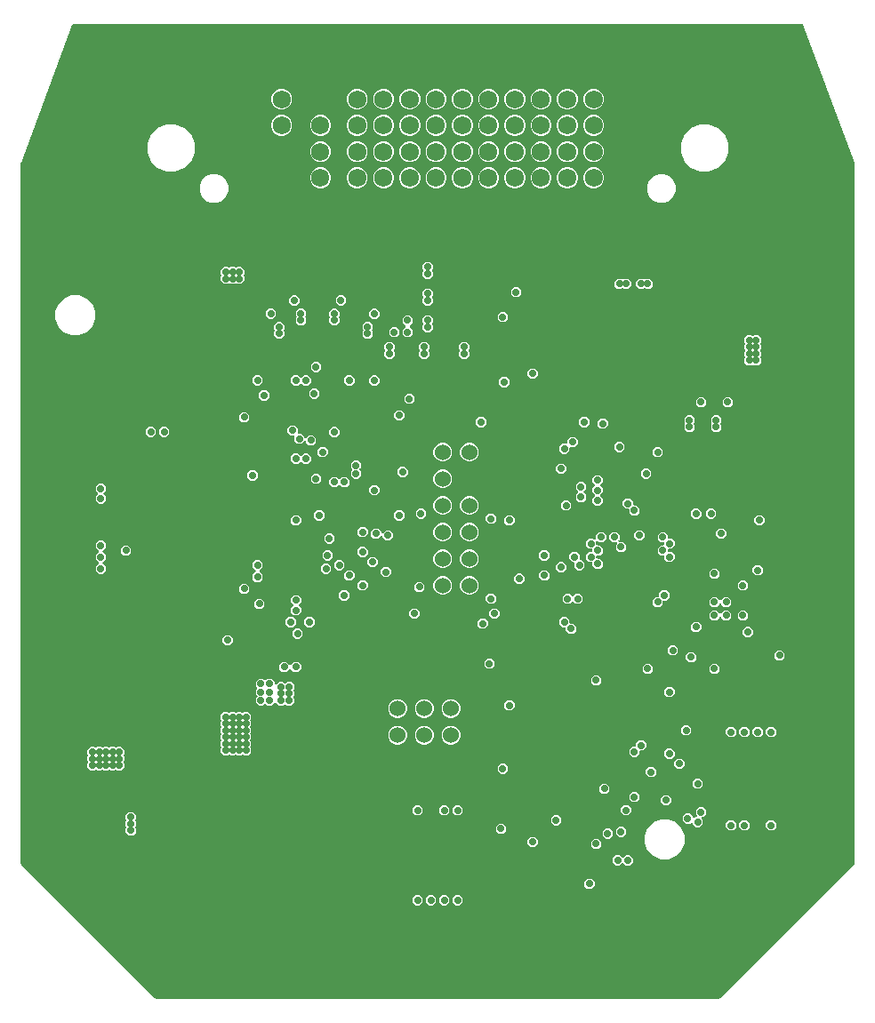
<source format=gbr>
G04 EAGLE Gerber RS-274X export*
G75*
%MOMM*%
%FSLAX34Y34*%
%LPD*%
%INCopper Layer 2*%
%IPPOS*%
%AMOC8*
5,1,8,0,0,1.08239X$1,22.5*%
G01*
%ADD10C,1.524000*%
%ADD11C,1.725000*%
%ADD12C,0.711200*%
%ADD13C,4.616000*%
%ADD14C,1.006400*%

G36*
X668351Y3188D02*
X668351Y3188D01*
X668438Y3191D01*
X668491Y3208D01*
X668546Y3216D01*
X668625Y3251D01*
X668709Y3278D01*
X668748Y3306D01*
X668805Y3332D01*
X668918Y3428D01*
X668982Y3473D01*
X796527Y131018D01*
X796579Y131088D01*
X796639Y131152D01*
X796665Y131201D01*
X796698Y131245D01*
X796729Y131327D01*
X796769Y131405D01*
X796777Y131452D01*
X796799Y131511D01*
X796811Y131659D01*
X796824Y131736D01*
X796824Y799249D01*
X796823Y799260D01*
X796824Y799272D01*
X796812Y799332D01*
X796784Y799530D01*
X796767Y799568D01*
X796761Y799601D01*
X748233Y930628D01*
X748223Y930646D01*
X748218Y930666D01*
X748156Y930770D01*
X748098Y930878D01*
X748083Y930893D01*
X748072Y930911D01*
X747984Y930994D01*
X747899Y931081D01*
X747880Y931091D01*
X747865Y931105D01*
X747757Y931161D01*
X747651Y931220D01*
X747631Y931225D01*
X747612Y931235D01*
X747538Y931247D01*
X747374Y931286D01*
X747322Y931283D01*
X747281Y931290D01*
X52719Y931290D01*
X52698Y931287D01*
X52677Y931289D01*
X52558Y931267D01*
X52438Y931250D01*
X52419Y931242D01*
X52398Y931238D01*
X52289Y931184D01*
X52178Y931134D01*
X52162Y931121D01*
X52143Y931111D01*
X52054Y931029D01*
X51961Y930951D01*
X51950Y930933D01*
X51934Y930919D01*
X51897Y930854D01*
X51804Y930714D01*
X51788Y930664D01*
X51767Y930628D01*
X3239Y799601D01*
X3236Y799590D01*
X3231Y799580D01*
X3221Y799520D01*
X3178Y799324D01*
X3181Y799282D01*
X3176Y799249D01*
X3176Y131736D01*
X3188Y131649D01*
X3191Y131562D01*
X3208Y131509D01*
X3216Y131454D01*
X3251Y131375D01*
X3278Y131291D01*
X3306Y131252D01*
X3332Y131195D01*
X3428Y131082D01*
X3473Y131018D01*
X131018Y3473D01*
X131088Y3421D01*
X131152Y3361D01*
X131201Y3335D01*
X131245Y3302D01*
X131327Y3271D01*
X131405Y3231D01*
X131452Y3223D01*
X131511Y3201D01*
X131659Y3189D01*
X131736Y3176D01*
X668264Y3176D01*
X668351Y3188D01*
G37*
%LPC*%
G36*
X141516Y790959D02*
X141516Y790959D01*
X133232Y794391D01*
X126891Y800732D01*
X123459Y809016D01*
X123459Y817984D01*
X126891Y826268D01*
X133232Y832609D01*
X141516Y836041D01*
X150484Y836041D01*
X158768Y832609D01*
X165109Y826268D01*
X168541Y817984D01*
X168541Y809016D01*
X165109Y800732D01*
X158768Y794391D01*
X150484Y790959D01*
X141516Y790959D01*
G37*
%LPD*%
%LPC*%
G36*
X649516Y790959D02*
X649516Y790959D01*
X641232Y794391D01*
X634891Y800732D01*
X631459Y809016D01*
X631459Y817984D01*
X634891Y826268D01*
X641232Y832609D01*
X649516Y836041D01*
X658484Y836041D01*
X666768Y832609D01*
X673109Y826268D01*
X676541Y817984D01*
X676541Y809016D01*
X673109Y800732D01*
X666768Y794391D01*
X658484Y790959D01*
X649516Y790959D01*
G37*
%LPD*%
%LPC*%
G36*
X196438Y234886D02*
X196438Y234886D01*
X193611Y237713D01*
X193611Y241712D01*
X194069Y242170D01*
X194104Y242216D01*
X194146Y242257D01*
X194189Y242330D01*
X194239Y242397D01*
X194260Y242451D01*
X194290Y242502D01*
X194311Y242584D01*
X194341Y242662D01*
X194346Y242721D01*
X194360Y242777D01*
X194357Y242862D01*
X194364Y242946D01*
X194353Y243003D01*
X194351Y243062D01*
X194325Y243142D01*
X194308Y243225D01*
X194281Y243276D01*
X194263Y243332D01*
X194223Y243388D01*
X194177Y243477D01*
X194109Y243549D01*
X194069Y243605D01*
X193611Y244063D01*
X193611Y248062D01*
X194069Y248520D01*
X194104Y248566D01*
X194146Y248607D01*
X194189Y248680D01*
X194239Y248747D01*
X194260Y248801D01*
X194290Y248852D01*
X194311Y248934D01*
X194341Y249012D01*
X194346Y249071D01*
X194360Y249127D01*
X194357Y249212D01*
X194364Y249296D01*
X194353Y249353D01*
X194351Y249412D01*
X194325Y249492D01*
X194308Y249575D01*
X194281Y249626D01*
X194263Y249682D01*
X194223Y249738D01*
X194177Y249827D01*
X194109Y249899D01*
X194069Y249955D01*
X193611Y250413D01*
X193611Y254412D01*
X194069Y254870D01*
X194104Y254916D01*
X194146Y254957D01*
X194189Y255030D01*
X194239Y255097D01*
X194260Y255151D01*
X194290Y255202D01*
X194311Y255284D01*
X194341Y255362D01*
X194346Y255421D01*
X194360Y255477D01*
X194357Y255562D01*
X194364Y255646D01*
X194353Y255703D01*
X194351Y255762D01*
X194325Y255842D01*
X194308Y255925D01*
X194281Y255976D01*
X194263Y256032D01*
X194223Y256088D01*
X194177Y256177D01*
X194109Y256249D01*
X194069Y256305D01*
X193611Y256763D01*
X193611Y260762D01*
X194069Y261220D01*
X194104Y261266D01*
X194146Y261307D01*
X194189Y261380D01*
X194239Y261447D01*
X194260Y261501D01*
X194290Y261552D01*
X194311Y261634D01*
X194341Y261712D01*
X194346Y261771D01*
X194360Y261827D01*
X194357Y261912D01*
X194364Y261996D01*
X194353Y262053D01*
X194351Y262112D01*
X194325Y262192D01*
X194308Y262275D01*
X194281Y262326D01*
X194263Y262382D01*
X194223Y262438D01*
X194177Y262527D01*
X194109Y262599D01*
X194069Y262655D01*
X193611Y263113D01*
X193611Y267112D01*
X194069Y267570D01*
X194104Y267616D01*
X194146Y267657D01*
X194189Y267730D01*
X194239Y267797D01*
X194260Y267851D01*
X194290Y267902D01*
X194311Y267984D01*
X194341Y268062D01*
X194346Y268121D01*
X194360Y268177D01*
X194357Y268262D01*
X194364Y268346D01*
X194353Y268403D01*
X194351Y268462D01*
X194325Y268542D01*
X194308Y268625D01*
X194281Y268676D01*
X194263Y268732D01*
X194223Y268788D01*
X194177Y268877D01*
X194109Y268949D01*
X194069Y269005D01*
X193611Y269463D01*
X193611Y273462D01*
X196438Y276289D01*
X200437Y276289D01*
X200895Y275831D01*
X200941Y275796D01*
X200982Y275754D01*
X201054Y275711D01*
X201122Y275661D01*
X201176Y275640D01*
X201227Y275610D01*
X201308Y275589D01*
X201387Y275559D01*
X201446Y275554D01*
X201502Y275540D01*
X201587Y275543D01*
X201671Y275536D01*
X201728Y275547D01*
X201787Y275549D01*
X201867Y275575D01*
X201949Y275592D01*
X202001Y275619D01*
X202057Y275637D01*
X202113Y275677D01*
X202202Y275723D01*
X202274Y275791D01*
X202330Y275831D01*
X202788Y276289D01*
X206787Y276289D01*
X207245Y275831D01*
X207291Y275796D01*
X207332Y275754D01*
X207404Y275711D01*
X207472Y275661D01*
X207526Y275640D01*
X207577Y275610D01*
X207658Y275589D01*
X207737Y275559D01*
X207796Y275554D01*
X207852Y275540D01*
X207937Y275543D01*
X208021Y275536D01*
X208078Y275547D01*
X208137Y275549D01*
X208217Y275575D01*
X208299Y275592D01*
X208351Y275619D01*
X208407Y275637D01*
X208463Y275677D01*
X208552Y275723D01*
X208624Y275791D01*
X208680Y275831D01*
X209138Y276289D01*
X213137Y276289D01*
X213595Y275831D01*
X213641Y275796D01*
X213682Y275754D01*
X213754Y275711D01*
X213822Y275661D01*
X213876Y275640D01*
X213927Y275610D01*
X214008Y275589D01*
X214087Y275559D01*
X214146Y275554D01*
X214202Y275540D01*
X214287Y275543D01*
X214371Y275536D01*
X214428Y275547D01*
X214487Y275549D01*
X214567Y275575D01*
X214649Y275592D01*
X214701Y275619D01*
X214757Y275637D01*
X214813Y275677D01*
X214902Y275723D01*
X214974Y275791D01*
X215030Y275831D01*
X215488Y276289D01*
X219487Y276289D01*
X222314Y273462D01*
X222314Y269463D01*
X221856Y269005D01*
X221821Y268959D01*
X221779Y268918D01*
X221736Y268845D01*
X221686Y268778D01*
X221665Y268724D01*
X221635Y268673D01*
X221614Y268591D01*
X221584Y268513D01*
X221579Y268454D01*
X221565Y268398D01*
X221568Y268313D01*
X221561Y268229D01*
X221572Y268172D01*
X221574Y268113D01*
X221600Y268033D01*
X221617Y267950D01*
X221644Y267899D01*
X221662Y267843D01*
X221702Y267787D01*
X221748Y267698D01*
X221816Y267626D01*
X221856Y267570D01*
X222314Y267112D01*
X222314Y263113D01*
X221856Y262655D01*
X221821Y262609D01*
X221779Y262568D01*
X221736Y262495D01*
X221686Y262428D01*
X221665Y262374D01*
X221635Y262323D01*
X221614Y262241D01*
X221584Y262163D01*
X221579Y262104D01*
X221565Y262048D01*
X221568Y261963D01*
X221561Y261879D01*
X221572Y261822D01*
X221574Y261763D01*
X221600Y261683D01*
X221617Y261600D01*
X221644Y261549D01*
X221662Y261493D01*
X221702Y261437D01*
X221748Y261348D01*
X221816Y261276D01*
X221856Y261220D01*
X222314Y260762D01*
X222314Y256763D01*
X221856Y256305D01*
X221821Y256259D01*
X221779Y256218D01*
X221736Y256145D01*
X221686Y256078D01*
X221665Y256024D01*
X221635Y255973D01*
X221614Y255891D01*
X221584Y255813D01*
X221579Y255754D01*
X221565Y255698D01*
X221568Y255613D01*
X221561Y255529D01*
X221572Y255472D01*
X221574Y255413D01*
X221600Y255333D01*
X221617Y255250D01*
X221644Y255199D01*
X221662Y255143D01*
X221702Y255087D01*
X221748Y254998D01*
X221816Y254926D01*
X221856Y254870D01*
X222314Y254412D01*
X222314Y250413D01*
X221856Y249955D01*
X221821Y249909D01*
X221779Y249868D01*
X221736Y249795D01*
X221686Y249728D01*
X221665Y249674D01*
X221635Y249623D01*
X221614Y249541D01*
X221584Y249463D01*
X221579Y249404D01*
X221565Y249348D01*
X221568Y249263D01*
X221561Y249179D01*
X221572Y249122D01*
X221574Y249063D01*
X221600Y248983D01*
X221617Y248900D01*
X221644Y248849D01*
X221662Y248793D01*
X221702Y248737D01*
X221748Y248648D01*
X221816Y248576D01*
X221856Y248520D01*
X222314Y248062D01*
X222314Y244063D01*
X221856Y243605D01*
X221821Y243559D01*
X221779Y243518D01*
X221736Y243445D01*
X221686Y243378D01*
X221665Y243324D01*
X221635Y243273D01*
X221614Y243191D01*
X221584Y243113D01*
X221579Y243054D01*
X221565Y242998D01*
X221568Y242913D01*
X221561Y242829D01*
X221572Y242772D01*
X221574Y242713D01*
X221600Y242633D01*
X221617Y242550D01*
X221644Y242499D01*
X221662Y242443D01*
X221702Y242387D01*
X221748Y242298D01*
X221816Y242226D01*
X221856Y242170D01*
X222314Y241712D01*
X222314Y237713D01*
X219487Y234886D01*
X215488Y234886D01*
X215030Y235344D01*
X214984Y235379D01*
X214943Y235421D01*
X214870Y235464D01*
X214803Y235514D01*
X214749Y235535D01*
X214698Y235565D01*
X214616Y235586D01*
X214538Y235616D01*
X214479Y235621D01*
X214423Y235635D01*
X214338Y235632D01*
X214254Y235639D01*
X214197Y235628D01*
X214138Y235626D01*
X214058Y235600D01*
X213975Y235583D01*
X213924Y235556D01*
X213868Y235538D01*
X213812Y235498D01*
X213723Y235452D01*
X213651Y235384D01*
X213595Y235344D01*
X213137Y234886D01*
X209138Y234886D01*
X208680Y235344D01*
X208634Y235379D01*
X208593Y235421D01*
X208521Y235464D01*
X208453Y235514D01*
X208399Y235535D01*
X208348Y235565D01*
X208267Y235586D01*
X208188Y235616D01*
X208129Y235621D01*
X208073Y235635D01*
X207988Y235632D01*
X207904Y235639D01*
X207847Y235628D01*
X207788Y235626D01*
X207708Y235600D01*
X207626Y235583D01*
X207574Y235556D01*
X207518Y235538D01*
X207462Y235498D01*
X207373Y235452D01*
X207301Y235384D01*
X207245Y235344D01*
X206787Y234886D01*
X202788Y234886D01*
X202330Y235344D01*
X202284Y235379D01*
X202243Y235421D01*
X202171Y235464D01*
X202103Y235514D01*
X202049Y235535D01*
X201998Y235565D01*
X201917Y235586D01*
X201838Y235616D01*
X201779Y235621D01*
X201723Y235635D01*
X201638Y235632D01*
X201554Y235639D01*
X201497Y235628D01*
X201438Y235626D01*
X201358Y235600D01*
X201276Y235583D01*
X201224Y235556D01*
X201168Y235538D01*
X201112Y235498D01*
X201023Y235452D01*
X200951Y235384D01*
X200895Y235344D01*
X200437Y234886D01*
X196438Y234886D01*
G37*
%LPD*%
%LPC*%
G36*
X612213Y135959D02*
X612213Y135959D01*
X605214Y138858D01*
X599858Y144214D01*
X596959Y151213D01*
X596959Y158787D01*
X599858Y165786D01*
X605214Y171142D01*
X612213Y174041D01*
X619787Y174041D01*
X626786Y171142D01*
X632142Y165786D01*
X635041Y158787D01*
X635041Y151213D01*
X632142Y144214D01*
X626786Y138858D01*
X619787Y135959D01*
X612213Y135959D01*
G37*
%LPD*%
%LPC*%
G36*
X51213Y634959D02*
X51213Y634959D01*
X44214Y637858D01*
X38858Y643214D01*
X35959Y650213D01*
X35959Y657787D01*
X38858Y664786D01*
X44214Y670142D01*
X51213Y673041D01*
X58787Y673041D01*
X65786Y670142D01*
X71142Y664786D01*
X74041Y657787D01*
X74041Y650213D01*
X71142Y643214D01*
X65786Y637858D01*
X58787Y634959D01*
X51213Y634959D01*
G37*
%LPD*%
%LPC*%
G36*
X229776Y282511D02*
X229776Y282511D01*
X226948Y285338D01*
X226948Y289337D01*
X228200Y290588D01*
X228235Y290635D01*
X228277Y290675D01*
X228320Y290748D01*
X228371Y290816D01*
X228392Y290870D01*
X228421Y290921D01*
X228442Y291002D01*
X228472Y291081D01*
X228477Y291140D01*
X228491Y291196D01*
X228489Y291280D01*
X228496Y291365D01*
X228484Y291422D01*
X228482Y291480D01*
X228456Y291561D01*
X228440Y291643D01*
X228413Y291695D01*
X228395Y291751D01*
X228355Y291807D01*
X228309Y291896D01*
X228240Y291968D01*
X228200Y292024D01*
X226948Y293276D01*
X226948Y297274D01*
X228200Y298526D01*
X228235Y298573D01*
X228277Y298613D01*
X228320Y298686D01*
X228371Y298753D01*
X228392Y298808D01*
X228421Y298858D01*
X228442Y298940D01*
X228472Y299019D01*
X228477Y299077D01*
X228491Y299134D01*
X228489Y299218D01*
X228496Y299302D01*
X228484Y299359D01*
X228482Y299418D01*
X228456Y299498D01*
X228440Y299581D01*
X228413Y299633D01*
X228395Y299688D01*
X228355Y299744D01*
X228309Y299833D01*
X228240Y299906D01*
X228200Y299962D01*
X226948Y301213D01*
X226948Y305212D01*
X229776Y308039D01*
X233774Y308039D01*
X235026Y306788D01*
X235073Y306753D01*
X235113Y306710D01*
X235186Y306667D01*
X235253Y306617D01*
X235308Y306596D01*
X235358Y306566D01*
X235440Y306546D01*
X235519Y306516D01*
X235577Y306511D01*
X235634Y306496D01*
X235718Y306499D01*
X235802Y306492D01*
X235859Y306503D01*
X235918Y306505D01*
X235998Y306531D01*
X236081Y306548D01*
X236133Y306575D01*
X236188Y306593D01*
X236245Y306633D01*
X236333Y306679D01*
X236405Y306748D01*
X236462Y306788D01*
X237713Y308039D01*
X241712Y308039D01*
X244539Y305212D01*
X244539Y303029D01*
X244543Y303000D01*
X244541Y302970D01*
X244563Y302859D01*
X244579Y302747D01*
X244591Y302721D01*
X244597Y302692D01*
X244649Y302591D01*
X244695Y302488D01*
X244714Y302465D01*
X244728Y302439D01*
X244806Y302357D01*
X244879Y302271D01*
X244903Y302255D01*
X244924Y302233D01*
X245021Y302176D01*
X245116Y302113D01*
X245144Y302104D01*
X245169Y302090D01*
X245278Y302062D01*
X245387Y302027D01*
X245416Y302027D01*
X245444Y302020D01*
X245557Y302023D01*
X245671Y302020D01*
X245699Y302028D01*
X245729Y302029D01*
X245836Y302063D01*
X245946Y302092D01*
X245971Y302107D01*
X245999Y302116D01*
X246063Y302162D01*
X246190Y302237D01*
X246233Y302283D01*
X246272Y302311D01*
X248826Y304864D01*
X252824Y304864D01*
X254076Y303613D01*
X254123Y303578D01*
X254163Y303535D01*
X254236Y303492D01*
X254303Y303442D01*
X254358Y303421D01*
X254408Y303391D01*
X254490Y303371D01*
X254569Y303341D01*
X254627Y303336D01*
X254684Y303321D01*
X254768Y303324D01*
X254852Y303317D01*
X254909Y303328D01*
X254968Y303330D01*
X255048Y303356D01*
X255131Y303373D01*
X255183Y303400D01*
X255238Y303418D01*
X255295Y303458D01*
X255383Y303504D01*
X255455Y303573D01*
X255512Y303613D01*
X256763Y304864D01*
X260762Y304864D01*
X263589Y302037D01*
X263589Y298038D01*
X263131Y297580D01*
X263096Y297534D01*
X263054Y297493D01*
X263011Y297421D01*
X262961Y297353D01*
X262940Y297299D01*
X262910Y297248D01*
X262889Y297167D01*
X262859Y297088D01*
X262854Y297029D01*
X262840Y296973D01*
X262843Y296888D01*
X262836Y296804D01*
X262847Y296747D01*
X262849Y296688D01*
X262875Y296608D01*
X262892Y296526D01*
X262919Y296474D01*
X262937Y296418D01*
X262977Y296362D01*
X263023Y296273D01*
X263091Y296201D01*
X263131Y296145D01*
X263589Y295687D01*
X263589Y291688D01*
X263131Y291230D01*
X263096Y291184D01*
X263054Y291143D01*
X263011Y291070D01*
X262961Y291003D01*
X262940Y290949D01*
X262910Y290898D01*
X262889Y290816D01*
X262859Y290738D01*
X262854Y290679D01*
X262840Y290623D01*
X262843Y290538D01*
X262836Y290454D01*
X262847Y290397D01*
X262849Y290338D01*
X262875Y290258D01*
X262892Y290175D01*
X262919Y290124D01*
X262937Y290068D01*
X262977Y290012D01*
X263023Y289923D01*
X263066Y289878D01*
X263079Y289856D01*
X263106Y289830D01*
X263131Y289795D01*
X263589Y289337D01*
X263589Y285338D01*
X260762Y282511D01*
X256763Y282511D01*
X255512Y283762D01*
X255465Y283797D01*
X255425Y283840D01*
X255352Y283883D01*
X255284Y283933D01*
X255230Y283954D01*
X255179Y283984D01*
X255098Y284004D01*
X255019Y284034D01*
X254960Y284039D01*
X254904Y284054D01*
X254820Y284051D01*
X254735Y284058D01*
X254678Y284047D01*
X254620Y284045D01*
X254539Y284019D01*
X254457Y284002D01*
X254405Y283975D01*
X254349Y283957D01*
X254293Y283917D01*
X254204Y283871D01*
X254132Y283802D01*
X254076Y283762D01*
X252824Y282511D01*
X248826Y282511D01*
X245987Y285350D01*
X245940Y285385D01*
X245900Y285427D01*
X245827Y285470D01*
X245759Y285521D01*
X245705Y285542D01*
X245654Y285571D01*
X245573Y285592D01*
X245494Y285622D01*
X245435Y285627D01*
X245379Y285641D01*
X245295Y285639D01*
X245211Y285646D01*
X245153Y285634D01*
X245095Y285632D01*
X245014Y285606D01*
X244932Y285590D01*
X244880Y285563D01*
X244824Y285545D01*
X244768Y285505D01*
X244679Y285459D01*
X244607Y285390D01*
X244551Y285350D01*
X241712Y282511D01*
X237713Y282511D01*
X236462Y283762D01*
X236415Y283797D01*
X236375Y283840D01*
X236302Y283883D01*
X236234Y283933D01*
X236180Y283954D01*
X236129Y283984D01*
X236048Y284004D01*
X235969Y284034D01*
X235910Y284039D01*
X235854Y284054D01*
X235770Y284051D01*
X235686Y284058D01*
X235628Y284047D01*
X235570Y284045D01*
X235489Y284019D01*
X235407Y284002D01*
X235355Y283975D01*
X235299Y283957D01*
X235243Y283917D01*
X235154Y283871D01*
X235082Y283802D01*
X235026Y283762D01*
X233774Y282511D01*
X229776Y282511D01*
G37*
%LPD*%
%LPC*%
G36*
X69438Y220598D02*
X69438Y220598D01*
X66611Y223426D01*
X66611Y227424D01*
X67069Y227882D01*
X67104Y227929D01*
X67146Y227969D01*
X67189Y228042D01*
X67239Y228109D01*
X67260Y228164D01*
X67290Y228214D01*
X67311Y228296D01*
X67341Y228375D01*
X67346Y228433D01*
X67360Y228490D01*
X67357Y228574D01*
X67364Y228658D01*
X67353Y228716D01*
X67351Y228774D01*
X67325Y228854D01*
X67308Y228937D01*
X67281Y228989D01*
X67263Y229045D01*
X67223Y229101D01*
X67177Y229189D01*
X67109Y229262D01*
X67069Y229318D01*
X66611Y229776D01*
X66611Y233774D01*
X67069Y234232D01*
X67104Y234279D01*
X67146Y234319D01*
X67189Y234392D01*
X67239Y234459D01*
X67260Y234514D01*
X67290Y234564D01*
X67311Y234646D01*
X67341Y234725D01*
X67346Y234783D01*
X67360Y234840D01*
X67357Y234924D01*
X67364Y235008D01*
X67353Y235066D01*
X67351Y235124D01*
X67325Y235204D01*
X67308Y235287D01*
X67281Y235339D01*
X67263Y235395D01*
X67223Y235451D01*
X67177Y235539D01*
X67109Y235612D01*
X67069Y235668D01*
X66611Y236126D01*
X66611Y240124D01*
X69438Y242952D01*
X73437Y242952D01*
X73895Y242494D01*
X73941Y242459D01*
X73982Y242416D01*
X74054Y242374D01*
X74122Y242323D01*
X74176Y242302D01*
X74227Y242273D01*
X74308Y242252D01*
X74387Y242222D01*
X74446Y242217D01*
X74502Y242203D01*
X74587Y242205D01*
X74671Y242198D01*
X74728Y242210D01*
X74787Y242212D01*
X74867Y242238D01*
X74949Y242254D01*
X75001Y242281D01*
X75057Y242299D01*
X75113Y242339D01*
X75202Y242385D01*
X75274Y242454D01*
X75330Y242494D01*
X75788Y242952D01*
X79787Y242952D01*
X80245Y242494D01*
X80291Y242459D01*
X80332Y242416D01*
X80405Y242374D01*
X80472Y242323D01*
X80526Y242302D01*
X80577Y242273D01*
X80659Y242252D01*
X80737Y242222D01*
X80796Y242217D01*
X80852Y242203D01*
X80937Y242205D01*
X81021Y242198D01*
X81078Y242210D01*
X81137Y242212D01*
X81217Y242238D01*
X81300Y242254D01*
X81351Y242281D01*
X81407Y242299D01*
X81463Y242339D01*
X81552Y242385D01*
X81624Y242454D01*
X81680Y242494D01*
X82138Y242952D01*
X86137Y242952D01*
X86595Y242494D01*
X86641Y242459D01*
X86682Y242416D01*
X86754Y242374D01*
X86822Y242323D01*
X86876Y242302D01*
X86927Y242273D01*
X87008Y242252D01*
X87087Y242222D01*
X87146Y242217D01*
X87202Y242203D01*
X87287Y242205D01*
X87371Y242198D01*
X87428Y242210D01*
X87487Y242212D01*
X87567Y242238D01*
X87649Y242254D01*
X87701Y242281D01*
X87757Y242299D01*
X87813Y242339D01*
X87902Y242385D01*
X87974Y242454D01*
X88030Y242494D01*
X88488Y242952D01*
X92487Y242952D01*
X92945Y242494D01*
X92991Y242459D01*
X93032Y242416D01*
X93104Y242374D01*
X93172Y242323D01*
X93226Y242302D01*
X93277Y242273D01*
X93358Y242252D01*
X93437Y242222D01*
X93496Y242217D01*
X93552Y242203D01*
X93637Y242205D01*
X93721Y242198D01*
X93778Y242210D01*
X93837Y242212D01*
X93917Y242238D01*
X93999Y242254D01*
X94051Y242281D01*
X94107Y242299D01*
X94163Y242339D01*
X94252Y242385D01*
X94324Y242454D01*
X94380Y242494D01*
X94838Y242952D01*
X98837Y242952D01*
X101664Y240124D01*
X101664Y236126D01*
X101206Y235668D01*
X101171Y235621D01*
X101129Y235581D01*
X101086Y235508D01*
X101036Y235441D01*
X101015Y235386D01*
X100985Y235336D01*
X100964Y235254D01*
X100934Y235175D01*
X100929Y235117D01*
X100915Y235060D01*
X100918Y234976D01*
X100911Y234892D01*
X100922Y234834D01*
X100924Y234776D01*
X100950Y234696D01*
X100967Y234613D01*
X100994Y234561D01*
X101012Y234505D01*
X101052Y234449D01*
X101098Y234361D01*
X101166Y234288D01*
X101206Y234232D01*
X101664Y233774D01*
X101664Y229776D01*
X101206Y229318D01*
X101171Y229271D01*
X101129Y229231D01*
X101086Y229158D01*
X101036Y229091D01*
X101015Y229036D01*
X100985Y228986D01*
X100964Y228904D01*
X100934Y228825D01*
X100929Y228767D01*
X100915Y228710D01*
X100918Y228626D01*
X100911Y228542D01*
X100922Y228484D01*
X100924Y228426D01*
X100950Y228346D01*
X100967Y228263D01*
X100994Y228211D01*
X101012Y228155D01*
X101052Y228099D01*
X101098Y228011D01*
X101160Y227945D01*
X101172Y227925D01*
X101184Y227914D01*
X101206Y227882D01*
X101664Y227424D01*
X101664Y223426D01*
X98837Y220598D01*
X94838Y220598D01*
X94380Y221056D01*
X94334Y221091D01*
X94293Y221134D01*
X94220Y221176D01*
X94153Y221227D01*
X94099Y221248D01*
X94048Y221277D01*
X93966Y221298D01*
X93888Y221328D01*
X93829Y221333D01*
X93773Y221347D01*
X93688Y221345D01*
X93604Y221352D01*
X93547Y221340D01*
X93488Y221338D01*
X93408Y221312D01*
X93325Y221296D01*
X93274Y221269D01*
X93218Y221251D01*
X93162Y221211D01*
X93073Y221165D01*
X93001Y221096D01*
X92945Y221056D01*
X92487Y220598D01*
X88488Y220598D01*
X88030Y221056D01*
X87984Y221091D01*
X87943Y221134D01*
X87870Y221176D01*
X87803Y221227D01*
X87749Y221248D01*
X87698Y221277D01*
X87616Y221298D01*
X87538Y221328D01*
X87479Y221333D01*
X87423Y221347D01*
X87338Y221345D01*
X87254Y221352D01*
X87197Y221340D01*
X87138Y221338D01*
X87058Y221312D01*
X86975Y221296D01*
X86924Y221269D01*
X86868Y221251D01*
X86812Y221211D01*
X86723Y221165D01*
X86651Y221096D01*
X86595Y221056D01*
X86137Y220598D01*
X82138Y220598D01*
X81680Y221056D01*
X81634Y221091D01*
X81593Y221134D01*
X81521Y221176D01*
X81453Y221227D01*
X81399Y221248D01*
X81348Y221277D01*
X81267Y221298D01*
X81188Y221328D01*
X81129Y221333D01*
X81073Y221347D01*
X80988Y221345D01*
X80904Y221352D01*
X80847Y221340D01*
X80788Y221338D01*
X80708Y221312D01*
X80626Y221296D01*
X80574Y221269D01*
X80518Y221251D01*
X80462Y221211D01*
X80373Y221165D01*
X80301Y221096D01*
X80245Y221056D01*
X79787Y220598D01*
X75788Y220598D01*
X75330Y221056D01*
X75284Y221091D01*
X75243Y221134D01*
X75170Y221176D01*
X75103Y221227D01*
X75049Y221248D01*
X74998Y221277D01*
X74916Y221298D01*
X74838Y221328D01*
X74779Y221333D01*
X74723Y221347D01*
X74638Y221345D01*
X74554Y221352D01*
X74497Y221340D01*
X74438Y221338D01*
X74358Y221312D01*
X74275Y221296D01*
X74224Y221269D01*
X74168Y221251D01*
X74112Y221211D01*
X74023Y221165D01*
X73951Y221096D01*
X73895Y221056D01*
X73437Y220598D01*
X69438Y220598D01*
G37*
%LPD*%
%LPC*%
G36*
X184307Y761459D02*
X184307Y761459D01*
X179330Y763521D01*
X175521Y767330D01*
X173459Y772307D01*
X173459Y777693D01*
X175521Y782670D01*
X179330Y786479D01*
X184307Y788541D01*
X189693Y788541D01*
X194670Y786479D01*
X198479Y782670D01*
X200541Y777693D01*
X200541Y772307D01*
X198479Y767330D01*
X194670Y763521D01*
X189693Y761459D01*
X184307Y761459D01*
G37*
%LPD*%
%LPC*%
G36*
X610307Y761459D02*
X610307Y761459D01*
X605330Y763521D01*
X601521Y767330D01*
X599459Y772307D01*
X599459Y777693D01*
X601521Y782670D01*
X605330Y786479D01*
X610307Y788541D01*
X615693Y788541D01*
X620670Y786479D01*
X624479Y782670D01*
X626541Y777693D01*
X626541Y772307D01*
X624479Y767330D01*
X620670Y763521D01*
X615693Y761459D01*
X610307Y761459D01*
G37*
%LPD*%
%LPC*%
G36*
X694913Y606361D02*
X694913Y606361D01*
X692086Y609188D01*
X692086Y613187D01*
X692544Y613645D01*
X692559Y613665D01*
X692577Y613681D01*
X692594Y613706D01*
X692621Y613732D01*
X692664Y613804D01*
X692714Y613872D01*
X692728Y613906D01*
X692735Y613917D01*
X692741Y613936D01*
X692765Y613977D01*
X692786Y614058D01*
X692816Y614137D01*
X692820Y614185D01*
X692821Y614188D01*
X692821Y614197D01*
X692835Y614252D01*
X692832Y614337D01*
X692839Y614421D01*
X692828Y614478D01*
X692826Y614537D01*
X692800Y614617D01*
X692783Y614699D01*
X692756Y614751D01*
X692738Y614807D01*
X692698Y614863D01*
X692652Y614952D01*
X692584Y615024D01*
X692544Y615080D01*
X692086Y615538D01*
X692086Y619537D01*
X692544Y619995D01*
X692579Y620041D01*
X692621Y620082D01*
X692664Y620155D01*
X692714Y620222D01*
X692735Y620276D01*
X692765Y620327D01*
X692786Y620409D01*
X692816Y620487D01*
X692821Y620546D01*
X692835Y620602D01*
X692832Y620687D01*
X692839Y620771D01*
X692828Y620828D01*
X692826Y620887D01*
X692800Y620967D01*
X692783Y621050D01*
X692756Y621101D01*
X692738Y621157D01*
X692698Y621213D01*
X692652Y621302D01*
X692584Y621374D01*
X692544Y621430D01*
X692086Y621888D01*
X692086Y625887D01*
X692544Y626345D01*
X692579Y626391D01*
X692621Y626432D01*
X692664Y626505D01*
X692714Y626572D01*
X692735Y626626D01*
X692765Y626677D01*
X692786Y626759D01*
X692816Y626837D01*
X692821Y626896D01*
X692835Y626952D01*
X692832Y627037D01*
X692839Y627121D01*
X692828Y627178D01*
X692826Y627237D01*
X692800Y627317D01*
X692783Y627400D01*
X692756Y627451D01*
X692738Y627507D01*
X692698Y627563D01*
X692652Y627652D01*
X692584Y627724D01*
X692544Y627780D01*
X692086Y628238D01*
X692086Y632237D01*
X694913Y635064D01*
X698912Y635064D01*
X699370Y634606D01*
X699416Y634571D01*
X699457Y634529D01*
X699529Y634486D01*
X699597Y634436D01*
X699651Y634415D01*
X699702Y634385D01*
X699783Y634364D01*
X699862Y634334D01*
X699921Y634329D01*
X699977Y634315D01*
X700062Y634318D01*
X700146Y634311D01*
X700203Y634322D01*
X700262Y634324D01*
X700342Y634350D01*
X700424Y634367D01*
X700476Y634394D01*
X700532Y634412D01*
X700588Y634452D01*
X700677Y634498D01*
X700749Y634566D01*
X700805Y634606D01*
X701263Y635064D01*
X705262Y635064D01*
X708089Y632237D01*
X708089Y628238D01*
X707631Y627780D01*
X707596Y627734D01*
X707554Y627693D01*
X707511Y627620D01*
X707461Y627553D01*
X707440Y627499D01*
X707410Y627448D01*
X707389Y627366D01*
X707359Y627288D01*
X707354Y627229D01*
X707340Y627173D01*
X707343Y627088D01*
X707336Y627004D01*
X707347Y626947D01*
X707349Y626888D01*
X707375Y626808D01*
X707392Y626725D01*
X707419Y626674D01*
X707437Y626618D01*
X707477Y626562D01*
X707523Y626473D01*
X707591Y626401D01*
X707631Y626345D01*
X708089Y625887D01*
X708089Y621888D01*
X707631Y621430D01*
X707596Y621384D01*
X707554Y621343D01*
X707511Y621271D01*
X707461Y621203D01*
X707440Y621149D01*
X707410Y621098D01*
X707389Y621017D01*
X707359Y620938D01*
X707354Y620879D01*
X707340Y620823D01*
X707343Y620738D01*
X707336Y620654D01*
X707347Y620597D01*
X707349Y620538D01*
X707375Y620458D01*
X707392Y620376D01*
X707419Y620324D01*
X707437Y620268D01*
X707477Y620212D01*
X707523Y620123D01*
X707591Y620051D01*
X707631Y619995D01*
X708089Y619537D01*
X708089Y615538D01*
X707631Y615080D01*
X707596Y615034D01*
X707554Y614993D01*
X707511Y614920D01*
X707461Y614853D01*
X707440Y614799D01*
X707410Y614748D01*
X707389Y614666D01*
X707359Y614588D01*
X707354Y614529D01*
X707340Y614473D01*
X707343Y614388D01*
X707336Y614304D01*
X707347Y614247D01*
X707347Y614240D01*
X707348Y614238D01*
X707349Y614188D01*
X707375Y614108D01*
X707392Y614025D01*
X707415Y613981D01*
X707419Y613965D01*
X707424Y613955D01*
X707437Y613918D01*
X707477Y613862D01*
X707523Y613773D01*
X707550Y613745D01*
X707564Y613720D01*
X707604Y613683D01*
X707631Y613645D01*
X708089Y613187D01*
X708089Y609188D01*
X705262Y606361D01*
X701263Y606361D01*
X700805Y606819D01*
X700759Y606854D01*
X700718Y606896D01*
X700645Y606939D01*
X700578Y606989D01*
X700524Y607010D01*
X700473Y607040D01*
X700391Y607061D01*
X700313Y607091D01*
X700254Y607096D01*
X700198Y607110D01*
X700113Y607107D01*
X700029Y607114D01*
X699972Y607103D01*
X699913Y607101D01*
X699833Y607075D01*
X699750Y607058D01*
X699699Y607031D01*
X699643Y607013D01*
X699587Y606973D01*
X699498Y606927D01*
X699426Y606859D01*
X699370Y606819D01*
X698912Y606361D01*
X694913Y606361D01*
G37*
%LPD*%
%LPC*%
G36*
X550451Y412686D02*
X550451Y412686D01*
X547623Y415513D01*
X547623Y418021D01*
X547615Y418078D01*
X547617Y418137D01*
X547595Y418218D01*
X547583Y418302D01*
X547560Y418355D01*
X547545Y418412D01*
X547502Y418484D01*
X547467Y418561D01*
X547429Y418606D01*
X547400Y418656D01*
X547338Y418714D01*
X547284Y418778D01*
X547235Y418811D01*
X547192Y418851D01*
X547117Y418889D01*
X547047Y418936D01*
X546991Y418954D01*
X546939Y418980D01*
X546871Y418992D01*
X546776Y419022D01*
X546676Y419024D01*
X546608Y419036D01*
X544101Y419036D01*
X541273Y421863D01*
X541273Y425862D01*
X544101Y428689D01*
X546608Y428689D01*
X546666Y428697D01*
X546724Y428696D01*
X546806Y428717D01*
X546890Y428729D01*
X546943Y428753D01*
X546999Y428768D01*
X547072Y428811D01*
X547149Y428845D01*
X547194Y428883D01*
X547244Y428913D01*
X547302Y428975D01*
X547366Y429029D01*
X547398Y429078D01*
X547438Y429120D01*
X547477Y429195D01*
X547524Y429266D01*
X547541Y429321D01*
X547568Y429373D01*
X547579Y429441D01*
X547609Y429537D01*
X547612Y429636D01*
X547623Y429704D01*
X547623Y430721D01*
X547615Y430778D01*
X547617Y430837D01*
X547595Y430918D01*
X547583Y431002D01*
X547560Y431055D01*
X547545Y431112D01*
X547502Y431184D01*
X547467Y431261D01*
X547429Y431306D01*
X547400Y431356D01*
X547338Y431414D01*
X547284Y431478D01*
X547235Y431511D01*
X547192Y431551D01*
X547117Y431589D01*
X547047Y431636D01*
X546991Y431654D01*
X546939Y431680D01*
X546871Y431692D01*
X546776Y431722D01*
X546676Y431724D01*
X546608Y431736D01*
X544101Y431736D01*
X541273Y434563D01*
X541273Y438562D01*
X544101Y441389D01*
X548099Y441389D01*
X549065Y440423D01*
X549089Y440406D01*
X549108Y440383D01*
X549202Y440321D01*
X549292Y440252D01*
X549320Y440242D01*
X549344Y440226D01*
X549452Y440192D01*
X549558Y440151D01*
X549587Y440149D01*
X549615Y440140D01*
X549729Y440137D01*
X549841Y440128D01*
X549870Y440133D01*
X549899Y440133D01*
X550009Y440161D01*
X550120Y440184D01*
X550146Y440197D01*
X550174Y440205D01*
X550272Y440262D01*
X550372Y440315D01*
X550394Y440335D01*
X550419Y440350D01*
X550496Y440432D01*
X550578Y440510D01*
X550593Y440536D01*
X550613Y440557D01*
X550665Y440658D01*
X550722Y440756D01*
X550729Y440784D01*
X550743Y440810D01*
X550756Y440888D01*
X550792Y441031D01*
X550790Y441094D01*
X550798Y441141D01*
X550798Y444912D01*
X553626Y447739D01*
X557624Y447739D01*
X560452Y444912D01*
X560452Y440913D01*
X557624Y438086D01*
X553626Y438086D01*
X552660Y439052D01*
X552636Y439069D01*
X552617Y439092D01*
X552523Y439154D01*
X552433Y439223D01*
X552405Y439233D01*
X552381Y439249D01*
X552273Y439283D01*
X552167Y439324D01*
X552138Y439326D01*
X552110Y439335D01*
X551996Y439338D01*
X551884Y439347D01*
X551855Y439342D01*
X551826Y439342D01*
X551716Y439314D01*
X551605Y439291D01*
X551579Y439278D01*
X551551Y439270D01*
X551453Y439213D01*
X551353Y439160D01*
X551331Y439140D01*
X551306Y439125D01*
X551229Y439043D01*
X551147Y438965D01*
X551132Y438939D01*
X551112Y438918D01*
X551060Y438817D01*
X551003Y438719D01*
X550996Y438691D01*
X550982Y438665D01*
X550969Y438587D01*
X550933Y438444D01*
X550935Y438381D01*
X550927Y438334D01*
X550927Y436054D01*
X550935Y435997D01*
X550933Y435938D01*
X550955Y435857D01*
X550967Y435773D01*
X550990Y435720D01*
X551005Y435663D01*
X551048Y435591D01*
X551083Y435514D01*
X551121Y435469D01*
X551150Y435419D01*
X551212Y435361D01*
X551266Y435297D01*
X551315Y435264D01*
X551358Y435224D01*
X551433Y435186D01*
X551503Y435139D01*
X551559Y435121D01*
X551611Y435095D01*
X551679Y435083D01*
X551774Y435053D01*
X551874Y435051D01*
X551942Y435039D01*
X554449Y435039D01*
X557277Y432212D01*
X557277Y428213D01*
X554449Y425386D01*
X551942Y425386D01*
X551884Y425378D01*
X551826Y425379D01*
X551744Y425358D01*
X551660Y425346D01*
X551607Y425322D01*
X551551Y425307D01*
X551478Y425264D01*
X551401Y425230D01*
X551356Y425192D01*
X551306Y425162D01*
X551248Y425100D01*
X551184Y425046D01*
X551152Y424997D01*
X551112Y424955D01*
X551073Y424880D01*
X551026Y424809D01*
X551009Y424754D01*
X550982Y424702D01*
X550971Y424634D01*
X550941Y424538D01*
X550938Y424439D01*
X550927Y424371D01*
X550927Y423354D01*
X550935Y423297D01*
X550933Y423238D01*
X550955Y423157D01*
X550967Y423073D01*
X550990Y423020D01*
X551005Y422963D01*
X551048Y422891D01*
X551083Y422814D01*
X551121Y422769D01*
X551150Y422719D01*
X551212Y422661D01*
X551266Y422597D01*
X551315Y422564D01*
X551358Y422524D01*
X551433Y422486D01*
X551503Y422439D01*
X551559Y422421D01*
X551611Y422395D01*
X551679Y422383D01*
X551774Y422353D01*
X551874Y422351D01*
X551942Y422339D01*
X554449Y422339D01*
X557277Y419512D01*
X557277Y415513D01*
X554449Y412686D01*
X550451Y412686D01*
G37*
%LPD*%
%LPC*%
G36*
X196438Y684148D02*
X196438Y684148D01*
X193611Y686976D01*
X193611Y690974D01*
X194069Y691432D01*
X194104Y691479D01*
X194146Y691519D01*
X194189Y691592D01*
X194239Y691659D01*
X194260Y691714D01*
X194290Y691764D01*
X194311Y691846D01*
X194341Y691925D01*
X194346Y691983D01*
X194360Y692040D01*
X194357Y692124D01*
X194364Y692208D01*
X194353Y692266D01*
X194351Y692324D01*
X194325Y692404D01*
X194308Y692487D01*
X194281Y692539D01*
X194263Y692595D01*
X194223Y692651D01*
X194177Y692739D01*
X194109Y692812D01*
X194069Y692868D01*
X193611Y693326D01*
X193611Y697324D01*
X196438Y700152D01*
X200437Y700152D01*
X200895Y699694D01*
X200941Y699659D01*
X200982Y699616D01*
X201054Y699574D01*
X201122Y699523D01*
X201176Y699502D01*
X201227Y699473D01*
X201308Y699452D01*
X201387Y699422D01*
X201446Y699417D01*
X201502Y699403D01*
X201587Y699405D01*
X201671Y699398D01*
X201728Y699410D01*
X201787Y699412D01*
X201867Y699438D01*
X201949Y699454D01*
X202001Y699481D01*
X202057Y699499D01*
X202113Y699539D01*
X202202Y699585D01*
X202274Y699654D01*
X202330Y699694D01*
X202788Y700152D01*
X206787Y700152D01*
X207245Y699694D01*
X207291Y699659D01*
X207332Y699616D01*
X207404Y699574D01*
X207472Y699523D01*
X207526Y699502D01*
X207577Y699473D01*
X207658Y699452D01*
X207737Y699422D01*
X207796Y699417D01*
X207852Y699403D01*
X207937Y699405D01*
X208021Y699398D01*
X208078Y699410D01*
X208137Y699412D01*
X208217Y699438D01*
X208299Y699454D01*
X208351Y699481D01*
X208407Y699499D01*
X208463Y699539D01*
X208552Y699585D01*
X208624Y699654D01*
X208680Y699694D01*
X209138Y700152D01*
X213137Y700152D01*
X215964Y697324D01*
X215964Y693326D01*
X215506Y692868D01*
X215471Y692821D01*
X215429Y692781D01*
X215386Y692708D01*
X215336Y692641D01*
X215315Y692586D01*
X215285Y692536D01*
X215264Y692454D01*
X215234Y692375D01*
X215229Y692317D01*
X215215Y692260D01*
X215218Y692176D01*
X215211Y692092D01*
X215222Y692034D01*
X215224Y691976D01*
X215250Y691896D01*
X215267Y691813D01*
X215294Y691761D01*
X215312Y691705D01*
X215352Y691649D01*
X215398Y691561D01*
X215466Y691488D01*
X215506Y691432D01*
X215964Y690974D01*
X215964Y686976D01*
X213137Y684148D01*
X209138Y684148D01*
X208680Y684606D01*
X208634Y684641D01*
X208593Y684684D01*
X208521Y684726D01*
X208453Y684777D01*
X208399Y684798D01*
X208348Y684827D01*
X208267Y684848D01*
X208188Y684878D01*
X208129Y684883D01*
X208073Y684897D01*
X207988Y684895D01*
X207904Y684902D01*
X207847Y684890D01*
X207788Y684888D01*
X207708Y684862D01*
X207626Y684846D01*
X207574Y684819D01*
X207518Y684801D01*
X207462Y684761D01*
X207373Y684715D01*
X207301Y684646D01*
X207245Y684606D01*
X206787Y684148D01*
X202788Y684148D01*
X202330Y684606D01*
X202284Y684641D01*
X202243Y684684D01*
X202171Y684726D01*
X202103Y684777D01*
X202049Y684798D01*
X201998Y684827D01*
X201917Y684848D01*
X201838Y684878D01*
X201779Y684883D01*
X201723Y684897D01*
X201638Y684895D01*
X201554Y684902D01*
X201497Y684890D01*
X201438Y684888D01*
X201358Y684862D01*
X201276Y684846D01*
X201224Y684819D01*
X201168Y684801D01*
X201112Y684761D01*
X201023Y684715D01*
X200951Y684646D01*
X200895Y684606D01*
X200437Y684148D01*
X196438Y684148D01*
G37*
%LPD*%
%LPC*%
G36*
X421532Y800104D02*
X421532Y800104D01*
X417894Y801611D01*
X415111Y804394D01*
X413604Y808032D01*
X413604Y811968D01*
X415111Y815606D01*
X417894Y818389D01*
X421532Y819896D01*
X425468Y819896D01*
X429106Y818389D01*
X431889Y815606D01*
X433396Y811968D01*
X433396Y808032D01*
X431889Y804394D01*
X429106Y801611D01*
X425468Y800104D01*
X421532Y800104D01*
G37*
%LPD*%
%LPC*%
G36*
X521532Y775104D02*
X521532Y775104D01*
X517894Y776611D01*
X515111Y779394D01*
X513604Y783032D01*
X513604Y786968D01*
X515111Y790606D01*
X517894Y793389D01*
X521532Y794896D01*
X525468Y794896D01*
X529106Y793389D01*
X531889Y790606D01*
X533396Y786968D01*
X533396Y783032D01*
X531889Y779394D01*
X529106Y776611D01*
X525468Y775104D01*
X521532Y775104D01*
G37*
%LPD*%
%LPC*%
G36*
X396532Y800104D02*
X396532Y800104D01*
X392894Y801611D01*
X390111Y804394D01*
X388604Y808032D01*
X388604Y811968D01*
X390111Y815606D01*
X392894Y818389D01*
X396532Y819896D01*
X400468Y819896D01*
X404106Y818389D01*
X406889Y815606D01*
X408396Y811968D01*
X408396Y808032D01*
X406889Y804394D01*
X404106Y801611D01*
X400468Y800104D01*
X396532Y800104D01*
G37*
%LPD*%
%LPC*%
G36*
X371532Y800104D02*
X371532Y800104D01*
X367894Y801611D01*
X365111Y804394D01*
X363604Y808032D01*
X363604Y811968D01*
X365111Y815606D01*
X367894Y818389D01*
X371532Y819896D01*
X375468Y819896D01*
X379106Y818389D01*
X381889Y815606D01*
X383396Y811968D01*
X383396Y808032D01*
X381889Y804394D01*
X379106Y801611D01*
X375468Y800104D01*
X371532Y800104D01*
G37*
%LPD*%
%LPC*%
G36*
X346532Y800104D02*
X346532Y800104D01*
X342894Y801611D01*
X340111Y804394D01*
X338604Y808032D01*
X338604Y811968D01*
X340111Y815606D01*
X342894Y818389D01*
X346532Y819896D01*
X350468Y819896D01*
X354106Y818389D01*
X356889Y815606D01*
X358396Y811968D01*
X358396Y808032D01*
X356889Y804394D01*
X354106Y801611D01*
X350468Y800104D01*
X346532Y800104D01*
G37*
%LPD*%
%LPC*%
G36*
X321532Y800104D02*
X321532Y800104D01*
X317894Y801611D01*
X315111Y804394D01*
X313604Y808032D01*
X313604Y811968D01*
X315111Y815606D01*
X317894Y818389D01*
X321532Y819896D01*
X325468Y819896D01*
X329106Y818389D01*
X331889Y815606D01*
X333396Y811968D01*
X333396Y808032D01*
X331889Y804394D01*
X329106Y801611D01*
X325468Y800104D01*
X321532Y800104D01*
G37*
%LPD*%
%LPC*%
G36*
X286532Y800104D02*
X286532Y800104D01*
X282894Y801611D01*
X280111Y804394D01*
X278604Y808032D01*
X278604Y811968D01*
X280111Y815606D01*
X282894Y818389D01*
X286532Y819896D01*
X290468Y819896D01*
X294106Y818389D01*
X296889Y815606D01*
X298396Y811968D01*
X298396Y808032D01*
X296889Y804394D01*
X294106Y801611D01*
X290468Y800104D01*
X286532Y800104D01*
G37*
%LPD*%
%LPC*%
G36*
X371532Y775104D02*
X371532Y775104D01*
X367894Y776611D01*
X365111Y779394D01*
X363604Y783032D01*
X363604Y786968D01*
X365111Y790606D01*
X367894Y793389D01*
X371532Y794896D01*
X375468Y794896D01*
X379106Y793389D01*
X381889Y790606D01*
X383396Y786968D01*
X383396Y783032D01*
X381889Y779394D01*
X379106Y776611D01*
X375468Y775104D01*
X371532Y775104D01*
G37*
%LPD*%
%LPC*%
G36*
X421532Y775104D02*
X421532Y775104D01*
X417894Y776611D01*
X415111Y779394D01*
X413604Y783032D01*
X413604Y786968D01*
X415111Y790606D01*
X417894Y793389D01*
X421532Y794896D01*
X425468Y794896D01*
X429106Y793389D01*
X431889Y790606D01*
X433396Y786968D01*
X433396Y783032D01*
X431889Y779394D01*
X429106Y776611D01*
X425468Y775104D01*
X421532Y775104D01*
G37*
%LPD*%
%LPC*%
G36*
X496532Y775104D02*
X496532Y775104D01*
X492894Y776611D01*
X490111Y779394D01*
X488604Y783032D01*
X488604Y786968D01*
X490111Y790606D01*
X492894Y793389D01*
X496532Y794896D01*
X500468Y794896D01*
X504106Y793389D01*
X506889Y790606D01*
X508396Y786968D01*
X508396Y783032D01*
X506889Y779394D01*
X504106Y776611D01*
X500468Y775104D01*
X496532Y775104D01*
G37*
%LPD*%
%LPC*%
G36*
X471532Y775104D02*
X471532Y775104D01*
X467894Y776611D01*
X465111Y779394D01*
X463604Y783032D01*
X463604Y786968D01*
X465111Y790606D01*
X467894Y793389D01*
X471532Y794896D01*
X475468Y794896D01*
X479106Y793389D01*
X481889Y790606D01*
X483396Y786968D01*
X483396Y783032D01*
X481889Y779394D01*
X479106Y776611D01*
X475468Y775104D01*
X471532Y775104D01*
G37*
%LPD*%
%LPC*%
G36*
X546532Y775104D02*
X546532Y775104D01*
X542894Y776611D01*
X540111Y779394D01*
X538604Y783032D01*
X538604Y786968D01*
X540111Y790606D01*
X542894Y793389D01*
X546532Y794896D01*
X550468Y794896D01*
X554106Y793389D01*
X556889Y790606D01*
X558396Y786968D01*
X558396Y783032D01*
X556889Y779394D01*
X554106Y776611D01*
X550468Y775104D01*
X546532Y775104D01*
G37*
%LPD*%
%LPC*%
G36*
X446532Y775104D02*
X446532Y775104D01*
X442894Y776611D01*
X440111Y779394D01*
X438604Y783032D01*
X438604Y786968D01*
X440111Y790606D01*
X442894Y793389D01*
X446532Y794896D01*
X450468Y794896D01*
X454106Y793389D01*
X456889Y790606D01*
X458396Y786968D01*
X458396Y783032D01*
X456889Y779394D01*
X454106Y776611D01*
X450468Y775104D01*
X446532Y775104D01*
G37*
%LPD*%
%LPC*%
G36*
X396532Y775104D02*
X396532Y775104D01*
X392894Y776611D01*
X390111Y779394D01*
X388604Y783032D01*
X388604Y786968D01*
X390111Y790606D01*
X392894Y793389D01*
X396532Y794896D01*
X400468Y794896D01*
X404106Y793389D01*
X406889Y790606D01*
X408396Y786968D01*
X408396Y783032D01*
X406889Y779394D01*
X404106Y776611D01*
X400468Y775104D01*
X396532Y775104D01*
G37*
%LPD*%
%LPC*%
G36*
X346532Y775104D02*
X346532Y775104D01*
X342894Y776611D01*
X340111Y779394D01*
X338604Y783032D01*
X338604Y786968D01*
X340111Y790606D01*
X342894Y793389D01*
X346532Y794896D01*
X350468Y794896D01*
X354106Y793389D01*
X356889Y790606D01*
X358396Y786968D01*
X358396Y783032D01*
X356889Y779394D01*
X354106Y776611D01*
X350468Y775104D01*
X346532Y775104D01*
G37*
%LPD*%
%LPC*%
G36*
X321532Y775104D02*
X321532Y775104D01*
X317894Y776611D01*
X315111Y779394D01*
X313604Y783032D01*
X313604Y786968D01*
X315111Y790606D01*
X317894Y793389D01*
X321532Y794896D01*
X325468Y794896D01*
X329106Y793389D01*
X331889Y790606D01*
X333396Y786968D01*
X333396Y783032D01*
X331889Y779394D01*
X329106Y776611D01*
X325468Y775104D01*
X321532Y775104D01*
G37*
%LPD*%
%LPC*%
G36*
X286532Y775104D02*
X286532Y775104D01*
X282894Y776611D01*
X280111Y779394D01*
X278604Y783032D01*
X278604Y786968D01*
X280111Y790606D01*
X282894Y793389D01*
X286532Y794896D01*
X290468Y794896D01*
X294106Y793389D01*
X296889Y790606D01*
X298396Y786968D01*
X298396Y783032D01*
X296889Y779394D01*
X294106Y776611D01*
X290468Y775104D01*
X286532Y775104D01*
G37*
%LPD*%
%LPC*%
G36*
X396532Y850104D02*
X396532Y850104D01*
X392894Y851611D01*
X390111Y854394D01*
X388604Y858032D01*
X388604Y861968D01*
X390111Y865606D01*
X392894Y868389D01*
X396532Y869896D01*
X400468Y869896D01*
X404106Y868389D01*
X406889Y865606D01*
X408396Y861968D01*
X408396Y858032D01*
X406889Y854394D01*
X404106Y851611D01*
X400468Y850104D01*
X396532Y850104D01*
G37*
%LPD*%
%LPC*%
G36*
X249532Y850104D02*
X249532Y850104D01*
X245894Y851611D01*
X243111Y854394D01*
X241604Y858032D01*
X241604Y861968D01*
X243111Y865606D01*
X245894Y868389D01*
X249532Y869896D01*
X253468Y869896D01*
X257106Y868389D01*
X259889Y865606D01*
X261396Y861968D01*
X261396Y858032D01*
X259889Y854394D01*
X257106Y851611D01*
X253468Y850104D01*
X249532Y850104D01*
G37*
%LPD*%
%LPC*%
G36*
X371532Y850104D02*
X371532Y850104D01*
X367894Y851611D01*
X365111Y854394D01*
X363604Y858032D01*
X363604Y861968D01*
X365111Y865606D01*
X367894Y868389D01*
X371532Y869896D01*
X375468Y869896D01*
X379106Y868389D01*
X381889Y865606D01*
X383396Y861968D01*
X383396Y858032D01*
X381889Y854394D01*
X379106Y851611D01*
X375468Y850104D01*
X371532Y850104D01*
G37*
%LPD*%
%LPC*%
G36*
X546532Y850104D02*
X546532Y850104D01*
X542894Y851611D01*
X540111Y854394D01*
X538604Y858032D01*
X538604Y861968D01*
X540111Y865606D01*
X542894Y868389D01*
X546532Y869896D01*
X550468Y869896D01*
X554106Y868389D01*
X556889Y865606D01*
X558396Y861968D01*
X558396Y858032D01*
X556889Y854394D01*
X554106Y851611D01*
X550468Y850104D01*
X546532Y850104D01*
G37*
%LPD*%
%LPC*%
G36*
X521532Y850104D02*
X521532Y850104D01*
X517894Y851611D01*
X515111Y854394D01*
X513604Y858032D01*
X513604Y861968D01*
X515111Y865606D01*
X517894Y868389D01*
X521532Y869896D01*
X525468Y869896D01*
X529106Y868389D01*
X531889Y865606D01*
X533396Y861968D01*
X533396Y858032D01*
X531889Y854394D01*
X529106Y851611D01*
X525468Y850104D01*
X521532Y850104D01*
G37*
%LPD*%
%LPC*%
G36*
X496532Y850104D02*
X496532Y850104D01*
X492894Y851611D01*
X490111Y854394D01*
X488604Y858032D01*
X488604Y861968D01*
X490111Y865606D01*
X492894Y868389D01*
X496532Y869896D01*
X500468Y869896D01*
X504106Y868389D01*
X506889Y865606D01*
X508396Y861968D01*
X508396Y858032D01*
X506889Y854394D01*
X504106Y851611D01*
X500468Y850104D01*
X496532Y850104D01*
G37*
%LPD*%
%LPC*%
G36*
X471532Y850104D02*
X471532Y850104D01*
X467894Y851611D01*
X465111Y854394D01*
X463604Y858032D01*
X463604Y861968D01*
X465111Y865606D01*
X467894Y868389D01*
X471532Y869896D01*
X475468Y869896D01*
X479106Y868389D01*
X481889Y865606D01*
X483396Y861968D01*
X483396Y858032D01*
X481889Y854394D01*
X479106Y851611D01*
X475468Y850104D01*
X471532Y850104D01*
G37*
%LPD*%
%LPC*%
G36*
X421532Y850104D02*
X421532Y850104D01*
X417894Y851611D01*
X415111Y854394D01*
X413604Y858032D01*
X413604Y861968D01*
X415111Y865606D01*
X417894Y868389D01*
X421532Y869896D01*
X425468Y869896D01*
X429106Y868389D01*
X431889Y865606D01*
X433396Y861968D01*
X433396Y858032D01*
X431889Y854394D01*
X429106Y851611D01*
X425468Y850104D01*
X421532Y850104D01*
G37*
%LPD*%
%LPC*%
G36*
X471532Y800104D02*
X471532Y800104D01*
X467894Y801611D01*
X465111Y804394D01*
X463604Y808032D01*
X463604Y811968D01*
X465111Y815606D01*
X467894Y818389D01*
X471532Y819896D01*
X475468Y819896D01*
X479106Y818389D01*
X481889Y815606D01*
X483396Y811968D01*
X483396Y808032D01*
X481889Y804394D01*
X479106Y801611D01*
X475468Y800104D01*
X471532Y800104D01*
G37*
%LPD*%
%LPC*%
G36*
X346532Y850104D02*
X346532Y850104D01*
X342894Y851611D01*
X340111Y854394D01*
X338604Y858032D01*
X338604Y861968D01*
X340111Y865606D01*
X342894Y868389D01*
X346532Y869896D01*
X350468Y869896D01*
X354106Y868389D01*
X356889Y865606D01*
X358396Y861968D01*
X358396Y858032D01*
X356889Y854394D01*
X354106Y851611D01*
X350468Y850104D01*
X346532Y850104D01*
G37*
%LPD*%
%LPC*%
G36*
X321532Y850104D02*
X321532Y850104D01*
X317894Y851611D01*
X315111Y854394D01*
X313604Y858032D01*
X313604Y861968D01*
X315111Y865606D01*
X317894Y868389D01*
X321532Y869896D01*
X325468Y869896D01*
X329106Y868389D01*
X331889Y865606D01*
X333396Y861968D01*
X333396Y858032D01*
X331889Y854394D01*
X329106Y851611D01*
X325468Y850104D01*
X321532Y850104D01*
G37*
%LPD*%
%LPC*%
G36*
X446532Y850104D02*
X446532Y850104D01*
X442894Y851611D01*
X440111Y854394D01*
X438604Y858032D01*
X438604Y861968D01*
X440111Y865606D01*
X442894Y868389D01*
X446532Y869896D01*
X450468Y869896D01*
X454106Y868389D01*
X456889Y865606D01*
X458396Y861968D01*
X458396Y858032D01*
X456889Y854394D01*
X454106Y851611D01*
X450468Y850104D01*
X446532Y850104D01*
G37*
%LPD*%
%LPC*%
G36*
X371532Y825104D02*
X371532Y825104D01*
X367894Y826611D01*
X365111Y829394D01*
X363604Y833032D01*
X363604Y836968D01*
X365111Y840606D01*
X367894Y843389D01*
X371532Y844896D01*
X375468Y844896D01*
X379106Y843389D01*
X381889Y840606D01*
X383396Y836968D01*
X383396Y833032D01*
X381889Y829394D01*
X379106Y826611D01*
X375468Y825104D01*
X371532Y825104D01*
G37*
%LPD*%
%LPC*%
G36*
X421532Y825104D02*
X421532Y825104D01*
X417894Y826611D01*
X415111Y829394D01*
X413604Y833032D01*
X413604Y836968D01*
X415111Y840606D01*
X417894Y843389D01*
X421532Y844896D01*
X425468Y844896D01*
X429106Y843389D01*
X431889Y840606D01*
X433396Y836968D01*
X433396Y833032D01*
X431889Y829394D01*
X429106Y826611D01*
X425468Y825104D01*
X421532Y825104D01*
G37*
%LPD*%
%LPC*%
G36*
X521532Y825104D02*
X521532Y825104D01*
X517894Y826611D01*
X515111Y829394D01*
X513604Y833032D01*
X513604Y836968D01*
X515111Y840606D01*
X517894Y843389D01*
X521532Y844896D01*
X525468Y844896D01*
X529106Y843389D01*
X531889Y840606D01*
X533396Y836968D01*
X533396Y833032D01*
X531889Y829394D01*
X529106Y826611D01*
X525468Y825104D01*
X521532Y825104D01*
G37*
%LPD*%
%LPC*%
G36*
X471532Y825104D02*
X471532Y825104D01*
X467894Y826611D01*
X465111Y829394D01*
X463604Y833032D01*
X463604Y836968D01*
X465111Y840606D01*
X467894Y843389D01*
X471532Y844896D01*
X475468Y844896D01*
X479106Y843389D01*
X481889Y840606D01*
X483396Y836968D01*
X483396Y833032D01*
X481889Y829394D01*
X479106Y826611D01*
X475468Y825104D01*
X471532Y825104D01*
G37*
%LPD*%
%LPC*%
G36*
X496532Y800104D02*
X496532Y800104D01*
X492894Y801611D01*
X490111Y804394D01*
X488604Y808032D01*
X488604Y811968D01*
X490111Y815606D01*
X492894Y818389D01*
X496532Y819896D01*
X500468Y819896D01*
X504106Y818389D01*
X506889Y815606D01*
X508396Y811968D01*
X508396Y808032D01*
X506889Y804394D01*
X504106Y801611D01*
X500468Y800104D01*
X496532Y800104D01*
G37*
%LPD*%
%LPC*%
G36*
X521532Y800104D02*
X521532Y800104D01*
X517894Y801611D01*
X515111Y804394D01*
X513604Y808032D01*
X513604Y811968D01*
X515111Y815606D01*
X517894Y818389D01*
X521532Y819896D01*
X525468Y819896D01*
X529106Y818389D01*
X531889Y815606D01*
X533396Y811968D01*
X533396Y808032D01*
X531889Y804394D01*
X529106Y801611D01*
X525468Y800104D01*
X521532Y800104D01*
G37*
%LPD*%
%LPC*%
G36*
X546532Y800104D02*
X546532Y800104D01*
X542894Y801611D01*
X540111Y804394D01*
X538604Y808032D01*
X538604Y811968D01*
X540111Y815606D01*
X542894Y818389D01*
X546532Y819896D01*
X550468Y819896D01*
X554106Y818389D01*
X556889Y815606D01*
X558396Y811968D01*
X558396Y808032D01*
X556889Y804394D01*
X554106Y801611D01*
X550468Y800104D01*
X546532Y800104D01*
G37*
%LPD*%
%LPC*%
G36*
X446532Y800104D02*
X446532Y800104D01*
X442894Y801611D01*
X440111Y804394D01*
X438604Y808032D01*
X438604Y811968D01*
X440111Y815606D01*
X442894Y818389D01*
X446532Y819896D01*
X450468Y819896D01*
X454106Y818389D01*
X456889Y815606D01*
X458396Y811968D01*
X458396Y808032D01*
X456889Y804394D01*
X454106Y801611D01*
X450468Y800104D01*
X446532Y800104D01*
G37*
%LPD*%
%LPC*%
G36*
X346532Y825104D02*
X346532Y825104D01*
X342894Y826611D01*
X340111Y829394D01*
X338604Y833032D01*
X338604Y836968D01*
X340111Y840606D01*
X342894Y843389D01*
X346532Y844896D01*
X350468Y844896D01*
X354106Y843389D01*
X356889Y840606D01*
X358396Y836968D01*
X358396Y833032D01*
X356889Y829394D01*
X354106Y826611D01*
X350468Y825104D01*
X346532Y825104D01*
G37*
%LPD*%
%LPC*%
G36*
X249532Y825104D02*
X249532Y825104D01*
X245894Y826611D01*
X243111Y829394D01*
X241604Y833032D01*
X241604Y836968D01*
X243111Y840606D01*
X245894Y843389D01*
X249532Y844896D01*
X253468Y844896D01*
X257106Y843389D01*
X259889Y840606D01*
X261396Y836968D01*
X261396Y833032D01*
X259889Y829394D01*
X257106Y826611D01*
X253468Y825104D01*
X249532Y825104D01*
G37*
%LPD*%
%LPC*%
G36*
X286532Y825104D02*
X286532Y825104D01*
X282894Y826611D01*
X280111Y829394D01*
X278604Y833032D01*
X278604Y836968D01*
X280111Y840606D01*
X282894Y843389D01*
X286532Y844896D01*
X290468Y844896D01*
X294106Y843389D01*
X296889Y840606D01*
X298396Y836968D01*
X298396Y833032D01*
X296889Y829394D01*
X294106Y826611D01*
X290468Y825104D01*
X286532Y825104D01*
G37*
%LPD*%
%LPC*%
G36*
X321532Y825104D02*
X321532Y825104D01*
X317894Y826611D01*
X315111Y829394D01*
X313604Y833032D01*
X313604Y836968D01*
X315111Y840606D01*
X317894Y843389D01*
X321532Y844896D01*
X325468Y844896D01*
X329106Y843389D01*
X331889Y840606D01*
X333396Y836968D01*
X333396Y833032D01*
X331889Y829394D01*
X329106Y826611D01*
X325468Y825104D01*
X321532Y825104D01*
G37*
%LPD*%
%LPC*%
G36*
X396532Y825104D02*
X396532Y825104D01*
X392894Y826611D01*
X390111Y829394D01*
X388604Y833032D01*
X388604Y836968D01*
X390111Y840606D01*
X392894Y843389D01*
X396532Y844896D01*
X400468Y844896D01*
X404106Y843389D01*
X406889Y840606D01*
X408396Y836968D01*
X408396Y833032D01*
X406889Y829394D01*
X404106Y826611D01*
X400468Y825104D01*
X396532Y825104D01*
G37*
%LPD*%
%LPC*%
G36*
X496532Y825104D02*
X496532Y825104D01*
X492894Y826611D01*
X490111Y829394D01*
X488604Y833032D01*
X488604Y836968D01*
X490111Y840606D01*
X492894Y843389D01*
X496532Y844896D01*
X500468Y844896D01*
X504106Y843389D01*
X506889Y840606D01*
X508396Y836968D01*
X508396Y833032D01*
X506889Y829394D01*
X504106Y826611D01*
X500468Y825104D01*
X496532Y825104D01*
G37*
%LPD*%
%LPC*%
G36*
X546532Y825104D02*
X546532Y825104D01*
X542894Y826611D01*
X540111Y829394D01*
X538604Y833032D01*
X538604Y836968D01*
X540111Y840606D01*
X542894Y843389D01*
X546532Y844896D01*
X550468Y844896D01*
X554106Y843389D01*
X556889Y840606D01*
X558396Y836968D01*
X558396Y833032D01*
X556889Y829394D01*
X554106Y826611D01*
X550468Y825104D01*
X546532Y825104D01*
G37*
%LPD*%
%LPC*%
G36*
X446532Y825104D02*
X446532Y825104D01*
X442894Y826611D01*
X440111Y829394D01*
X438604Y833032D01*
X438604Y836968D01*
X440111Y840606D01*
X442894Y843389D01*
X446532Y844896D01*
X450468Y844896D01*
X454106Y843389D01*
X456889Y840606D01*
X458396Y836968D01*
X458396Y833032D01*
X456889Y829394D01*
X454106Y826611D01*
X450468Y825104D01*
X446532Y825104D01*
G37*
%LPD*%
%LPC*%
G36*
X618713Y419036D02*
X618713Y419036D01*
X615886Y421863D01*
X615886Y424371D01*
X615878Y424428D01*
X615879Y424487D01*
X615858Y424568D01*
X615846Y424652D01*
X615822Y424705D01*
X615807Y424762D01*
X615764Y424834D01*
X615730Y424911D01*
X615692Y424956D01*
X615662Y425006D01*
X615600Y425064D01*
X615546Y425128D01*
X615497Y425161D01*
X615455Y425201D01*
X615380Y425239D01*
X615309Y425286D01*
X615254Y425304D01*
X615202Y425330D01*
X615134Y425342D01*
X615038Y425372D01*
X614939Y425374D01*
X614871Y425386D01*
X612363Y425386D01*
X609536Y428213D01*
X609536Y432212D01*
X612363Y435039D01*
X614871Y435039D01*
X614928Y435047D01*
X614987Y435046D01*
X615068Y435067D01*
X615152Y435079D01*
X615205Y435103D01*
X615262Y435118D01*
X615334Y435161D01*
X615411Y435195D01*
X615456Y435233D01*
X615506Y435263D01*
X615564Y435325D01*
X615628Y435379D01*
X615661Y435428D01*
X615701Y435470D01*
X615739Y435545D01*
X615786Y435616D01*
X615804Y435671D01*
X615830Y435723D01*
X615842Y435791D01*
X615872Y435887D01*
X615874Y435986D01*
X615886Y436054D01*
X615886Y437071D01*
X615878Y437128D01*
X615879Y437187D01*
X615858Y437268D01*
X615846Y437352D01*
X615822Y437405D01*
X615807Y437462D01*
X615764Y437534D01*
X615730Y437611D01*
X615692Y437656D01*
X615662Y437706D01*
X615600Y437764D01*
X615546Y437828D01*
X615497Y437861D01*
X615455Y437901D01*
X615380Y437939D01*
X615309Y437986D01*
X615254Y438004D01*
X615202Y438030D01*
X615134Y438042D01*
X615038Y438072D01*
X614939Y438074D01*
X614871Y438086D01*
X612363Y438086D01*
X609536Y440913D01*
X609536Y444912D01*
X612363Y447739D01*
X616362Y447739D01*
X619189Y444912D01*
X619189Y442404D01*
X619197Y442347D01*
X619196Y442288D01*
X619217Y442207D01*
X619229Y442123D01*
X619253Y442070D01*
X619268Y442013D01*
X619311Y441941D01*
X619345Y441864D01*
X619383Y441819D01*
X619413Y441769D01*
X619475Y441711D01*
X619529Y441647D01*
X619578Y441614D01*
X619620Y441574D01*
X619695Y441536D01*
X619766Y441489D01*
X619821Y441471D01*
X619873Y441445D01*
X619941Y441433D01*
X620037Y441403D01*
X620136Y441401D01*
X620204Y441389D01*
X622712Y441389D01*
X625539Y438562D01*
X625539Y434563D01*
X622712Y431736D01*
X620204Y431736D01*
X620147Y431728D01*
X620088Y431729D01*
X620007Y431708D01*
X619923Y431696D01*
X619870Y431672D01*
X619813Y431657D01*
X619741Y431614D01*
X619664Y431580D01*
X619619Y431542D01*
X619569Y431512D01*
X619511Y431450D01*
X619447Y431396D01*
X619414Y431347D01*
X619374Y431305D01*
X619336Y431230D01*
X619289Y431159D01*
X619271Y431104D01*
X619245Y431052D01*
X619233Y430984D01*
X619203Y430888D01*
X619201Y430789D01*
X619189Y430721D01*
X619189Y429704D01*
X619197Y429647D01*
X619196Y429588D01*
X619217Y429507D01*
X619229Y429423D01*
X619253Y429370D01*
X619268Y429313D01*
X619311Y429241D01*
X619345Y429164D01*
X619383Y429119D01*
X619413Y429069D01*
X619475Y429011D01*
X619529Y428947D01*
X619578Y428914D01*
X619620Y428874D01*
X619695Y428836D01*
X619766Y428789D01*
X619821Y428771D01*
X619873Y428745D01*
X619941Y428733D01*
X620037Y428703D01*
X620136Y428701D01*
X620204Y428689D01*
X622712Y428689D01*
X625539Y425862D01*
X625539Y421863D01*
X622712Y419036D01*
X618713Y419036D01*
G37*
%LPD*%
%LPC*%
G36*
X403044Y413384D02*
X403044Y413384D01*
X399776Y414738D01*
X397275Y417239D01*
X395922Y420507D01*
X395922Y424043D01*
X397275Y427311D01*
X399776Y429812D01*
X403044Y431166D01*
X406581Y431166D01*
X409849Y429812D01*
X412350Y427311D01*
X413703Y424043D01*
X413703Y420507D01*
X412350Y417239D01*
X409849Y414738D01*
X406581Y413384D01*
X403044Y413384D01*
G37*
%LPD*%
%LPC*%
G36*
X428444Y514984D02*
X428444Y514984D01*
X425176Y516338D01*
X422675Y518839D01*
X421322Y522107D01*
X421322Y525643D01*
X422675Y528911D01*
X425176Y531412D01*
X428444Y532766D01*
X431981Y532766D01*
X435249Y531412D01*
X437750Y528911D01*
X439103Y525643D01*
X439103Y522107D01*
X437750Y518839D01*
X435249Y516338D01*
X431981Y514984D01*
X428444Y514984D01*
G37*
%LPD*%
%LPC*%
G36*
X403044Y514984D02*
X403044Y514984D01*
X399776Y516338D01*
X397275Y518839D01*
X395922Y522107D01*
X395922Y525643D01*
X397275Y528911D01*
X399776Y531412D01*
X403044Y532766D01*
X406581Y532766D01*
X409849Y531412D01*
X412350Y528911D01*
X413703Y525643D01*
X413703Y522107D01*
X412350Y518839D01*
X409849Y516338D01*
X406581Y514984D01*
X403044Y514984D01*
G37*
%LPD*%
%LPC*%
G36*
X403044Y489584D02*
X403044Y489584D01*
X399776Y490938D01*
X397275Y493439D01*
X395922Y496707D01*
X395922Y500243D01*
X397275Y503511D01*
X399776Y506012D01*
X403044Y507366D01*
X406581Y507366D01*
X409849Y506012D01*
X412350Y503511D01*
X413703Y500243D01*
X413703Y496707D01*
X412350Y493439D01*
X409849Y490938D01*
X406581Y489584D01*
X403044Y489584D01*
G37*
%LPD*%
%LPC*%
G36*
X428444Y464184D02*
X428444Y464184D01*
X425176Y465538D01*
X422675Y468039D01*
X421322Y471307D01*
X421322Y474843D01*
X422675Y478111D01*
X425176Y480612D01*
X428444Y481966D01*
X431981Y481966D01*
X435249Y480612D01*
X437750Y478111D01*
X439103Y474843D01*
X439103Y471307D01*
X437750Y468039D01*
X435249Y465538D01*
X431981Y464184D01*
X428444Y464184D01*
G37*
%LPD*%
%LPC*%
G36*
X403044Y464184D02*
X403044Y464184D01*
X399776Y465538D01*
X397275Y468039D01*
X395922Y471307D01*
X395922Y474843D01*
X397275Y478111D01*
X399776Y480612D01*
X403044Y481966D01*
X406581Y481966D01*
X409849Y480612D01*
X412350Y478111D01*
X413703Y474843D01*
X413703Y471307D01*
X412350Y468039D01*
X409849Y465538D01*
X406581Y464184D01*
X403044Y464184D01*
G37*
%LPD*%
%LPC*%
G36*
X360182Y245109D02*
X360182Y245109D01*
X356914Y246463D01*
X354413Y248964D01*
X353059Y252232D01*
X353059Y255768D01*
X354413Y259036D01*
X356914Y261537D01*
X360182Y262891D01*
X363718Y262891D01*
X366986Y261537D01*
X369487Y259036D01*
X370841Y255768D01*
X370841Y252232D01*
X369487Y248964D01*
X366986Y246463D01*
X363718Y245109D01*
X360182Y245109D01*
G37*
%LPD*%
%LPC*%
G36*
X428444Y387984D02*
X428444Y387984D01*
X425176Y389338D01*
X422675Y391839D01*
X421322Y395107D01*
X421322Y398643D01*
X422675Y401911D01*
X425176Y404412D01*
X428444Y405766D01*
X431981Y405766D01*
X435249Y404412D01*
X437750Y401911D01*
X439103Y398643D01*
X439103Y395107D01*
X437750Y391839D01*
X435249Y389338D01*
X431981Y387984D01*
X428444Y387984D01*
G37*
%LPD*%
%LPC*%
G36*
X385582Y245109D02*
X385582Y245109D01*
X382314Y246463D01*
X379813Y248964D01*
X378459Y252232D01*
X378459Y255768D01*
X379813Y259036D01*
X382314Y261537D01*
X385582Y262891D01*
X389118Y262891D01*
X392386Y261537D01*
X394887Y259036D01*
X396241Y255768D01*
X396241Y252232D01*
X394887Y248964D01*
X392386Y246463D01*
X389118Y245109D01*
X385582Y245109D01*
G37*
%LPD*%
%LPC*%
G36*
X410982Y245109D02*
X410982Y245109D01*
X407714Y246463D01*
X405213Y248964D01*
X403859Y252232D01*
X403859Y255768D01*
X405213Y259036D01*
X407714Y261537D01*
X410982Y262891D01*
X414518Y262891D01*
X417786Y261537D01*
X420287Y259036D01*
X421641Y255768D01*
X421641Y252232D01*
X420287Y248964D01*
X417786Y246463D01*
X414518Y245109D01*
X410982Y245109D01*
G37*
%LPD*%
%LPC*%
G36*
X428444Y413384D02*
X428444Y413384D01*
X425176Y414738D01*
X422675Y417239D01*
X421322Y420507D01*
X421322Y424043D01*
X422675Y427311D01*
X425176Y429812D01*
X428444Y431166D01*
X431981Y431166D01*
X435249Y429812D01*
X437750Y427311D01*
X439103Y424043D01*
X439103Y420507D01*
X437750Y417239D01*
X435249Y414738D01*
X431981Y413384D01*
X428444Y413384D01*
G37*
%LPD*%
%LPC*%
G36*
X410982Y270509D02*
X410982Y270509D01*
X407714Y271863D01*
X405213Y274364D01*
X403859Y277632D01*
X403859Y281168D01*
X405213Y284436D01*
X407714Y286937D01*
X410982Y288291D01*
X414518Y288291D01*
X417786Y286937D01*
X420287Y284436D01*
X421641Y281168D01*
X421641Y277632D01*
X420287Y274364D01*
X417786Y271863D01*
X414518Y270509D01*
X410982Y270509D01*
G37*
%LPD*%
%LPC*%
G36*
X360182Y270509D02*
X360182Y270509D01*
X356914Y271863D01*
X354413Y274364D01*
X353059Y277632D01*
X353059Y281168D01*
X354413Y284436D01*
X356914Y286937D01*
X360182Y288291D01*
X363718Y288291D01*
X366986Y286937D01*
X369487Y284436D01*
X370841Y281168D01*
X370841Y277632D01*
X369487Y274364D01*
X366986Y271863D01*
X363718Y270509D01*
X360182Y270509D01*
G37*
%LPD*%
%LPC*%
G36*
X385582Y270509D02*
X385582Y270509D01*
X382314Y271863D01*
X379813Y274364D01*
X378459Y277632D01*
X378459Y281168D01*
X379813Y284436D01*
X382314Y286937D01*
X385582Y288291D01*
X389118Y288291D01*
X392386Y286937D01*
X394887Y284436D01*
X396241Y281168D01*
X396241Y277632D01*
X394887Y274364D01*
X392386Y271863D01*
X389118Y270509D01*
X385582Y270509D01*
G37*
%LPD*%
%LPC*%
G36*
X428444Y438784D02*
X428444Y438784D01*
X425176Y440138D01*
X422675Y442639D01*
X421322Y445907D01*
X421322Y449443D01*
X422675Y452711D01*
X425176Y455212D01*
X428444Y456566D01*
X431981Y456566D01*
X435249Y455212D01*
X437750Y452711D01*
X439103Y449443D01*
X439103Y445907D01*
X437750Y442639D01*
X435249Y440138D01*
X431981Y438784D01*
X428444Y438784D01*
G37*
%LPD*%
%LPC*%
G36*
X403044Y438784D02*
X403044Y438784D01*
X399776Y440138D01*
X397275Y442639D01*
X395922Y445907D01*
X395922Y449443D01*
X397275Y452711D01*
X399776Y455212D01*
X403044Y456566D01*
X406581Y456566D01*
X409849Y455212D01*
X412350Y452711D01*
X413703Y449443D01*
X413703Y445907D01*
X412350Y442639D01*
X409849Y440138D01*
X406581Y438784D01*
X403044Y438784D01*
G37*
%LPD*%
%LPC*%
G36*
X403044Y387984D02*
X403044Y387984D01*
X399776Y389338D01*
X397275Y391839D01*
X395922Y395107D01*
X395922Y398643D01*
X397275Y401911D01*
X399776Y404412D01*
X403044Y405766D01*
X406581Y405766D01*
X409849Y404412D01*
X412350Y401911D01*
X413703Y398643D01*
X413703Y395107D01*
X412350Y391839D01*
X409849Y389338D01*
X406581Y387984D01*
X403044Y387984D01*
G37*
%LPD*%
%LPC*%
G36*
X77376Y407923D02*
X77376Y407923D01*
X74548Y410751D01*
X74548Y414749D01*
X77387Y417588D01*
X77422Y417635D01*
X77465Y417675D01*
X77508Y417748D01*
X77558Y417816D01*
X77579Y417870D01*
X77609Y417921D01*
X77629Y418002D01*
X77659Y418081D01*
X77664Y418140D01*
X77679Y418196D01*
X77676Y418280D01*
X77683Y418365D01*
X77672Y418422D01*
X77670Y418480D01*
X77644Y418561D01*
X77627Y418643D01*
X77600Y418695D01*
X77582Y418751D01*
X77542Y418807D01*
X77496Y418896D01*
X77427Y418968D01*
X77387Y419024D01*
X74548Y421863D01*
X74548Y425862D01*
X77387Y428701D01*
X77422Y428748D01*
X77465Y428788D01*
X77508Y428861D01*
X77558Y428928D01*
X77579Y428983D01*
X77609Y429033D01*
X77629Y429115D01*
X77659Y429194D01*
X77664Y429252D01*
X77679Y429309D01*
X77676Y429393D01*
X77683Y429477D01*
X77672Y429534D01*
X77670Y429593D01*
X77644Y429673D01*
X77627Y429756D01*
X77600Y429808D01*
X77582Y429863D01*
X77542Y429919D01*
X77496Y430008D01*
X77427Y430080D01*
X77387Y430137D01*
X74548Y432976D01*
X74548Y436974D01*
X77376Y439802D01*
X81374Y439802D01*
X84202Y436974D01*
X84202Y432976D01*
X81363Y430137D01*
X81328Y430090D01*
X81285Y430050D01*
X81242Y429977D01*
X81192Y429909D01*
X81171Y429855D01*
X81141Y429804D01*
X81121Y429723D01*
X81091Y429644D01*
X81086Y429585D01*
X81071Y429529D01*
X81074Y429445D01*
X81067Y429360D01*
X81078Y429303D01*
X81080Y429245D01*
X81106Y429164D01*
X81123Y429082D01*
X81150Y429030D01*
X81168Y428974D01*
X81208Y428918D01*
X81254Y428829D01*
X81323Y428757D01*
X81363Y428701D01*
X84202Y425862D01*
X84202Y421863D01*
X81363Y419024D01*
X81328Y418977D01*
X81285Y418937D01*
X81242Y418864D01*
X81192Y418797D01*
X81171Y418742D01*
X81141Y418692D01*
X81121Y418610D01*
X81091Y418531D01*
X81086Y418473D01*
X81071Y418416D01*
X81074Y418332D01*
X81067Y418248D01*
X81078Y418191D01*
X81080Y418132D01*
X81106Y418052D01*
X81123Y417969D01*
X81150Y417917D01*
X81168Y417862D01*
X81208Y417806D01*
X81254Y417717D01*
X81323Y417645D01*
X81363Y417588D01*
X84202Y414749D01*
X84202Y410751D01*
X81374Y407923D01*
X77376Y407923D01*
G37*
%LPD*%
%LPC*%
G36*
X277401Y530161D02*
X277401Y530161D01*
X274573Y532988D01*
X274573Y533584D01*
X274569Y533613D01*
X274572Y533642D01*
X274549Y533753D01*
X274533Y533865D01*
X274521Y533892D01*
X274516Y533921D01*
X274463Y534021D01*
X274417Y534125D01*
X274398Y534147D01*
X274385Y534173D01*
X274307Y534255D01*
X274234Y534342D01*
X274209Y534358D01*
X274189Y534379D01*
X274091Y534436D01*
X273997Y534499D01*
X273969Y534508D01*
X273944Y534523D01*
X273834Y534551D01*
X273726Y534585D01*
X273696Y534586D01*
X273668Y534593D01*
X273555Y534589D01*
X273442Y534592D01*
X273413Y534585D01*
X273384Y534584D01*
X273276Y534549D01*
X273167Y534520D01*
X273141Y534506D01*
X273113Y534496D01*
X273050Y534451D01*
X272922Y534375D01*
X272879Y534330D01*
X272840Y534302D01*
X270287Y531748D01*
X266288Y531748D01*
X263461Y534576D01*
X263461Y538671D01*
X263453Y538728D01*
X263454Y538787D01*
X263433Y538868D01*
X263421Y538952D01*
X263397Y539005D01*
X263382Y539062D01*
X263339Y539134D01*
X263305Y539211D01*
X263267Y539256D01*
X263237Y539306D01*
X263175Y539364D01*
X263121Y539428D01*
X263072Y539461D01*
X263030Y539501D01*
X262955Y539539D01*
X262884Y539586D01*
X262829Y539604D01*
X262777Y539630D01*
X262709Y539642D01*
X262613Y539672D01*
X262514Y539674D01*
X262446Y539686D01*
X259938Y539686D01*
X257111Y542513D01*
X257111Y546512D01*
X259938Y549339D01*
X263937Y549339D01*
X266764Y546512D01*
X266764Y542417D01*
X266772Y542359D01*
X266771Y542301D01*
X266792Y542219D01*
X266804Y542135D01*
X266828Y542082D01*
X266843Y542026D01*
X266886Y541953D01*
X266920Y541876D01*
X266958Y541831D01*
X266988Y541781D01*
X267050Y541723D01*
X267104Y541659D01*
X267153Y541627D01*
X267195Y541587D01*
X267270Y541548D01*
X267341Y541501D01*
X267396Y541484D01*
X267448Y541457D01*
X267516Y541446D01*
X267612Y541416D01*
X267711Y541413D01*
X267779Y541402D01*
X270287Y541402D01*
X273114Y538574D01*
X273114Y537979D01*
X273118Y537950D01*
X273116Y537920D01*
X273138Y537809D01*
X273154Y537697D01*
X273166Y537671D01*
X273172Y537642D01*
X273224Y537541D01*
X273270Y537438D01*
X273289Y537415D01*
X273303Y537389D01*
X273381Y537307D01*
X273454Y537221D01*
X273478Y537205D01*
X273499Y537183D01*
X273596Y537126D01*
X273691Y537063D01*
X273719Y537054D01*
X273744Y537040D01*
X273853Y537012D01*
X273962Y536977D01*
X273991Y536977D01*
X274019Y536970D01*
X274132Y536973D01*
X274246Y536970D01*
X274274Y536978D01*
X274304Y536979D01*
X274411Y537013D01*
X274521Y537042D01*
X274546Y537057D01*
X274574Y537066D01*
X274638Y537112D01*
X274765Y537187D01*
X274808Y537233D01*
X274847Y537261D01*
X277401Y539814D01*
X281399Y539814D01*
X284227Y536987D01*
X284227Y532988D01*
X281399Y530161D01*
X277401Y530161D01*
G37*
%LPD*%
%LPC*%
G36*
X645701Y166623D02*
X645701Y166623D01*
X642873Y169451D01*
X642873Y170046D01*
X642869Y170075D01*
X642872Y170105D01*
X642849Y170216D01*
X642833Y170328D01*
X642821Y170354D01*
X642816Y170383D01*
X642763Y170484D01*
X642717Y170587D01*
X642698Y170610D01*
X642685Y170636D01*
X642607Y170718D01*
X642534Y170804D01*
X642509Y170820D01*
X642489Y170842D01*
X642391Y170899D01*
X642297Y170962D01*
X642269Y170971D01*
X642244Y170985D01*
X642134Y171013D01*
X642026Y171048D01*
X641996Y171048D01*
X641968Y171055D01*
X641855Y171052D01*
X641742Y171055D01*
X641713Y171047D01*
X641684Y171046D01*
X641576Y171012D01*
X641467Y170983D01*
X641441Y170968D01*
X641413Y170959D01*
X641349Y170913D01*
X641222Y170838D01*
X641179Y170792D01*
X641140Y170764D01*
X640174Y169798D01*
X636176Y169798D01*
X633348Y172626D01*
X633348Y176624D01*
X636176Y179452D01*
X640174Y179452D01*
X643002Y176624D01*
X643002Y176029D01*
X643006Y176000D01*
X643003Y175970D01*
X643026Y175859D01*
X643042Y175747D01*
X643054Y175721D01*
X643059Y175692D01*
X643112Y175591D01*
X643158Y175488D01*
X643177Y175465D01*
X643190Y175439D01*
X643268Y175357D01*
X643341Y175271D01*
X643366Y175255D01*
X643386Y175233D01*
X643484Y175176D01*
X643578Y175113D01*
X643606Y175104D01*
X643631Y175090D01*
X643741Y175062D01*
X643849Y175027D01*
X643879Y175027D01*
X643907Y175020D01*
X644020Y175023D01*
X644133Y175020D01*
X644162Y175028D01*
X644191Y175029D01*
X644299Y175063D01*
X644408Y175092D01*
X644434Y175107D01*
X644462Y175116D01*
X644526Y175162D01*
X644653Y175237D01*
X644696Y175283D01*
X644735Y175311D01*
X645701Y176277D01*
X646296Y176277D01*
X646325Y176281D01*
X646355Y176278D01*
X646466Y176301D01*
X646578Y176317D01*
X646604Y176329D01*
X646633Y176334D01*
X646734Y176387D01*
X646837Y176433D01*
X646860Y176452D01*
X646886Y176465D01*
X646968Y176543D01*
X647054Y176616D01*
X647070Y176641D01*
X647092Y176661D01*
X647149Y176759D01*
X647212Y176853D01*
X647221Y176881D01*
X647235Y176906D01*
X647263Y177016D01*
X647298Y177124D01*
X647298Y177154D01*
X647305Y177182D01*
X647302Y177295D01*
X647305Y177408D01*
X647297Y177437D01*
X647296Y177466D01*
X647262Y177574D01*
X647233Y177683D01*
X647218Y177709D01*
X647209Y177737D01*
X647163Y177801D01*
X647088Y177928D01*
X647042Y177971D01*
X647014Y178010D01*
X646048Y178976D01*
X646048Y182974D01*
X648876Y185802D01*
X652874Y185802D01*
X655702Y182974D01*
X655702Y178976D01*
X652874Y176148D01*
X652279Y176148D01*
X652250Y176144D01*
X652220Y176147D01*
X652109Y176124D01*
X651997Y176108D01*
X651971Y176096D01*
X651942Y176091D01*
X651841Y176038D01*
X651738Y175992D01*
X651715Y175973D01*
X651689Y175960D01*
X651607Y175882D01*
X651521Y175809D01*
X651505Y175784D01*
X651483Y175764D01*
X651426Y175666D01*
X651363Y175572D01*
X651354Y175544D01*
X651340Y175519D01*
X651312Y175409D01*
X651277Y175301D01*
X651277Y175271D01*
X651270Y175243D01*
X651273Y175130D01*
X651270Y175017D01*
X651278Y174988D01*
X651279Y174959D01*
X651313Y174851D01*
X651342Y174742D01*
X651357Y174716D01*
X651366Y174688D01*
X651412Y174624D01*
X651487Y174497D01*
X651533Y174454D01*
X651561Y174415D01*
X652527Y173449D01*
X652527Y169451D01*
X649699Y166623D01*
X645701Y166623D01*
G37*
%LPD*%
%LPC*%
G36*
X550451Y473011D02*
X550451Y473011D01*
X547623Y475838D01*
X547623Y479837D01*
X549669Y481882D01*
X549704Y481929D01*
X549746Y481969D01*
X549789Y482042D01*
X549839Y482109D01*
X549860Y482164D01*
X549890Y482214D01*
X549911Y482296D01*
X549941Y482375D01*
X549946Y482433D01*
X549960Y482490D01*
X549957Y482574D01*
X549964Y482658D01*
X549953Y482716D01*
X549951Y482774D01*
X549925Y482854D01*
X549908Y482937D01*
X549881Y482989D01*
X549863Y483045D01*
X549823Y483101D01*
X549777Y483189D01*
X549709Y483262D01*
X549669Y483318D01*
X547623Y485363D01*
X547623Y489362D01*
X549669Y491407D01*
X549704Y491454D01*
X549746Y491494D01*
X549789Y491567D01*
X549839Y491634D01*
X549860Y491689D01*
X549890Y491739D01*
X549911Y491821D01*
X549941Y491900D01*
X549946Y491958D01*
X549960Y492015D01*
X549957Y492099D01*
X549964Y492183D01*
X549953Y492241D01*
X549951Y492299D01*
X549925Y492379D01*
X549908Y492462D01*
X549881Y492514D01*
X549863Y492570D01*
X549823Y492626D01*
X549777Y492714D01*
X549709Y492787D01*
X549669Y492843D01*
X547623Y494888D01*
X547623Y498887D01*
X550451Y501714D01*
X554449Y501714D01*
X557277Y498887D01*
X557277Y494888D01*
X555231Y492843D01*
X555196Y492796D01*
X555154Y492756D01*
X555111Y492683D01*
X555061Y492616D01*
X555040Y492561D01*
X555010Y492511D01*
X554989Y492429D01*
X554959Y492350D01*
X554954Y492292D01*
X554940Y492235D01*
X554943Y492151D01*
X554936Y492067D01*
X554947Y492009D01*
X554949Y491951D01*
X554975Y491871D01*
X554992Y491788D01*
X555019Y491736D01*
X555037Y491680D01*
X555077Y491624D01*
X555123Y491536D01*
X555191Y491463D01*
X555231Y491407D01*
X557277Y489362D01*
X557277Y485363D01*
X555231Y483318D01*
X555196Y483271D01*
X555154Y483231D01*
X555111Y483158D01*
X555061Y483091D01*
X555040Y483036D01*
X555010Y482986D01*
X554989Y482904D01*
X554959Y482825D01*
X554954Y482767D01*
X554940Y482710D01*
X554943Y482626D01*
X554936Y482542D01*
X554947Y482484D01*
X554949Y482426D01*
X554975Y482346D01*
X554992Y482263D01*
X555019Y482211D01*
X555037Y482155D01*
X555077Y482099D01*
X555123Y482011D01*
X555191Y481938D01*
X555231Y481882D01*
X557277Y479837D01*
X557277Y475838D01*
X554449Y473011D01*
X550451Y473011D01*
G37*
%LPD*%
%LPC*%
G36*
X105951Y158686D02*
X105951Y158686D01*
X103123Y161513D01*
X103123Y165512D01*
X103581Y165970D01*
X103616Y166016D01*
X103659Y166057D01*
X103701Y166129D01*
X103752Y166197D01*
X103773Y166251D01*
X103802Y166302D01*
X103823Y166383D01*
X103853Y166462D01*
X103858Y166521D01*
X103872Y166577D01*
X103870Y166662D01*
X103877Y166746D01*
X103865Y166803D01*
X103863Y166862D01*
X103837Y166942D01*
X103821Y167024D01*
X103794Y167076D01*
X103776Y167132D01*
X103736Y167188D01*
X103690Y167277D01*
X103621Y167349D01*
X103581Y167405D01*
X103123Y167863D01*
X103123Y171862D01*
X103581Y172320D01*
X103616Y172366D01*
X103659Y172407D01*
X103701Y172480D01*
X103752Y172547D01*
X103773Y172601D01*
X103802Y172652D01*
X103823Y172734D01*
X103853Y172812D01*
X103858Y172871D01*
X103872Y172927D01*
X103870Y173012D01*
X103877Y173096D01*
X103865Y173153D01*
X103863Y173212D01*
X103837Y173292D01*
X103821Y173375D01*
X103794Y173426D01*
X103776Y173482D01*
X103736Y173538D01*
X103690Y173627D01*
X103621Y173699D01*
X103581Y173755D01*
X103123Y174213D01*
X103123Y178212D01*
X105951Y181039D01*
X109949Y181039D01*
X112777Y178212D01*
X112777Y174213D01*
X112319Y173755D01*
X112284Y173709D01*
X112241Y173668D01*
X112199Y173596D01*
X112148Y173528D01*
X112127Y173474D01*
X112098Y173423D01*
X112077Y173342D01*
X112047Y173263D01*
X112042Y173204D01*
X112028Y173148D01*
X112030Y173063D01*
X112023Y172979D01*
X112035Y172922D01*
X112037Y172863D01*
X112063Y172783D01*
X112079Y172701D01*
X112106Y172649D01*
X112124Y172593D01*
X112164Y172537D01*
X112210Y172448D01*
X112279Y172376D01*
X112319Y172320D01*
X112777Y171862D01*
X112777Y167863D01*
X112319Y167405D01*
X112284Y167359D01*
X112241Y167318D01*
X112199Y167245D01*
X112148Y167178D01*
X112127Y167124D01*
X112098Y167073D01*
X112077Y166991D01*
X112047Y166913D01*
X112042Y166854D01*
X112028Y166798D01*
X112030Y166713D01*
X112023Y166629D01*
X112035Y166572D01*
X112037Y166513D01*
X112063Y166433D01*
X112079Y166350D01*
X112106Y166299D01*
X112124Y166243D01*
X112164Y166187D01*
X112210Y166098D01*
X112279Y166026D01*
X112319Y165970D01*
X112777Y165512D01*
X112777Y161513D01*
X109949Y158686D01*
X105951Y158686D01*
G37*
%LPD*%
%LPC*%
G36*
X661576Y376173D02*
X661576Y376173D01*
X658748Y379001D01*
X658748Y382999D01*
X661576Y385827D01*
X665574Y385827D01*
X668413Y382988D01*
X668460Y382953D01*
X668500Y382910D01*
X668573Y382867D01*
X668641Y382817D01*
X668695Y382796D01*
X668746Y382766D01*
X668827Y382746D01*
X668906Y382716D01*
X668965Y382711D01*
X669021Y382696D01*
X669105Y382699D01*
X669190Y382692D01*
X669247Y382703D01*
X669305Y382705D01*
X669386Y382731D01*
X669468Y382748D01*
X669520Y382775D01*
X669576Y382793D01*
X669632Y382833D01*
X669721Y382879D01*
X669793Y382948D01*
X669849Y382988D01*
X672688Y385827D01*
X676687Y385827D01*
X679514Y382999D01*
X679514Y379001D01*
X676687Y376173D01*
X672688Y376173D01*
X669849Y379012D01*
X669802Y379047D01*
X669762Y379090D01*
X669689Y379133D01*
X669622Y379183D01*
X669567Y379204D01*
X669517Y379234D01*
X669435Y379254D01*
X669356Y379284D01*
X669298Y379289D01*
X669241Y379304D01*
X669157Y379301D01*
X669073Y379308D01*
X669016Y379297D01*
X668957Y379295D01*
X668877Y379269D01*
X668794Y379252D01*
X668742Y379225D01*
X668687Y379207D01*
X668631Y379167D01*
X668542Y379121D01*
X668470Y379052D01*
X668413Y379012D01*
X665574Y376173D01*
X661576Y376173D01*
G37*
%LPD*%
%LPC*%
G36*
X369476Y633348D02*
X369476Y633348D01*
X366648Y636176D01*
X366648Y640174D01*
X369487Y643013D01*
X369522Y643060D01*
X369565Y643100D01*
X369608Y643173D01*
X369658Y643241D01*
X369679Y643295D01*
X369709Y643346D01*
X369729Y643427D01*
X369759Y643506D01*
X369764Y643565D01*
X369779Y643621D01*
X369776Y643705D01*
X369783Y643789D01*
X369772Y643847D01*
X369770Y643905D01*
X369744Y643986D01*
X369727Y644068D01*
X369700Y644120D01*
X369682Y644176D01*
X369642Y644232D01*
X369596Y644321D01*
X369527Y644393D01*
X369487Y644449D01*
X366648Y647288D01*
X366648Y651287D01*
X369476Y654114D01*
X373474Y654114D01*
X376302Y651287D01*
X376302Y647288D01*
X373463Y644449D01*
X373428Y644402D01*
X373385Y644362D01*
X373342Y644289D01*
X373292Y644222D01*
X373271Y644167D01*
X373241Y644117D01*
X373221Y644035D01*
X373191Y643956D01*
X373186Y643898D01*
X373171Y643841D01*
X373174Y643757D01*
X373167Y643673D01*
X373178Y643616D01*
X373180Y643557D01*
X373206Y643477D01*
X373223Y643394D01*
X373250Y643342D01*
X373268Y643287D01*
X373308Y643230D01*
X373354Y643142D01*
X373423Y643070D01*
X373463Y643013D01*
X376302Y640174D01*
X376302Y636176D01*
X373474Y633348D01*
X369476Y633348D01*
G37*
%LPD*%
%LPC*%
G36*
X661576Y363473D02*
X661576Y363473D01*
X658748Y366301D01*
X658748Y370299D01*
X661576Y373127D01*
X665574Y373127D01*
X668413Y370288D01*
X668460Y370253D01*
X668500Y370210D01*
X668573Y370167D01*
X668641Y370117D01*
X668695Y370096D01*
X668746Y370066D01*
X668827Y370046D01*
X668906Y370016D01*
X668965Y370011D01*
X669021Y369996D01*
X669105Y369999D01*
X669190Y369992D01*
X669247Y370003D01*
X669305Y370005D01*
X669386Y370031D01*
X669468Y370048D01*
X669520Y370075D01*
X669576Y370093D01*
X669632Y370133D01*
X669721Y370179D01*
X669793Y370248D01*
X669849Y370288D01*
X672688Y373127D01*
X676687Y373127D01*
X679514Y370299D01*
X679514Y366301D01*
X676687Y363473D01*
X672688Y363473D01*
X669849Y366312D01*
X669802Y366347D01*
X669762Y366390D01*
X669689Y366433D01*
X669622Y366483D01*
X669567Y366504D01*
X669517Y366534D01*
X669435Y366554D01*
X669356Y366584D01*
X669298Y366589D01*
X669241Y366604D01*
X669157Y366601D01*
X669073Y366608D01*
X669016Y366597D01*
X668957Y366595D01*
X668877Y366569D01*
X668794Y366552D01*
X668742Y366525D01*
X668687Y366507D01*
X668631Y366467D01*
X668542Y366421D01*
X668470Y366352D01*
X668413Y366312D01*
X665574Y363473D01*
X661576Y363473D01*
G37*
%LPD*%
%LPC*%
G36*
X252001Y314261D02*
X252001Y314261D01*
X249173Y317088D01*
X249173Y321087D01*
X252001Y323914D01*
X255999Y323914D01*
X258838Y321075D01*
X258885Y321040D01*
X258925Y320998D01*
X258998Y320955D01*
X259066Y320904D01*
X259120Y320883D01*
X259171Y320854D01*
X259252Y320833D01*
X259331Y320803D01*
X259390Y320798D01*
X259446Y320784D01*
X259530Y320786D01*
X259615Y320779D01*
X259672Y320791D01*
X259730Y320793D01*
X259811Y320819D01*
X259893Y320835D01*
X259945Y320862D01*
X260001Y320880D01*
X260057Y320920D01*
X260146Y320966D01*
X260218Y321035D01*
X260274Y321075D01*
X263113Y323914D01*
X267112Y323914D01*
X269939Y321087D01*
X269939Y317088D01*
X267112Y314261D01*
X263113Y314261D01*
X260274Y317100D01*
X260227Y317135D01*
X260187Y317177D01*
X260114Y317220D01*
X260047Y317271D01*
X259992Y317292D01*
X259942Y317321D01*
X259860Y317342D01*
X259781Y317372D01*
X259723Y317377D01*
X259666Y317391D01*
X259582Y317389D01*
X259498Y317396D01*
X259441Y317384D01*
X259382Y317382D01*
X259302Y317356D01*
X259219Y317340D01*
X259167Y317313D01*
X259112Y317295D01*
X259056Y317255D01*
X258967Y317209D01*
X258895Y317140D01*
X258838Y317100D01*
X255999Y314261D01*
X252001Y314261D01*
G37*
%LPD*%
%LPC*%
G36*
X226601Y399986D02*
X226601Y399986D01*
X223773Y402813D01*
X223773Y406812D01*
X226612Y409651D01*
X226647Y409698D01*
X226690Y409738D01*
X226733Y409811D01*
X226783Y409878D01*
X226804Y409933D01*
X226834Y409983D01*
X226854Y410065D01*
X226884Y410144D01*
X226889Y410202D01*
X226904Y410259D01*
X226901Y410343D01*
X226908Y410427D01*
X226897Y410484D01*
X226895Y410543D01*
X226869Y410623D01*
X226852Y410706D01*
X226825Y410758D01*
X226807Y410813D01*
X226767Y410869D01*
X226721Y410958D01*
X226652Y411030D01*
X226612Y411087D01*
X223773Y413926D01*
X223773Y417924D01*
X226601Y420752D01*
X230599Y420752D01*
X233427Y417924D01*
X233427Y413926D01*
X230588Y411087D01*
X230553Y411040D01*
X230510Y411000D01*
X230467Y410927D01*
X230417Y410859D01*
X230396Y410805D01*
X230366Y410754D01*
X230346Y410673D01*
X230316Y410594D01*
X230311Y410535D01*
X230296Y410479D01*
X230299Y410395D01*
X230292Y410310D01*
X230303Y410253D01*
X230305Y410195D01*
X230331Y410114D01*
X230348Y410032D01*
X230375Y409980D01*
X230393Y409924D01*
X230433Y409868D01*
X230479Y409779D01*
X230548Y409707D01*
X230588Y409651D01*
X233427Y406812D01*
X233427Y402813D01*
X230599Y399986D01*
X226601Y399986D01*
G37*
%LPD*%
%LPC*%
G36*
X350426Y439673D02*
X350426Y439673D01*
X347598Y442501D01*
X347598Y443096D01*
X347594Y443125D01*
X347597Y443155D01*
X347574Y443266D01*
X347558Y443378D01*
X347546Y443404D01*
X347541Y443433D01*
X347488Y443534D01*
X347442Y443637D01*
X347423Y443660D01*
X347410Y443686D01*
X347332Y443768D01*
X347259Y443854D01*
X347234Y443870D01*
X347214Y443892D01*
X347116Y443949D01*
X347022Y444012D01*
X346994Y444021D01*
X346969Y444035D01*
X346859Y444063D01*
X346751Y444098D01*
X346721Y444098D01*
X346693Y444105D01*
X346580Y444102D01*
X346467Y444105D01*
X346438Y444097D01*
X346409Y444096D01*
X346301Y444062D01*
X346192Y444033D01*
X346166Y444018D01*
X346138Y444009D01*
X346075Y443963D01*
X345947Y443888D01*
X345904Y443842D01*
X345865Y443814D01*
X343312Y441261D01*
X339313Y441261D01*
X336486Y444088D01*
X336486Y448087D01*
X339313Y450914D01*
X343312Y450914D01*
X346139Y448087D01*
X346139Y447491D01*
X346143Y447462D01*
X346141Y447433D01*
X346163Y447322D01*
X346179Y447210D01*
X346191Y447183D01*
X346197Y447154D01*
X346249Y447054D01*
X346295Y446950D01*
X346314Y446928D01*
X346328Y446902D01*
X346406Y446820D01*
X346479Y446733D01*
X346503Y446717D01*
X346524Y446696D01*
X346621Y446639D01*
X346716Y446576D01*
X346744Y446567D01*
X346769Y446552D01*
X346878Y446524D01*
X346987Y446490D01*
X347016Y446489D01*
X347044Y446482D01*
X347157Y446486D01*
X347271Y446483D01*
X347299Y446490D01*
X347329Y446491D01*
X347436Y446526D01*
X347546Y446555D01*
X347571Y446569D01*
X347599Y446579D01*
X347663Y446624D01*
X347790Y446700D01*
X347833Y446745D01*
X347872Y446773D01*
X350426Y449327D01*
X354424Y449327D01*
X357252Y446499D01*
X357252Y442501D01*
X354424Y439673D01*
X350426Y439673D01*
G37*
%LPD*%
%LPC*%
G36*
X572676Y428561D02*
X572676Y428561D01*
X569848Y431388D01*
X569848Y435387D01*
X570814Y436353D01*
X570832Y436376D01*
X570854Y436395D01*
X570917Y436489D01*
X570985Y436580D01*
X570995Y436607D01*
X571012Y436632D01*
X571046Y436740D01*
X571086Y436845D01*
X571089Y436875D01*
X571098Y436903D01*
X571100Y437016D01*
X571110Y437129D01*
X571104Y437157D01*
X571105Y437187D01*
X571076Y437296D01*
X571054Y437408D01*
X571040Y437434D01*
X571033Y437462D01*
X570975Y437559D01*
X570923Y437660D01*
X570903Y437681D01*
X570888Y437706D01*
X570805Y437784D01*
X570727Y437866D01*
X570702Y437881D01*
X570680Y437901D01*
X570580Y437952D01*
X570482Y438010D01*
X570453Y438017D01*
X570427Y438030D01*
X570350Y438043D01*
X570206Y438080D01*
X570144Y438078D01*
X570096Y438086D01*
X566326Y438086D01*
X563498Y440913D01*
X563498Y444912D01*
X566326Y447739D01*
X570324Y447739D01*
X573152Y444912D01*
X573152Y440913D01*
X572186Y439947D01*
X572168Y439924D01*
X572146Y439905D01*
X572083Y439811D01*
X572015Y439720D01*
X572005Y439693D01*
X571988Y439668D01*
X571954Y439560D01*
X571914Y439455D01*
X571911Y439425D01*
X571902Y439397D01*
X571900Y439284D01*
X571890Y439171D01*
X571896Y439143D01*
X571895Y439113D01*
X571924Y439004D01*
X571946Y438892D01*
X571960Y438866D01*
X571967Y438838D01*
X572025Y438741D01*
X572077Y438640D01*
X572097Y438619D01*
X572112Y438594D01*
X572195Y438516D01*
X572273Y438434D01*
X572298Y438419D01*
X572320Y438399D01*
X572420Y438348D01*
X572518Y438290D01*
X572547Y438283D01*
X572573Y438270D01*
X572650Y438257D01*
X572794Y438220D01*
X572856Y438222D01*
X572904Y438214D01*
X576674Y438214D01*
X579502Y435387D01*
X579502Y431388D01*
X576674Y428561D01*
X572676Y428561D01*
G37*
%LPD*%
%LPC*%
G36*
X518701Y522223D02*
X518701Y522223D01*
X515873Y525051D01*
X515873Y529049D01*
X518701Y531877D01*
X522796Y531877D01*
X522853Y531885D01*
X522912Y531883D01*
X522993Y531905D01*
X523077Y531917D01*
X523130Y531940D01*
X523187Y531955D01*
X523259Y531998D01*
X523336Y532033D01*
X523381Y532071D01*
X523431Y532100D01*
X523489Y532162D01*
X523553Y532216D01*
X523586Y532265D01*
X523626Y532308D01*
X523664Y532383D01*
X523711Y532453D01*
X523729Y532509D01*
X523755Y532561D01*
X523767Y532629D01*
X523797Y532724D01*
X523799Y532824D01*
X523811Y532892D01*
X523811Y535399D01*
X526638Y538227D01*
X530637Y538227D01*
X533464Y535399D01*
X533464Y531401D01*
X530637Y528573D01*
X526542Y528573D01*
X526484Y528565D01*
X526426Y528567D01*
X526344Y528545D01*
X526260Y528533D01*
X526207Y528510D01*
X526151Y528495D01*
X526078Y528452D01*
X526001Y528417D01*
X525956Y528379D01*
X525906Y528350D01*
X525848Y528288D01*
X525784Y528234D01*
X525752Y528185D01*
X525712Y528142D01*
X525673Y528067D01*
X525626Y527997D01*
X525609Y527941D01*
X525582Y527889D01*
X525571Y527821D01*
X525541Y527726D01*
X525538Y527626D01*
X525527Y527558D01*
X525527Y525051D01*
X522699Y522223D01*
X518701Y522223D01*
G37*
%LPD*%
%LPC*%
G36*
X532988Y411098D02*
X532988Y411098D01*
X530161Y413926D01*
X530161Y418021D01*
X530153Y418078D01*
X530154Y418137D01*
X530133Y418218D01*
X530121Y418302D01*
X530097Y418355D01*
X530082Y418412D01*
X530039Y418484D01*
X530005Y418561D01*
X529967Y418606D01*
X529937Y418656D01*
X529875Y418714D01*
X529821Y418778D01*
X529772Y418811D01*
X529730Y418851D01*
X529655Y418889D01*
X529584Y418936D01*
X529529Y418954D01*
X529477Y418980D01*
X529409Y418992D01*
X529313Y419022D01*
X529214Y419024D01*
X529146Y419036D01*
X528226Y419036D01*
X525398Y421863D01*
X525398Y425862D01*
X528226Y428689D01*
X532224Y428689D01*
X535052Y425862D01*
X535052Y421767D01*
X535060Y421709D01*
X535058Y421651D01*
X535080Y421569D01*
X535092Y421485D01*
X535115Y421432D01*
X535130Y421376D01*
X535173Y421303D01*
X535208Y421226D01*
X535246Y421181D01*
X535275Y421131D01*
X535337Y421073D01*
X535391Y421009D01*
X535440Y420977D01*
X535483Y420937D01*
X535558Y420898D01*
X535628Y420851D01*
X535684Y420834D01*
X535736Y420807D01*
X535804Y420796D01*
X535899Y420766D01*
X535999Y420763D01*
X536067Y420752D01*
X536987Y420752D01*
X539814Y417924D01*
X539814Y413926D01*
X536987Y411098D01*
X532988Y411098D01*
G37*
%LPD*%
%LPC*%
G36*
X263043Y368209D02*
X263043Y368209D01*
X263034Y368237D01*
X262988Y368300D01*
X262913Y368428D01*
X262867Y368471D01*
X262839Y368510D01*
X260286Y371063D01*
X260286Y375062D01*
X262331Y377107D01*
X262342Y377121D01*
X262349Y377127D01*
X262367Y377155D01*
X262409Y377194D01*
X262451Y377267D01*
X262502Y377334D01*
X262523Y377389D01*
X262552Y377439D01*
X262573Y377521D01*
X262603Y377600D01*
X262608Y377658D01*
X262622Y377715D01*
X262620Y377799D01*
X262627Y377883D01*
X262615Y377941D01*
X262613Y377999D01*
X262587Y378079D01*
X262571Y378162D01*
X262544Y378214D01*
X262526Y378270D01*
X262486Y378326D01*
X262440Y378414D01*
X262371Y378487D01*
X262331Y378543D01*
X260286Y380588D01*
X260286Y384587D01*
X263113Y387414D01*
X267112Y387414D01*
X269939Y384587D01*
X269939Y380588D01*
X267894Y378543D01*
X267859Y378496D01*
X267816Y378456D01*
X267774Y378383D01*
X267723Y378316D01*
X267702Y378261D01*
X267673Y378211D01*
X267652Y378129D01*
X267622Y378050D01*
X267617Y377992D01*
X267603Y377935D01*
X267605Y377851D01*
X267598Y377767D01*
X267610Y377709D01*
X267612Y377651D01*
X267638Y377571D01*
X267654Y377488D01*
X267681Y377436D01*
X267699Y377380D01*
X267739Y377324D01*
X267785Y377236D01*
X267829Y377189D01*
X267842Y377167D01*
X267869Y377142D01*
X267894Y377107D01*
X269939Y375062D01*
X269939Y371063D01*
X267112Y368236D01*
X263341Y368236D01*
X263312Y368232D01*
X263283Y368234D01*
X263172Y368212D01*
X263060Y368196D01*
X263052Y368193D01*
X263043Y368209D01*
G37*
%LPD*%
%LPC*%
G36*
X77376Y474598D02*
X77376Y474598D01*
X74548Y477426D01*
X74548Y481424D01*
X76594Y483470D01*
X76629Y483516D01*
X76671Y483557D01*
X76714Y483629D01*
X76764Y483697D01*
X76785Y483751D01*
X76815Y483802D01*
X76836Y483884D01*
X76866Y483962D01*
X76871Y484021D01*
X76885Y484077D01*
X76882Y484162D01*
X76889Y484246D01*
X76878Y484303D01*
X76876Y484362D01*
X76850Y484442D01*
X76833Y484525D01*
X76806Y484576D01*
X76788Y484632D01*
X76748Y484688D01*
X76702Y484777D01*
X76634Y484849D01*
X76594Y484905D01*
X74548Y486951D01*
X74548Y490949D01*
X77376Y493777D01*
X81374Y493777D01*
X84202Y490949D01*
X84202Y486951D01*
X82156Y484905D01*
X82121Y484859D01*
X82079Y484818D01*
X82036Y484746D01*
X81986Y484678D01*
X81965Y484624D01*
X81935Y484573D01*
X81914Y484491D01*
X81884Y484413D01*
X81879Y484354D01*
X81865Y484298D01*
X81868Y484213D01*
X81861Y484129D01*
X81872Y484072D01*
X81874Y484013D01*
X81900Y483933D01*
X81917Y483851D01*
X81944Y483799D01*
X81962Y483743D01*
X82002Y483687D01*
X82048Y483598D01*
X82116Y483526D01*
X82156Y483470D01*
X84202Y481424D01*
X84202Y477426D01*
X81374Y474598D01*
X77376Y474598D01*
G37*
%LPD*%
%LPC*%
G36*
X534576Y476186D02*
X534576Y476186D01*
X531748Y479013D01*
X531748Y483012D01*
X533794Y485057D01*
X533829Y485104D01*
X533871Y485144D01*
X533914Y485217D01*
X533964Y485284D01*
X533985Y485339D01*
X534015Y485389D01*
X534036Y485471D01*
X534066Y485550D01*
X534071Y485608D01*
X534085Y485665D01*
X534082Y485749D01*
X534089Y485833D01*
X534078Y485891D01*
X534076Y485949D01*
X534050Y486029D01*
X534033Y486112D01*
X534006Y486164D01*
X533988Y486220D01*
X533948Y486276D01*
X533902Y486364D01*
X533834Y486437D01*
X533794Y486493D01*
X531748Y488538D01*
X531748Y492537D01*
X534576Y495364D01*
X538574Y495364D01*
X541402Y492537D01*
X541402Y488538D01*
X539356Y486493D01*
X539321Y486446D01*
X539279Y486406D01*
X539236Y486333D01*
X539186Y486266D01*
X539165Y486211D01*
X539135Y486161D01*
X539114Y486079D01*
X539084Y486000D01*
X539079Y485942D01*
X539065Y485885D01*
X539068Y485801D01*
X539061Y485717D01*
X539072Y485659D01*
X539074Y485601D01*
X539100Y485521D01*
X539117Y485438D01*
X539144Y485386D01*
X539162Y485330D01*
X539202Y485274D01*
X539248Y485186D01*
X539316Y485113D01*
X539356Y485057D01*
X541402Y483012D01*
X541402Y479013D01*
X538574Y476186D01*
X534576Y476186D01*
G37*
%LPD*%
%LPC*%
G36*
X299626Y490473D02*
X299626Y490473D01*
X296798Y493301D01*
X296798Y497299D01*
X299626Y500127D01*
X303624Y500127D01*
X305670Y498081D01*
X305716Y498046D01*
X305757Y498004D01*
X305829Y497961D01*
X305897Y497911D01*
X305951Y497890D01*
X306002Y497860D01*
X306084Y497839D01*
X306162Y497809D01*
X306221Y497804D01*
X306277Y497790D01*
X306362Y497793D01*
X306446Y497786D01*
X306503Y497797D01*
X306562Y497799D01*
X306642Y497825D01*
X306725Y497842D01*
X306776Y497869D01*
X306832Y497887D01*
X306888Y497927D01*
X306977Y497973D01*
X307049Y498041D01*
X307105Y498081D01*
X309151Y500127D01*
X313149Y500127D01*
X315977Y497299D01*
X315977Y493301D01*
X313149Y490473D01*
X309151Y490473D01*
X307105Y492519D01*
X307059Y492554D01*
X307018Y492596D01*
X306946Y492639D01*
X306878Y492689D01*
X306824Y492710D01*
X306773Y492740D01*
X306691Y492761D01*
X306613Y492791D01*
X306554Y492796D01*
X306498Y492810D01*
X306413Y492807D01*
X306329Y492814D01*
X306272Y492803D01*
X306213Y492801D01*
X306133Y492775D01*
X306051Y492758D01*
X305999Y492731D01*
X305943Y492713D01*
X305887Y492673D01*
X305798Y492627D01*
X305726Y492559D01*
X305670Y492519D01*
X303624Y490473D01*
X299626Y490473D01*
G37*
%LPD*%
%LPC*%
G36*
X263113Y587311D02*
X263113Y587311D01*
X260286Y590138D01*
X260286Y594137D01*
X263113Y596964D01*
X267112Y596964D01*
X269157Y594919D01*
X269204Y594884D01*
X269244Y594841D01*
X269317Y594799D01*
X269384Y594748D01*
X269439Y594727D01*
X269489Y594698D01*
X269571Y594677D01*
X269650Y594647D01*
X269708Y594642D01*
X269765Y594628D01*
X269849Y594630D01*
X269933Y594623D01*
X269991Y594635D01*
X270049Y594637D01*
X270129Y594663D01*
X270212Y594679D01*
X270264Y594706D01*
X270320Y594724D01*
X270376Y594764D01*
X270464Y594810D01*
X270537Y594879D01*
X270593Y594919D01*
X272638Y596964D01*
X276637Y596964D01*
X279464Y594137D01*
X279464Y590138D01*
X276637Y587311D01*
X272638Y587311D01*
X270593Y589356D01*
X270546Y589391D01*
X270506Y589434D01*
X270433Y589476D01*
X270366Y589527D01*
X270311Y589548D01*
X270261Y589577D01*
X270179Y589598D01*
X270100Y589628D01*
X270042Y589633D01*
X269985Y589647D01*
X269901Y589645D01*
X269817Y589652D01*
X269759Y589640D01*
X269701Y589638D01*
X269621Y589612D01*
X269538Y589596D01*
X269486Y589569D01*
X269430Y589551D01*
X269374Y589511D01*
X269286Y589465D01*
X269213Y589396D01*
X269157Y589356D01*
X267112Y587311D01*
X263113Y587311D01*
G37*
%LPD*%
%LPC*%
G36*
X521876Y379348D02*
X521876Y379348D01*
X519048Y382176D01*
X519048Y386174D01*
X521876Y389002D01*
X525874Y389002D01*
X527920Y386956D01*
X527966Y386921D01*
X528007Y386879D01*
X528079Y386836D01*
X528147Y386786D01*
X528201Y386765D01*
X528252Y386735D01*
X528334Y386714D01*
X528412Y386684D01*
X528471Y386679D01*
X528527Y386665D01*
X528612Y386668D01*
X528696Y386661D01*
X528753Y386672D01*
X528812Y386674D01*
X528892Y386700D01*
X528974Y386717D01*
X529026Y386744D01*
X529082Y386762D01*
X529138Y386802D01*
X529227Y386848D01*
X529299Y386916D01*
X529355Y386956D01*
X531401Y389002D01*
X535399Y389002D01*
X538227Y386174D01*
X538227Y382176D01*
X535399Y379348D01*
X531401Y379348D01*
X529355Y381394D01*
X529309Y381429D01*
X529268Y381471D01*
X529196Y381514D01*
X529128Y381564D01*
X529074Y381585D01*
X529023Y381615D01*
X528941Y381636D01*
X528863Y381666D01*
X528804Y381671D01*
X528748Y381685D01*
X528663Y381682D01*
X528579Y381689D01*
X528522Y381678D01*
X528463Y381676D01*
X528383Y381650D01*
X528300Y381633D01*
X528249Y381606D01*
X528193Y381588D01*
X528137Y381548D01*
X528048Y381502D01*
X527976Y381434D01*
X527920Y381394D01*
X525874Y379348D01*
X521876Y379348D01*
G37*
%LPD*%
%LPC*%
G36*
X263113Y512698D02*
X263113Y512698D01*
X260286Y515526D01*
X260286Y519524D01*
X263113Y522352D01*
X267112Y522352D01*
X269157Y520306D01*
X269204Y520271D01*
X269244Y520229D01*
X269317Y520186D01*
X269384Y520136D01*
X269439Y520115D01*
X269489Y520085D01*
X269571Y520064D01*
X269650Y520034D01*
X269708Y520029D01*
X269765Y520015D01*
X269849Y520018D01*
X269933Y520011D01*
X269991Y520022D01*
X270049Y520024D01*
X270129Y520050D01*
X270212Y520067D01*
X270264Y520094D01*
X270320Y520112D01*
X270376Y520152D01*
X270464Y520198D01*
X270537Y520266D01*
X270593Y520306D01*
X272638Y522352D01*
X276637Y522352D01*
X279464Y519524D01*
X279464Y515526D01*
X276637Y512698D01*
X272638Y512698D01*
X270593Y514744D01*
X270546Y514779D01*
X270506Y514821D01*
X270433Y514864D01*
X270366Y514914D01*
X270311Y514935D01*
X270261Y514965D01*
X270179Y514986D01*
X270100Y515016D01*
X270042Y515021D01*
X269985Y515035D01*
X269901Y515032D01*
X269817Y515039D01*
X269759Y515028D01*
X269701Y515026D01*
X269621Y515000D01*
X269538Y514983D01*
X269486Y514956D01*
X269430Y514938D01*
X269374Y514898D01*
X269286Y514852D01*
X269213Y514784D01*
X269157Y514744D01*
X267112Y512698D01*
X263113Y512698D01*
G37*
%LPD*%
%LPC*%
G36*
X569501Y130111D02*
X569501Y130111D01*
X566673Y132938D01*
X566673Y136937D01*
X569501Y139764D01*
X573499Y139764D01*
X575545Y137719D01*
X575591Y137684D01*
X575632Y137641D01*
X575704Y137599D01*
X575772Y137548D01*
X575826Y137527D01*
X575877Y137498D01*
X575959Y137477D01*
X576037Y137447D01*
X576096Y137442D01*
X576152Y137428D01*
X576237Y137430D01*
X576321Y137423D01*
X576378Y137435D01*
X576437Y137437D01*
X576517Y137463D01*
X576600Y137479D01*
X576651Y137506D01*
X576707Y137524D01*
X576763Y137564D01*
X576852Y137610D01*
X576924Y137679D01*
X576980Y137719D01*
X579026Y139764D01*
X583024Y139764D01*
X585852Y136937D01*
X585852Y132938D01*
X583024Y130111D01*
X579026Y130111D01*
X576980Y132156D01*
X576934Y132191D01*
X576893Y132234D01*
X576821Y132276D01*
X576753Y132327D01*
X576699Y132348D01*
X576648Y132377D01*
X576566Y132398D01*
X576488Y132428D01*
X576429Y132433D01*
X576373Y132447D01*
X576288Y132445D01*
X576204Y132452D01*
X576147Y132440D01*
X576088Y132438D01*
X576008Y132412D01*
X575926Y132396D01*
X575874Y132369D01*
X575818Y132351D01*
X575762Y132311D01*
X575673Y132265D01*
X575601Y132196D01*
X575545Y132156D01*
X573499Y130111D01*
X569501Y130111D01*
G37*
%LPD*%
%LPC*%
G36*
X525051Y350773D02*
X525051Y350773D01*
X522223Y353601D01*
X522223Y356108D01*
X522215Y356166D01*
X522217Y356224D01*
X522195Y356306D01*
X522183Y356390D01*
X522160Y356443D01*
X522145Y356499D01*
X522102Y356572D01*
X522067Y356649D01*
X522029Y356694D01*
X522000Y356744D01*
X521938Y356802D01*
X521884Y356866D01*
X521835Y356898D01*
X521792Y356938D01*
X521717Y356977D01*
X521647Y357024D01*
X521591Y357041D01*
X521539Y357068D01*
X521471Y357079D01*
X521376Y357109D01*
X521276Y357112D01*
X521208Y357123D01*
X518701Y357123D01*
X515873Y359951D01*
X515873Y363949D01*
X518701Y366777D01*
X522699Y366777D01*
X525527Y363949D01*
X525527Y361442D01*
X525535Y361384D01*
X525533Y361326D01*
X525555Y361244D01*
X525567Y361160D01*
X525590Y361107D01*
X525605Y361051D01*
X525648Y360978D01*
X525683Y360901D01*
X525721Y360856D01*
X525750Y360806D01*
X525812Y360748D01*
X525866Y360684D01*
X525915Y360652D01*
X525958Y360612D01*
X526033Y360573D01*
X526103Y360526D01*
X526159Y360509D01*
X526211Y360482D01*
X526279Y360471D01*
X526374Y360441D01*
X526474Y360438D01*
X526542Y360427D01*
X529049Y360427D01*
X531877Y357599D01*
X531877Y353601D01*
X529049Y350773D01*
X525051Y350773D01*
G37*
%LPD*%
%LPC*%
G36*
X585376Y463486D02*
X585376Y463486D01*
X582548Y466313D01*
X582548Y468821D01*
X582540Y468878D01*
X582542Y468937D01*
X582520Y469018D01*
X582508Y469102D01*
X582485Y469155D01*
X582470Y469212D01*
X582427Y469284D01*
X582392Y469361D01*
X582354Y469406D01*
X582325Y469456D01*
X582263Y469514D01*
X582209Y469578D01*
X582160Y469611D01*
X582117Y469651D01*
X582042Y469689D01*
X581972Y469736D01*
X581916Y469754D01*
X581864Y469780D01*
X581796Y469792D01*
X581701Y469822D01*
X581601Y469824D01*
X581533Y469836D01*
X579026Y469836D01*
X576198Y472663D01*
X576198Y476662D01*
X579026Y479489D01*
X583024Y479489D01*
X585852Y476662D01*
X585852Y474154D01*
X585860Y474097D01*
X585858Y474038D01*
X585880Y473957D01*
X585892Y473873D01*
X585915Y473820D01*
X585930Y473763D01*
X585973Y473691D01*
X586008Y473614D01*
X586046Y473569D01*
X586075Y473519D01*
X586137Y473461D01*
X586191Y473397D01*
X586240Y473364D01*
X586283Y473324D01*
X586358Y473286D01*
X586428Y473239D01*
X586484Y473221D01*
X586536Y473195D01*
X586604Y473183D01*
X586699Y473153D01*
X586799Y473151D01*
X586867Y473139D01*
X589374Y473139D01*
X592202Y470312D01*
X592202Y466313D01*
X589374Y463486D01*
X585376Y463486D01*
G37*
%LPD*%
%LPC*%
G36*
X607601Y376173D02*
X607601Y376173D01*
X604773Y379001D01*
X604773Y382999D01*
X607601Y385827D01*
X610108Y385827D01*
X610166Y385835D01*
X610224Y385833D01*
X610306Y385855D01*
X610390Y385867D01*
X610443Y385890D01*
X610499Y385905D01*
X610572Y385948D01*
X610649Y385983D01*
X610694Y386021D01*
X610744Y386050D01*
X610802Y386112D01*
X610866Y386166D01*
X610898Y386215D01*
X610938Y386258D01*
X610977Y386333D01*
X611024Y386403D01*
X611041Y386459D01*
X611068Y386511D01*
X611079Y386579D01*
X611109Y386674D01*
X611112Y386774D01*
X611123Y386842D01*
X611123Y389349D01*
X613951Y392177D01*
X617949Y392177D01*
X620777Y389349D01*
X620777Y385351D01*
X617949Y382523D01*
X615442Y382523D01*
X615384Y382515D01*
X615326Y382517D01*
X615244Y382495D01*
X615160Y382483D01*
X615107Y382460D01*
X615051Y382445D01*
X614978Y382402D01*
X614901Y382367D01*
X614856Y382329D01*
X614806Y382300D01*
X614748Y382238D01*
X614684Y382184D01*
X614652Y382135D01*
X614612Y382092D01*
X614573Y382017D01*
X614526Y381947D01*
X614509Y381891D01*
X614482Y381839D01*
X614471Y381771D01*
X614441Y381676D01*
X614438Y381576D01*
X614427Y381508D01*
X614427Y379001D01*
X611599Y376173D01*
X607601Y376173D01*
G37*
%LPD*%
%LPC*%
G36*
X585376Y233298D02*
X585376Y233298D01*
X582548Y236126D01*
X582548Y240124D01*
X585376Y242952D01*
X587883Y242952D01*
X587941Y242960D01*
X587999Y242958D01*
X588081Y242980D01*
X588165Y242992D01*
X588218Y243015D01*
X588274Y243030D01*
X588347Y243073D01*
X588424Y243108D01*
X588469Y243146D01*
X588519Y243175D01*
X588577Y243237D01*
X588641Y243291D01*
X588673Y243340D01*
X588713Y243383D01*
X588752Y243458D01*
X588799Y243528D01*
X588816Y243584D01*
X588843Y243636D01*
X588854Y243704D01*
X588884Y243799D01*
X588887Y243899D01*
X588898Y243967D01*
X588898Y246474D01*
X591726Y249302D01*
X595724Y249302D01*
X598552Y246474D01*
X598552Y242476D01*
X595724Y239648D01*
X593217Y239648D01*
X593159Y239640D01*
X593101Y239642D01*
X593019Y239620D01*
X592935Y239608D01*
X592882Y239585D01*
X592826Y239570D01*
X592753Y239527D01*
X592676Y239492D01*
X592631Y239454D01*
X592581Y239425D01*
X592523Y239363D01*
X592459Y239309D01*
X592427Y239260D01*
X592387Y239217D01*
X592348Y239142D01*
X592301Y239072D01*
X592284Y239016D01*
X592257Y238964D01*
X592246Y238896D01*
X592216Y238801D01*
X592213Y238701D01*
X592202Y238633D01*
X592202Y236126D01*
X589374Y233298D01*
X585376Y233298D01*
G37*
%LPD*%
%LPC*%
G36*
X320263Y498411D02*
X320263Y498411D01*
X317436Y501238D01*
X317436Y505237D01*
X318687Y506488D01*
X318722Y506535D01*
X318765Y506575D01*
X318808Y506648D01*
X318858Y506716D01*
X318879Y506770D01*
X318909Y506821D01*
X318929Y506902D01*
X318959Y506981D01*
X318964Y507040D01*
X318979Y507096D01*
X318976Y507180D01*
X318983Y507265D01*
X318972Y507322D01*
X318970Y507380D01*
X318944Y507461D01*
X318927Y507543D01*
X318900Y507595D01*
X318882Y507651D01*
X318842Y507707D01*
X318796Y507796D01*
X318727Y507868D01*
X318687Y507924D01*
X317436Y509176D01*
X317436Y513174D01*
X320263Y516002D01*
X324262Y516002D01*
X327089Y513174D01*
X327089Y509176D01*
X325838Y507924D01*
X325803Y507877D01*
X325760Y507837D01*
X325717Y507764D01*
X325667Y507697D01*
X325646Y507642D01*
X325616Y507592D01*
X325596Y507510D01*
X325566Y507431D01*
X325561Y507373D01*
X325546Y507316D01*
X325549Y507232D01*
X325542Y507148D01*
X325553Y507091D01*
X325555Y507032D01*
X325581Y506952D01*
X325598Y506869D01*
X325625Y506817D01*
X325643Y506762D01*
X325683Y506706D01*
X325729Y506617D01*
X325798Y506544D01*
X325838Y506488D01*
X327089Y505237D01*
X327089Y501238D01*
X324262Y498411D01*
X320263Y498411D01*
G37*
%LPD*%
%LPC*%
G36*
X385351Y612711D02*
X385351Y612711D01*
X382523Y615538D01*
X382523Y619537D01*
X382981Y619995D01*
X383016Y620041D01*
X383059Y620082D01*
X383101Y620155D01*
X383152Y620222D01*
X383173Y620276D01*
X383202Y620327D01*
X383223Y620409D01*
X383253Y620487D01*
X383258Y620546D01*
X383272Y620602D01*
X383270Y620687D01*
X383277Y620771D01*
X383265Y620828D01*
X383263Y620887D01*
X383237Y620967D01*
X383221Y621050D01*
X383194Y621101D01*
X383176Y621157D01*
X383136Y621213D01*
X383090Y621302D01*
X383021Y621374D01*
X382981Y621430D01*
X382523Y621888D01*
X382523Y625887D01*
X385351Y628714D01*
X389349Y628714D01*
X392177Y625887D01*
X392177Y621888D01*
X391719Y621430D01*
X391684Y621384D01*
X391641Y621343D01*
X391599Y621271D01*
X391548Y621203D01*
X391527Y621149D01*
X391498Y621098D01*
X391477Y621017D01*
X391447Y620938D01*
X391442Y620879D01*
X391428Y620823D01*
X391430Y620738D01*
X391423Y620654D01*
X391435Y620597D01*
X391437Y620538D01*
X391463Y620458D01*
X391479Y620376D01*
X391506Y620324D01*
X391524Y620268D01*
X391564Y620212D01*
X391610Y620123D01*
X391679Y620051D01*
X391719Y619995D01*
X392177Y619537D01*
X392177Y615538D01*
X389349Y612711D01*
X385351Y612711D01*
G37*
%LPD*%
%LPC*%
G36*
X423451Y612711D02*
X423451Y612711D01*
X420623Y615538D01*
X420623Y619537D01*
X421081Y619995D01*
X421116Y620041D01*
X421159Y620082D01*
X421201Y620155D01*
X421252Y620222D01*
X421273Y620276D01*
X421302Y620327D01*
X421323Y620409D01*
X421353Y620487D01*
X421358Y620546D01*
X421372Y620602D01*
X421370Y620687D01*
X421377Y620771D01*
X421365Y620828D01*
X421363Y620887D01*
X421337Y620967D01*
X421321Y621050D01*
X421294Y621101D01*
X421276Y621157D01*
X421236Y621213D01*
X421190Y621302D01*
X421121Y621374D01*
X421081Y621430D01*
X420623Y621888D01*
X420623Y625887D01*
X423451Y628714D01*
X427449Y628714D01*
X430277Y625887D01*
X430277Y621888D01*
X429819Y621430D01*
X429784Y621384D01*
X429741Y621343D01*
X429699Y621271D01*
X429648Y621203D01*
X429627Y621149D01*
X429598Y621098D01*
X429577Y621017D01*
X429547Y620938D01*
X429542Y620879D01*
X429528Y620823D01*
X429530Y620738D01*
X429523Y620654D01*
X429535Y620597D01*
X429537Y620538D01*
X429563Y620458D01*
X429579Y620376D01*
X429606Y620324D01*
X429624Y620268D01*
X429664Y620212D01*
X429710Y620123D01*
X429779Y620051D01*
X429819Y619995D01*
X430277Y619537D01*
X430277Y615538D01*
X427449Y612711D01*
X423451Y612711D01*
G37*
%LPD*%
%LPC*%
G36*
X352013Y612711D02*
X352013Y612711D01*
X349186Y615538D01*
X349186Y619537D01*
X349644Y619995D01*
X349679Y620041D01*
X349721Y620082D01*
X349764Y620155D01*
X349814Y620222D01*
X349835Y620276D01*
X349865Y620327D01*
X349886Y620409D01*
X349916Y620487D01*
X349921Y620546D01*
X349935Y620602D01*
X349932Y620687D01*
X349939Y620771D01*
X349928Y620828D01*
X349926Y620887D01*
X349900Y620967D01*
X349883Y621050D01*
X349856Y621101D01*
X349838Y621157D01*
X349798Y621213D01*
X349752Y621302D01*
X349684Y621374D01*
X349644Y621430D01*
X349186Y621888D01*
X349186Y625887D01*
X352013Y628714D01*
X356012Y628714D01*
X358839Y625887D01*
X358839Y621888D01*
X358381Y621430D01*
X358346Y621384D01*
X358304Y621343D01*
X358261Y621271D01*
X358211Y621203D01*
X358190Y621149D01*
X358160Y621098D01*
X358139Y621017D01*
X358109Y620938D01*
X358104Y620879D01*
X358090Y620823D01*
X358093Y620738D01*
X358086Y620654D01*
X358097Y620597D01*
X358099Y620538D01*
X358125Y620458D01*
X358142Y620376D01*
X358169Y620324D01*
X358187Y620268D01*
X358227Y620212D01*
X358273Y620123D01*
X358341Y620051D01*
X358381Y619995D01*
X358839Y619537D01*
X358839Y615538D01*
X356012Y612711D01*
X352013Y612711D01*
G37*
%LPD*%
%LPC*%
G36*
X267876Y644461D02*
X267876Y644461D01*
X265048Y647288D01*
X265048Y651287D01*
X265506Y651745D01*
X265541Y651791D01*
X265584Y651832D01*
X265626Y651905D01*
X265677Y651972D01*
X265698Y652026D01*
X265727Y652077D01*
X265748Y652159D01*
X265778Y652237D01*
X265783Y652296D01*
X265797Y652352D01*
X265795Y652437D01*
X265802Y652521D01*
X265790Y652578D01*
X265788Y652637D01*
X265762Y652717D01*
X265746Y652800D01*
X265719Y652851D01*
X265701Y652907D01*
X265661Y652963D01*
X265615Y653052D01*
X265546Y653124D01*
X265506Y653180D01*
X265048Y653638D01*
X265048Y657637D01*
X267876Y660464D01*
X271874Y660464D01*
X274702Y657637D01*
X274702Y653638D01*
X274244Y653180D01*
X274209Y653134D01*
X274166Y653093D01*
X274124Y653021D01*
X274073Y652953D01*
X274052Y652899D01*
X274023Y652848D01*
X274002Y652767D01*
X273972Y652688D01*
X273967Y652629D01*
X273953Y652573D01*
X273955Y652488D01*
X273948Y652404D01*
X273960Y652347D01*
X273962Y652288D01*
X273988Y652208D01*
X274004Y652126D01*
X274031Y652074D01*
X274049Y652018D01*
X274089Y651962D01*
X274135Y651873D01*
X274204Y651801D01*
X274244Y651745D01*
X274702Y651287D01*
X274702Y647288D01*
X271874Y644461D01*
X267876Y644461D01*
G37*
%LPD*%
%LPC*%
G36*
X299626Y644461D02*
X299626Y644461D01*
X296798Y647288D01*
X296798Y651287D01*
X297256Y651745D01*
X297291Y651791D01*
X297334Y651832D01*
X297376Y651905D01*
X297427Y651972D01*
X297448Y652026D01*
X297477Y652077D01*
X297498Y652159D01*
X297528Y652237D01*
X297533Y652296D01*
X297547Y652352D01*
X297545Y652437D01*
X297552Y652521D01*
X297540Y652578D01*
X297538Y652637D01*
X297512Y652717D01*
X297496Y652800D01*
X297469Y652851D01*
X297451Y652907D01*
X297411Y652963D01*
X297365Y653052D01*
X297296Y653124D01*
X297256Y653180D01*
X296798Y653638D01*
X296798Y657637D01*
X299626Y660464D01*
X303624Y660464D01*
X306452Y657637D01*
X306452Y653638D01*
X305994Y653180D01*
X305959Y653134D01*
X305916Y653093D01*
X305874Y653021D01*
X305823Y652953D01*
X305802Y652899D01*
X305773Y652848D01*
X305752Y652767D01*
X305722Y652688D01*
X305717Y652629D01*
X305703Y652573D01*
X305705Y652488D01*
X305698Y652404D01*
X305710Y652347D01*
X305712Y652288D01*
X305738Y652208D01*
X305754Y652126D01*
X305781Y652074D01*
X305799Y652018D01*
X305839Y651962D01*
X305885Y651873D01*
X305954Y651801D01*
X305994Y651745D01*
X306452Y651287D01*
X306452Y647288D01*
X303624Y644461D01*
X299626Y644461D01*
G37*
%LPD*%
%LPC*%
G36*
X388526Y688911D02*
X388526Y688911D01*
X385698Y691738D01*
X385698Y695737D01*
X386156Y696195D01*
X386191Y696241D01*
X386234Y696282D01*
X386276Y696354D01*
X386327Y696422D01*
X386348Y696476D01*
X386377Y696527D01*
X386398Y696608D01*
X386428Y696687D01*
X386433Y696746D01*
X386447Y696802D01*
X386445Y696887D01*
X386452Y696971D01*
X386440Y697028D01*
X386438Y697087D01*
X386412Y697167D01*
X386396Y697249D01*
X386369Y697301D01*
X386351Y697357D01*
X386311Y697413D01*
X386265Y697502D01*
X386196Y697574D01*
X386156Y697630D01*
X385698Y698088D01*
X385698Y702087D01*
X388526Y704914D01*
X392524Y704914D01*
X395352Y702087D01*
X395352Y698088D01*
X394894Y697630D01*
X394859Y697584D01*
X394816Y697543D01*
X394774Y697470D01*
X394723Y697403D01*
X394702Y697349D01*
X394673Y697298D01*
X394652Y697216D01*
X394622Y697138D01*
X394617Y697079D01*
X394603Y697023D01*
X394605Y696938D01*
X394598Y696854D01*
X394610Y696797D01*
X394612Y696738D01*
X394638Y696658D01*
X394654Y696575D01*
X394681Y696524D01*
X394699Y696468D01*
X394739Y696412D01*
X394785Y696323D01*
X394854Y696251D01*
X394894Y696195D01*
X395352Y695737D01*
X395352Y691738D01*
X392524Y688911D01*
X388526Y688911D01*
G37*
%LPD*%
%LPC*%
G36*
X663163Y542861D02*
X663163Y542861D01*
X660336Y545688D01*
X660336Y549687D01*
X660794Y550145D01*
X660829Y550191D01*
X660871Y550232D01*
X660914Y550305D01*
X660964Y550372D01*
X660985Y550426D01*
X661015Y550477D01*
X661036Y550559D01*
X661066Y550637D01*
X661071Y550696D01*
X661085Y550752D01*
X661082Y550837D01*
X661089Y550921D01*
X661078Y550978D01*
X661076Y551037D01*
X661050Y551117D01*
X661033Y551200D01*
X661006Y551251D01*
X660988Y551307D01*
X660948Y551363D01*
X660902Y551452D01*
X660834Y551524D01*
X660794Y551580D01*
X660336Y552038D01*
X660336Y556037D01*
X663163Y558864D01*
X667162Y558864D01*
X669989Y556037D01*
X669989Y552038D01*
X669531Y551580D01*
X669496Y551534D01*
X669454Y551493D01*
X669411Y551421D01*
X669361Y551353D01*
X669340Y551299D01*
X669310Y551248D01*
X669289Y551167D01*
X669259Y551088D01*
X669254Y551029D01*
X669240Y550973D01*
X669243Y550888D01*
X669236Y550804D01*
X669247Y550747D01*
X669249Y550688D01*
X669275Y550608D01*
X669292Y550526D01*
X669319Y550474D01*
X669337Y550418D01*
X669377Y550362D01*
X669423Y550273D01*
X669491Y550201D01*
X669531Y550145D01*
X669989Y549687D01*
X669989Y545688D01*
X667162Y542861D01*
X663163Y542861D01*
G37*
%LPD*%
%LPC*%
G36*
X637763Y542861D02*
X637763Y542861D01*
X634936Y545688D01*
X634936Y549687D01*
X635394Y550145D01*
X635429Y550191D01*
X635471Y550232D01*
X635514Y550305D01*
X635564Y550372D01*
X635585Y550426D01*
X635615Y550477D01*
X635636Y550559D01*
X635666Y550637D01*
X635671Y550696D01*
X635685Y550752D01*
X635682Y550837D01*
X635689Y550921D01*
X635678Y550978D01*
X635676Y551037D01*
X635650Y551117D01*
X635633Y551200D01*
X635606Y551251D01*
X635588Y551307D01*
X635548Y551363D01*
X635502Y551452D01*
X635434Y551524D01*
X635394Y551580D01*
X634936Y552038D01*
X634936Y556037D01*
X637763Y558864D01*
X641762Y558864D01*
X644589Y556037D01*
X644589Y552038D01*
X644131Y551580D01*
X644096Y551534D01*
X644054Y551493D01*
X644011Y551421D01*
X643961Y551353D01*
X643940Y551299D01*
X643910Y551248D01*
X643889Y551167D01*
X643859Y551088D01*
X643854Y551029D01*
X643840Y550973D01*
X643843Y550888D01*
X643836Y550804D01*
X643847Y550747D01*
X643849Y550688D01*
X643875Y550608D01*
X643892Y550526D01*
X643919Y550474D01*
X643937Y550418D01*
X643977Y550362D01*
X644023Y550273D01*
X644091Y550201D01*
X644131Y550145D01*
X644589Y549687D01*
X644589Y545688D01*
X641762Y542861D01*
X637763Y542861D01*
G37*
%LPD*%
%LPC*%
G36*
X388526Y663511D02*
X388526Y663511D01*
X385698Y666338D01*
X385698Y670337D01*
X386156Y670795D01*
X386191Y670841D01*
X386234Y670882D01*
X386276Y670954D01*
X386327Y671022D01*
X386348Y671076D01*
X386377Y671127D01*
X386398Y671208D01*
X386428Y671287D01*
X386433Y671346D01*
X386447Y671402D01*
X386445Y671487D01*
X386452Y671571D01*
X386440Y671628D01*
X386438Y671687D01*
X386412Y671767D01*
X386396Y671849D01*
X386369Y671901D01*
X386351Y671957D01*
X386311Y672013D01*
X386265Y672102D01*
X386196Y672174D01*
X386156Y672230D01*
X385698Y672688D01*
X385698Y676687D01*
X388526Y679514D01*
X392524Y679514D01*
X395352Y676687D01*
X395352Y672688D01*
X394894Y672230D01*
X394859Y672184D01*
X394816Y672143D01*
X394774Y672070D01*
X394723Y672003D01*
X394702Y671949D01*
X394673Y671898D01*
X394652Y671816D01*
X394622Y671738D01*
X394617Y671679D01*
X394603Y671623D01*
X394605Y671538D01*
X394598Y671454D01*
X394610Y671397D01*
X394612Y671338D01*
X394638Y671258D01*
X394654Y671175D01*
X394681Y671124D01*
X394699Y671068D01*
X394739Y671012D01*
X394785Y670923D01*
X394854Y670851D01*
X394894Y670795D01*
X395352Y670337D01*
X395352Y666338D01*
X392524Y663511D01*
X388526Y663511D01*
G37*
%LPD*%
%LPC*%
G36*
X571088Y679386D02*
X571088Y679386D01*
X568261Y682213D01*
X568261Y686212D01*
X571088Y689039D01*
X575087Y689039D01*
X575545Y688581D01*
X575591Y688546D01*
X575632Y688504D01*
X575705Y688461D01*
X575772Y688411D01*
X575826Y688390D01*
X575877Y688360D01*
X575959Y688339D01*
X576037Y688309D01*
X576096Y688304D01*
X576152Y688290D01*
X576237Y688293D01*
X576321Y688286D01*
X576378Y688297D01*
X576437Y688299D01*
X576517Y688325D01*
X576600Y688342D01*
X576651Y688369D01*
X576707Y688387D01*
X576763Y688427D01*
X576852Y688473D01*
X576924Y688541D01*
X576980Y688581D01*
X577438Y689039D01*
X581437Y689039D01*
X584264Y686212D01*
X584264Y682213D01*
X581437Y679386D01*
X577438Y679386D01*
X576980Y679844D01*
X576934Y679879D01*
X576893Y679921D01*
X576821Y679964D01*
X576753Y680014D01*
X576699Y680035D01*
X576648Y680065D01*
X576567Y680086D01*
X576488Y680116D01*
X576429Y680121D01*
X576373Y680135D01*
X576288Y680132D01*
X576204Y680139D01*
X576147Y680128D01*
X576088Y680126D01*
X576008Y680100D01*
X575926Y680083D01*
X575874Y680056D01*
X575818Y680038D01*
X575762Y679998D01*
X575673Y679952D01*
X575601Y679884D01*
X575545Y679844D01*
X575087Y679386D01*
X571088Y679386D01*
G37*
%LPD*%
%LPC*%
G36*
X591726Y679386D02*
X591726Y679386D01*
X588898Y682213D01*
X588898Y686212D01*
X591726Y689039D01*
X595724Y689039D01*
X596182Y688581D01*
X596229Y688546D01*
X596269Y688504D01*
X596342Y688461D01*
X596409Y688411D01*
X596464Y688390D01*
X596514Y688360D01*
X596596Y688339D01*
X596675Y688309D01*
X596733Y688304D01*
X596790Y688290D01*
X596874Y688293D01*
X596958Y688286D01*
X597016Y688297D01*
X597074Y688299D01*
X597154Y688325D01*
X597237Y688342D01*
X597289Y688369D01*
X597345Y688387D01*
X597401Y688427D01*
X597489Y688473D01*
X597562Y688541D01*
X597618Y688581D01*
X598076Y689039D01*
X602074Y689039D01*
X604902Y686212D01*
X604902Y682213D01*
X602074Y679386D01*
X598076Y679386D01*
X597618Y679844D01*
X597571Y679879D01*
X597531Y679921D01*
X597458Y679964D01*
X597391Y680014D01*
X597336Y680035D01*
X597286Y680065D01*
X597204Y680086D01*
X597125Y680116D01*
X597067Y680121D01*
X597010Y680135D01*
X596926Y680132D01*
X596842Y680139D01*
X596784Y680128D01*
X596726Y680126D01*
X596646Y680100D01*
X596563Y680083D01*
X596511Y680056D01*
X596455Y680038D01*
X596399Y679998D01*
X596311Y679952D01*
X596238Y679884D01*
X596182Y679844D01*
X595724Y679386D01*
X591726Y679386D01*
G37*
%LPD*%
%LPC*%
G36*
X388526Y638111D02*
X388526Y638111D01*
X385698Y640938D01*
X385698Y644937D01*
X386156Y645395D01*
X386191Y645441D01*
X386234Y645482D01*
X386276Y645555D01*
X386327Y645622D01*
X386348Y645676D01*
X386377Y645727D01*
X386398Y645809D01*
X386428Y645887D01*
X386433Y645946D01*
X386447Y646002D01*
X386445Y646087D01*
X386452Y646171D01*
X386440Y646228D01*
X386438Y646287D01*
X386412Y646367D01*
X386396Y646450D01*
X386369Y646501D01*
X386351Y646557D01*
X386311Y646613D01*
X386265Y646702D01*
X386196Y646774D01*
X386156Y646830D01*
X385698Y647288D01*
X385698Y651287D01*
X388526Y654114D01*
X392524Y654114D01*
X395352Y651287D01*
X395352Y647288D01*
X394894Y646830D01*
X394859Y646784D01*
X394816Y646743D01*
X394774Y646671D01*
X394723Y646603D01*
X394702Y646549D01*
X394673Y646498D01*
X394652Y646417D01*
X394622Y646338D01*
X394617Y646279D01*
X394603Y646223D01*
X394605Y646138D01*
X394598Y646054D01*
X394610Y645997D01*
X394612Y645938D01*
X394638Y645858D01*
X394654Y645776D01*
X394681Y645724D01*
X394699Y645668D01*
X394739Y645612D01*
X394785Y645523D01*
X394854Y645451D01*
X394894Y645395D01*
X395352Y644937D01*
X395352Y640938D01*
X392524Y638111D01*
X388526Y638111D01*
G37*
%LPD*%
%LPC*%
G36*
X247238Y631761D02*
X247238Y631761D01*
X244411Y634588D01*
X244411Y638587D01*
X244869Y639045D01*
X244878Y639057D01*
X244884Y639062D01*
X244899Y639085D01*
X244904Y639091D01*
X244946Y639132D01*
X244989Y639205D01*
X245039Y639272D01*
X245060Y639326D01*
X245090Y639377D01*
X245111Y639459D01*
X245141Y639537D01*
X245146Y639596D01*
X245160Y639652D01*
X245157Y639737D01*
X245164Y639821D01*
X245153Y639878D01*
X245151Y639937D01*
X245125Y640017D01*
X245108Y640100D01*
X245081Y640151D01*
X245063Y640207D01*
X245023Y640263D01*
X244977Y640352D01*
X244909Y640424D01*
X244869Y640480D01*
X244411Y640938D01*
X244411Y644937D01*
X247238Y647764D01*
X251237Y647764D01*
X254064Y644937D01*
X254064Y640938D01*
X253606Y640480D01*
X253571Y640434D01*
X253529Y640393D01*
X253486Y640321D01*
X253436Y640253D01*
X253415Y640199D01*
X253385Y640148D01*
X253364Y640067D01*
X253334Y639988D01*
X253329Y639929D01*
X253315Y639873D01*
X253318Y639788D01*
X253311Y639704D01*
X253322Y639647D01*
X253324Y639588D01*
X253350Y639508D01*
X253367Y639426D01*
X253394Y639374D01*
X253412Y639318D01*
X253452Y639262D01*
X253498Y639173D01*
X253545Y639123D01*
X253558Y639102D01*
X253582Y639079D01*
X253606Y639045D01*
X254064Y638587D01*
X254064Y634588D01*
X251237Y631761D01*
X247238Y631761D01*
G37*
%LPD*%
%LPC*%
G36*
X331376Y631761D02*
X331376Y631761D01*
X328548Y634588D01*
X328548Y638587D01*
X329006Y639045D01*
X329016Y639057D01*
X329021Y639062D01*
X329036Y639085D01*
X329041Y639091D01*
X329084Y639132D01*
X329126Y639205D01*
X329177Y639272D01*
X329198Y639326D01*
X329227Y639377D01*
X329248Y639459D01*
X329278Y639537D01*
X329283Y639596D01*
X329297Y639652D01*
X329295Y639737D01*
X329302Y639821D01*
X329290Y639878D01*
X329288Y639937D01*
X329262Y640017D01*
X329246Y640100D01*
X329219Y640151D01*
X329201Y640207D01*
X329161Y640263D01*
X329115Y640352D01*
X329046Y640424D01*
X329006Y640480D01*
X328548Y640938D01*
X328548Y644937D01*
X331376Y647764D01*
X335374Y647764D01*
X338202Y644937D01*
X338202Y640938D01*
X337744Y640480D01*
X337709Y640434D01*
X337666Y640393D01*
X337624Y640321D01*
X337573Y640253D01*
X337552Y640199D01*
X337523Y640148D01*
X337502Y640067D01*
X337472Y639988D01*
X337467Y639929D01*
X337453Y639873D01*
X337455Y639788D01*
X337448Y639704D01*
X337460Y639647D01*
X337462Y639588D01*
X337488Y639508D01*
X337504Y639426D01*
X337531Y639374D01*
X337549Y639318D01*
X337589Y639262D01*
X337635Y639173D01*
X337682Y639123D01*
X337695Y639102D01*
X337719Y639079D01*
X337744Y639045D01*
X338202Y638587D01*
X338202Y634588D01*
X335374Y631761D01*
X331376Y631761D01*
G37*
%LPD*%
%LPC*%
G36*
X258351Y357123D02*
X258351Y357123D01*
X255523Y359951D01*
X255523Y363949D01*
X258351Y366777D01*
X262121Y366777D01*
X262150Y366781D01*
X262180Y366778D01*
X262291Y366801D01*
X262403Y366817D01*
X262410Y366820D01*
X262419Y366804D01*
X262429Y366776D01*
X262474Y366712D01*
X262550Y366585D01*
X262595Y366542D01*
X262623Y366503D01*
X265177Y363949D01*
X265177Y359951D01*
X262349Y357123D01*
X258351Y357123D01*
G37*
%LPD*%
%LPC*%
G36*
X379001Y177736D02*
X379001Y177736D01*
X376173Y180563D01*
X376173Y184562D01*
X379001Y187389D01*
X382999Y187389D01*
X385827Y184562D01*
X385827Y180563D01*
X382999Y177736D01*
X379001Y177736D01*
G37*
%LPD*%
%LPC*%
G36*
X447263Y317436D02*
X447263Y317436D01*
X444436Y320263D01*
X444436Y324262D01*
X447263Y327089D01*
X451262Y327089D01*
X454089Y324262D01*
X454089Y320263D01*
X451262Y317436D01*
X447263Y317436D01*
G37*
%LPD*%
%LPC*%
G36*
X639351Y323786D02*
X639351Y323786D01*
X636523Y326613D01*
X636523Y330612D01*
X639351Y333439D01*
X643349Y333439D01*
X646177Y330612D01*
X646177Y326613D01*
X643349Y323786D01*
X639351Y323786D01*
G37*
%LPD*%
%LPC*%
G36*
X458376Y160273D02*
X458376Y160273D01*
X455548Y163101D01*
X455548Y167099D01*
X458376Y169927D01*
X462374Y169927D01*
X465202Y167099D01*
X465202Y163101D01*
X462374Y160273D01*
X458376Y160273D01*
G37*
%LPD*%
%LPC*%
G36*
X723488Y325373D02*
X723488Y325373D01*
X720661Y328201D01*
X720661Y332199D01*
X723488Y335027D01*
X727487Y335027D01*
X730314Y332199D01*
X730314Y328201D01*
X727487Y325373D01*
X723488Y325373D01*
G37*
%LPD*%
%LPC*%
G36*
X621888Y330136D02*
X621888Y330136D01*
X619061Y332963D01*
X619061Y336962D01*
X621888Y339789D01*
X625887Y339789D01*
X628714Y336962D01*
X628714Y332963D01*
X625887Y330136D01*
X621888Y330136D01*
G37*
%LPD*%
%LPC*%
G36*
X615538Y187261D02*
X615538Y187261D01*
X612711Y190088D01*
X612711Y194087D01*
X615538Y196914D01*
X619537Y196914D01*
X622364Y194087D01*
X622364Y190088D01*
X619537Y187261D01*
X615538Y187261D01*
G37*
%LPD*%
%LPC*%
G36*
X198026Y339661D02*
X198026Y339661D01*
X195198Y342488D01*
X195198Y346487D01*
X198026Y349314D01*
X202024Y349314D01*
X204852Y346487D01*
X204852Y342488D01*
X202024Y339661D01*
X198026Y339661D01*
G37*
%LPD*%
%LPC*%
G36*
X264701Y346011D02*
X264701Y346011D01*
X261873Y348838D01*
X261873Y352837D01*
X264701Y355664D01*
X268699Y355664D01*
X271527Y352837D01*
X271527Y348838D01*
X268699Y346011D01*
X264701Y346011D01*
G37*
%LPD*%
%LPC*%
G36*
X693326Y347598D02*
X693326Y347598D01*
X690498Y350426D01*
X690498Y354424D01*
X693326Y357252D01*
X697324Y357252D01*
X700152Y354424D01*
X700152Y350426D01*
X697324Y347598D01*
X693326Y347598D01*
G37*
%LPD*%
%LPC*%
G36*
X644113Y352361D02*
X644113Y352361D01*
X641286Y355188D01*
X641286Y359187D01*
X644113Y362014D01*
X648112Y362014D01*
X650939Y359187D01*
X650939Y355188D01*
X648112Y352361D01*
X644113Y352361D01*
G37*
%LPD*%
%LPC*%
G36*
X440913Y355536D02*
X440913Y355536D01*
X438086Y358363D01*
X438086Y362362D01*
X440913Y365189D01*
X444912Y365189D01*
X447739Y362362D01*
X447739Y358363D01*
X444912Y355536D01*
X440913Y355536D01*
G37*
%LPD*%
%LPC*%
G36*
X275813Y357123D02*
X275813Y357123D01*
X272986Y359951D01*
X272986Y363949D01*
X275813Y366777D01*
X279812Y366777D01*
X282639Y363949D01*
X282639Y359951D01*
X279812Y357123D01*
X275813Y357123D01*
G37*
%LPD*%
%LPC*%
G36*
X585376Y190436D02*
X585376Y190436D01*
X582548Y193263D01*
X582548Y197262D01*
X585376Y200089D01*
X589374Y200089D01*
X592202Y197262D01*
X592202Y193263D01*
X589374Y190436D01*
X585376Y190436D01*
G37*
%LPD*%
%LPC*%
G36*
X404401Y177736D02*
X404401Y177736D01*
X401573Y180563D01*
X401573Y184562D01*
X404401Y187389D01*
X408399Y187389D01*
X411227Y184562D01*
X411227Y180563D01*
X408399Y177736D01*
X404401Y177736D01*
G37*
%LPD*%
%LPC*%
G36*
X577438Y177736D02*
X577438Y177736D01*
X574611Y180563D01*
X574611Y184562D01*
X577438Y187389D01*
X581437Y187389D01*
X584264Y184562D01*
X584264Y180563D01*
X581437Y177736D01*
X577438Y177736D01*
G37*
%LPD*%
%LPC*%
G36*
X688563Y363473D02*
X688563Y363473D01*
X685736Y366301D01*
X685736Y370299D01*
X688563Y373127D01*
X692562Y373127D01*
X695389Y370299D01*
X695389Y366301D01*
X692562Y363473D01*
X688563Y363473D01*
G37*
%LPD*%
%LPC*%
G36*
X417101Y177736D02*
X417101Y177736D01*
X414273Y180563D01*
X414273Y184562D01*
X417101Y187389D01*
X421099Y187389D01*
X423927Y184562D01*
X423927Y180563D01*
X421099Y177736D01*
X417101Y177736D01*
G37*
%LPD*%
%LPC*%
G36*
X452026Y365061D02*
X452026Y365061D01*
X449198Y367888D01*
X449198Y371887D01*
X452026Y374714D01*
X456024Y374714D01*
X458852Y371887D01*
X458852Y367888D01*
X456024Y365061D01*
X452026Y365061D01*
G37*
%LPD*%
%LPC*%
G36*
X375826Y365061D02*
X375826Y365061D01*
X372998Y367888D01*
X372998Y371887D01*
X375826Y374714D01*
X379824Y374714D01*
X382652Y371887D01*
X382652Y367888D01*
X379824Y365061D01*
X375826Y365061D01*
G37*
%LPD*%
%LPC*%
G36*
X228188Y374586D02*
X228188Y374586D01*
X225361Y377413D01*
X225361Y381412D01*
X228188Y384239D01*
X232187Y384239D01*
X235014Y381412D01*
X235014Y377413D01*
X232187Y374586D01*
X228188Y374586D01*
G37*
%LPD*%
%LPC*%
G36*
X379001Y92011D02*
X379001Y92011D01*
X376173Y94838D01*
X376173Y98837D01*
X379001Y101664D01*
X382999Y101664D01*
X385827Y98837D01*
X385827Y94838D01*
X382999Y92011D01*
X379001Y92011D01*
G37*
%LPD*%
%LPC*%
G36*
X510763Y168211D02*
X510763Y168211D01*
X507936Y171038D01*
X507936Y175037D01*
X510763Y177864D01*
X514762Y177864D01*
X517589Y175037D01*
X517589Y171038D01*
X514762Y168211D01*
X510763Y168211D01*
G37*
%LPD*%
%LPC*%
G36*
X677451Y163448D02*
X677451Y163448D01*
X674623Y166276D01*
X674623Y170274D01*
X677451Y173102D01*
X681449Y173102D01*
X684277Y170274D01*
X684277Y166276D01*
X681449Y163448D01*
X677451Y163448D01*
G37*
%LPD*%
%LPC*%
G36*
X715551Y163448D02*
X715551Y163448D01*
X712723Y166276D01*
X712723Y170274D01*
X715551Y173102D01*
X719549Y173102D01*
X722377Y170274D01*
X722377Y166276D01*
X719549Y163448D01*
X715551Y163448D01*
G37*
%LPD*%
%LPC*%
G36*
X618713Y290448D02*
X618713Y290448D01*
X615886Y293276D01*
X615886Y297274D01*
X618713Y300102D01*
X622712Y300102D01*
X625539Y297274D01*
X625539Y293276D01*
X622712Y290448D01*
X618713Y290448D01*
G37*
%LPD*%
%LPC*%
G36*
X715551Y252348D02*
X715551Y252348D01*
X712723Y255176D01*
X712723Y259174D01*
X715551Y262002D01*
X719549Y262002D01*
X722377Y259174D01*
X722377Y255176D01*
X719549Y252348D01*
X715551Y252348D01*
G37*
%LPD*%
%LPC*%
G36*
X690151Y252348D02*
X690151Y252348D01*
X687323Y255176D01*
X687323Y259174D01*
X690151Y262002D01*
X694149Y262002D01*
X696977Y259174D01*
X696977Y255176D01*
X694149Y252348D01*
X690151Y252348D01*
G37*
%LPD*%
%LPC*%
G36*
X548863Y145986D02*
X548863Y145986D01*
X546036Y148813D01*
X546036Y152812D01*
X548863Y155639D01*
X552862Y155639D01*
X555689Y152812D01*
X555689Y148813D01*
X552862Y145986D01*
X548863Y145986D01*
G37*
%LPD*%
%LPC*%
G36*
X702851Y252348D02*
X702851Y252348D01*
X700023Y255176D01*
X700023Y259174D01*
X702851Y262002D01*
X706849Y262002D01*
X709677Y259174D01*
X709677Y255176D01*
X706849Y252348D01*
X702851Y252348D01*
G37*
%LPD*%
%LPC*%
G36*
X634588Y253936D02*
X634588Y253936D01*
X631761Y256763D01*
X631761Y260762D01*
X634588Y263589D01*
X638587Y263589D01*
X641414Y260762D01*
X641414Y256763D01*
X638587Y253936D01*
X634588Y253936D01*
G37*
%LPD*%
%LPC*%
G36*
X690151Y163448D02*
X690151Y163448D01*
X687323Y166276D01*
X687323Y170274D01*
X690151Y173102D01*
X694149Y173102D01*
X696977Y170274D01*
X696977Y166276D01*
X694149Y163448D01*
X690151Y163448D01*
G37*
%LPD*%
%LPC*%
G36*
X466313Y277748D02*
X466313Y277748D01*
X463486Y280576D01*
X463486Y284574D01*
X466313Y287402D01*
X470312Y287402D01*
X473139Y284574D01*
X473139Y280576D01*
X470312Y277748D01*
X466313Y277748D01*
G37*
%LPD*%
%LPC*%
G36*
X488538Y147573D02*
X488538Y147573D01*
X485711Y150401D01*
X485711Y154399D01*
X488538Y157227D01*
X492537Y157227D01*
X495364Y154399D01*
X495364Y150401D01*
X492537Y147573D01*
X488538Y147573D01*
G37*
%LPD*%
%LPC*%
G36*
X559976Y155511D02*
X559976Y155511D01*
X557148Y158338D01*
X557148Y162337D01*
X559976Y165164D01*
X563974Y165164D01*
X566802Y162337D01*
X566802Y158338D01*
X563974Y155511D01*
X559976Y155511D01*
G37*
%LPD*%
%LPC*%
G36*
X618713Y231711D02*
X618713Y231711D01*
X615886Y234538D01*
X615886Y238537D01*
X618713Y241364D01*
X622712Y241364D01*
X625539Y238537D01*
X625539Y234538D01*
X622712Y231711D01*
X618713Y231711D01*
G37*
%LPD*%
%LPC*%
G36*
X542513Y107886D02*
X542513Y107886D01*
X539686Y110713D01*
X539686Y114712D01*
X542513Y117539D01*
X546512Y117539D01*
X549339Y114712D01*
X549339Y110713D01*
X546512Y107886D01*
X542513Y107886D01*
G37*
%LPD*%
%LPC*%
G36*
X628238Y222186D02*
X628238Y222186D01*
X625411Y225013D01*
X625411Y229012D01*
X628238Y231839D01*
X632237Y231839D01*
X635064Y229012D01*
X635064Y225013D01*
X632237Y222186D01*
X628238Y222186D01*
G37*
%LPD*%
%LPC*%
G36*
X677451Y252348D02*
X677451Y252348D01*
X674623Y255176D01*
X674623Y259174D01*
X677451Y262002D01*
X681449Y262002D01*
X684277Y259174D01*
X684277Y255176D01*
X681449Y252348D01*
X677451Y252348D01*
G37*
%LPD*%
%LPC*%
G36*
X459963Y217423D02*
X459963Y217423D01*
X457136Y220251D01*
X457136Y224249D01*
X459963Y227077D01*
X463962Y227077D01*
X466789Y224249D01*
X466789Y220251D01*
X463962Y217423D01*
X459963Y217423D01*
G37*
%LPD*%
%LPC*%
G36*
X572676Y157098D02*
X572676Y157098D01*
X569848Y159926D01*
X569848Y163924D01*
X572676Y166752D01*
X576674Y166752D01*
X579502Y163924D01*
X579502Y159926D01*
X576674Y157098D01*
X572676Y157098D01*
G37*
%LPD*%
%LPC*%
G36*
X548863Y301561D02*
X548863Y301561D01*
X546036Y304388D01*
X546036Y308387D01*
X548863Y311214D01*
X552862Y311214D01*
X555689Y308387D01*
X555689Y304388D01*
X552862Y301561D01*
X548863Y301561D01*
G37*
%LPD*%
%LPC*%
G36*
X417101Y92011D02*
X417101Y92011D01*
X414273Y94838D01*
X414273Y98837D01*
X417101Y101664D01*
X421099Y101664D01*
X423927Y98837D01*
X423927Y94838D01*
X421099Y92011D01*
X417101Y92011D01*
G37*
%LPD*%
%LPC*%
G36*
X601251Y214248D02*
X601251Y214248D01*
X598423Y217076D01*
X598423Y221074D01*
X601251Y223902D01*
X605249Y223902D01*
X608077Y221074D01*
X608077Y217076D01*
X605249Y214248D01*
X601251Y214248D01*
G37*
%LPD*%
%LPC*%
G36*
X404401Y92011D02*
X404401Y92011D01*
X401573Y94838D01*
X401573Y98837D01*
X404401Y101664D01*
X408399Y101664D01*
X411227Y98837D01*
X411227Y94838D01*
X408399Y92011D01*
X404401Y92011D01*
G37*
%LPD*%
%LPC*%
G36*
X661576Y312673D02*
X661576Y312673D01*
X658748Y315501D01*
X658748Y319499D01*
X661576Y322327D01*
X665574Y322327D01*
X668402Y319499D01*
X668402Y315501D01*
X665574Y312673D01*
X661576Y312673D01*
G37*
%LPD*%
%LPC*%
G36*
X391701Y92011D02*
X391701Y92011D01*
X388873Y94838D01*
X388873Y98837D01*
X391701Y101664D01*
X395699Y101664D01*
X398527Y98837D01*
X398527Y94838D01*
X395699Y92011D01*
X391701Y92011D01*
G37*
%LPD*%
%LPC*%
G36*
X598076Y312673D02*
X598076Y312673D01*
X595248Y315501D01*
X595248Y319499D01*
X598076Y322327D01*
X602074Y322327D01*
X604902Y319499D01*
X604902Y315501D01*
X602074Y312673D01*
X598076Y312673D01*
G37*
%LPD*%
%LPC*%
G36*
X645701Y203136D02*
X645701Y203136D01*
X642873Y205963D01*
X642873Y209962D01*
X645701Y212789D01*
X649699Y212789D01*
X652527Y209962D01*
X652527Y205963D01*
X649699Y203136D01*
X645701Y203136D01*
G37*
%LPD*%
%LPC*%
G36*
X556801Y198373D02*
X556801Y198373D01*
X553973Y201201D01*
X553973Y205199D01*
X556801Y208027D01*
X560799Y208027D01*
X563627Y205199D01*
X563627Y201201D01*
X560799Y198373D01*
X556801Y198373D01*
G37*
%LPD*%
%LPC*%
G36*
X299626Y538098D02*
X299626Y538098D01*
X296798Y540926D01*
X296798Y544924D01*
X299626Y547752D01*
X303624Y547752D01*
X306452Y544924D01*
X306452Y540926D01*
X303624Y538098D01*
X299626Y538098D01*
G37*
%LPD*%
%LPC*%
G36*
X674276Y566673D02*
X674276Y566673D01*
X671448Y569501D01*
X671448Y573499D01*
X674276Y576327D01*
X678274Y576327D01*
X681102Y573499D01*
X681102Y569501D01*
X678274Y566673D01*
X674276Y566673D01*
G37*
%LPD*%
%LPC*%
G36*
X361538Y553973D02*
X361538Y553973D01*
X358711Y556801D01*
X358711Y560799D01*
X361538Y563627D01*
X365537Y563627D01*
X368364Y560799D01*
X368364Y556801D01*
X365537Y553973D01*
X361538Y553973D01*
G37*
%LPD*%
%LPC*%
G36*
X213901Y552386D02*
X213901Y552386D01*
X211073Y555213D01*
X211073Y559212D01*
X213901Y562039D01*
X217899Y562039D01*
X220727Y559212D01*
X220727Y555213D01*
X217899Y552386D01*
X213901Y552386D01*
G37*
%LPD*%
%LPC*%
G36*
X537751Y547623D02*
X537751Y547623D01*
X534923Y550451D01*
X534923Y554449D01*
X537751Y557277D01*
X541749Y557277D01*
X544577Y554449D01*
X544577Y550451D01*
X541749Y547623D01*
X537751Y547623D01*
G37*
%LPD*%
%LPC*%
G36*
X439326Y547623D02*
X439326Y547623D01*
X436498Y550451D01*
X436498Y554449D01*
X439326Y557277D01*
X443324Y557277D01*
X446152Y554449D01*
X446152Y550451D01*
X443324Y547623D01*
X439326Y547623D01*
G37*
%LPD*%
%LPC*%
G36*
X555213Y546036D02*
X555213Y546036D01*
X552386Y548863D01*
X552386Y552862D01*
X555213Y555689D01*
X559212Y555689D01*
X562039Y552862D01*
X562039Y548863D01*
X559212Y546036D01*
X555213Y546036D01*
G37*
%LPD*%
%LPC*%
G36*
X125001Y538098D02*
X125001Y538098D01*
X122173Y540926D01*
X122173Y544924D01*
X125001Y547752D01*
X128999Y547752D01*
X131827Y544924D01*
X131827Y540926D01*
X128999Y538098D01*
X125001Y538098D01*
G37*
%LPD*%
%LPC*%
G36*
X137701Y538098D02*
X137701Y538098D01*
X134873Y540926D01*
X134873Y544924D01*
X137701Y547752D01*
X141699Y547752D01*
X144527Y544924D01*
X144527Y540926D01*
X141699Y538098D01*
X137701Y538098D01*
G37*
%LPD*%
%LPC*%
G36*
X648876Y566673D02*
X648876Y566673D01*
X646048Y569501D01*
X646048Y573499D01*
X648876Y576327D01*
X652874Y576327D01*
X655702Y573499D01*
X655702Y569501D01*
X652874Y566673D01*
X648876Y566673D01*
G37*
%LPD*%
%LPC*%
G36*
X571088Y523811D02*
X571088Y523811D01*
X568261Y526638D01*
X568261Y530637D01*
X571088Y533464D01*
X575087Y533464D01*
X577914Y530637D01*
X577914Y526638D01*
X575087Y523811D01*
X571088Y523811D01*
G37*
%LPD*%
%LPC*%
G36*
X607601Y519048D02*
X607601Y519048D01*
X604773Y521876D01*
X604773Y525874D01*
X607601Y528702D01*
X611599Y528702D01*
X614427Y525874D01*
X614427Y521876D01*
X611599Y519048D01*
X607601Y519048D01*
G37*
%LPD*%
%LPC*%
G36*
X288513Y519048D02*
X288513Y519048D01*
X285686Y521876D01*
X285686Y525874D01*
X288513Y528702D01*
X292512Y528702D01*
X295339Y525874D01*
X295339Y521876D01*
X292512Y519048D01*
X288513Y519048D01*
G37*
%LPD*%
%LPC*%
G36*
X515526Y503173D02*
X515526Y503173D01*
X512698Y506001D01*
X512698Y509999D01*
X515526Y512827D01*
X519524Y512827D01*
X522352Y509999D01*
X522352Y506001D01*
X519524Y503173D01*
X515526Y503173D01*
G37*
%LPD*%
%LPC*%
G36*
X364713Y499998D02*
X364713Y499998D01*
X361886Y502826D01*
X361886Y506824D01*
X364713Y509652D01*
X368712Y509652D01*
X371539Y506824D01*
X371539Y502826D01*
X368712Y499998D01*
X364713Y499998D01*
G37*
%LPD*%
%LPC*%
G36*
X596488Y498411D02*
X596488Y498411D01*
X593661Y501238D01*
X593661Y505237D01*
X596488Y508064D01*
X600487Y508064D01*
X603314Y505237D01*
X603314Y501238D01*
X600487Y498411D01*
X596488Y498411D01*
G37*
%LPD*%
%LPC*%
G36*
X221838Y496823D02*
X221838Y496823D01*
X219011Y499651D01*
X219011Y503649D01*
X221838Y506477D01*
X225837Y506477D01*
X228664Y503649D01*
X228664Y499651D01*
X225837Y496823D01*
X221838Y496823D01*
G37*
%LPD*%
%LPC*%
G36*
X282163Y493648D02*
X282163Y493648D01*
X279336Y496476D01*
X279336Y500474D01*
X282163Y503302D01*
X286162Y503302D01*
X288989Y500474D01*
X288989Y496476D01*
X286162Y493648D01*
X282163Y493648D01*
G37*
%LPD*%
%LPC*%
G36*
X488538Y593661D02*
X488538Y593661D01*
X485711Y596488D01*
X485711Y600487D01*
X488538Y603314D01*
X492537Y603314D01*
X495364Y600487D01*
X495364Y596488D01*
X492537Y593661D01*
X488538Y593661D01*
G37*
%LPD*%
%LPC*%
G36*
X472663Y671448D02*
X472663Y671448D01*
X469836Y674276D01*
X469836Y678274D01*
X472663Y681102D01*
X476662Y681102D01*
X479489Y678274D01*
X479489Y674276D01*
X476662Y671448D01*
X472663Y671448D01*
G37*
%LPD*%
%LPC*%
G36*
X261526Y663511D02*
X261526Y663511D01*
X258698Y666338D01*
X258698Y670337D01*
X261526Y673164D01*
X265524Y673164D01*
X268352Y670337D01*
X268352Y666338D01*
X265524Y663511D01*
X261526Y663511D01*
G37*
%LPD*%
%LPC*%
G36*
X305976Y663511D02*
X305976Y663511D01*
X303148Y666338D01*
X303148Y670337D01*
X305976Y673164D01*
X309974Y673164D01*
X312802Y670337D01*
X312802Y666338D01*
X309974Y663511D01*
X305976Y663511D01*
G37*
%LPD*%
%LPC*%
G36*
X337726Y650811D02*
X337726Y650811D01*
X334898Y653638D01*
X334898Y657637D01*
X337726Y660464D01*
X341724Y660464D01*
X344552Y657637D01*
X344552Y653638D01*
X341724Y650811D01*
X337726Y650811D01*
G37*
%LPD*%
%LPC*%
G36*
X239301Y650811D02*
X239301Y650811D01*
X236473Y653638D01*
X236473Y657637D01*
X239301Y660464D01*
X243299Y660464D01*
X246127Y657637D01*
X246127Y653638D01*
X243299Y650811D01*
X239301Y650811D01*
G37*
%LPD*%
%LPC*%
G36*
X459963Y647636D02*
X459963Y647636D01*
X457136Y650463D01*
X457136Y654462D01*
X459963Y657289D01*
X463962Y657289D01*
X466789Y654462D01*
X466789Y650463D01*
X463962Y647636D01*
X459963Y647636D01*
G37*
%LPD*%
%LPC*%
G36*
X356776Y633348D02*
X356776Y633348D01*
X353948Y636176D01*
X353948Y640174D01*
X356776Y643002D01*
X360774Y643002D01*
X363602Y640174D01*
X363602Y636176D01*
X360774Y633348D01*
X356776Y633348D01*
G37*
%LPD*%
%LPC*%
G36*
X282163Y600011D02*
X282163Y600011D01*
X279336Y602838D01*
X279336Y606837D01*
X282163Y609664D01*
X286162Y609664D01*
X288989Y606837D01*
X288989Y602838D01*
X286162Y600011D01*
X282163Y600011D01*
G37*
%LPD*%
%LPC*%
G36*
X337726Y482536D02*
X337726Y482536D01*
X334898Y485363D01*
X334898Y489362D01*
X337726Y492189D01*
X341724Y492189D01*
X344552Y489362D01*
X344552Y485363D01*
X341724Y482536D01*
X337726Y482536D01*
G37*
%LPD*%
%LPC*%
G36*
X226601Y587311D02*
X226601Y587311D01*
X223773Y590138D01*
X223773Y594137D01*
X226601Y596964D01*
X230599Y596964D01*
X233427Y594137D01*
X233427Y590138D01*
X230599Y587311D01*
X226601Y587311D01*
G37*
%LPD*%
%LPC*%
G36*
X313913Y587311D02*
X313913Y587311D01*
X311086Y590138D01*
X311086Y594137D01*
X313913Y596964D01*
X317912Y596964D01*
X320739Y594137D01*
X320739Y590138D01*
X317912Y587311D01*
X313913Y587311D01*
G37*
%LPD*%
%LPC*%
G36*
X337726Y587311D02*
X337726Y587311D01*
X334898Y590138D01*
X334898Y594137D01*
X337726Y596964D01*
X341724Y596964D01*
X344552Y594137D01*
X344552Y590138D01*
X341724Y587311D01*
X337726Y587311D01*
G37*
%LPD*%
%LPC*%
G36*
X461551Y585723D02*
X461551Y585723D01*
X458723Y588551D01*
X458723Y592549D01*
X461551Y595377D01*
X465549Y595377D01*
X468377Y592549D01*
X468377Y588551D01*
X465549Y585723D01*
X461551Y585723D01*
G37*
%LPD*%
%LPC*%
G36*
X280576Y574611D02*
X280576Y574611D01*
X277748Y577438D01*
X277748Y581437D01*
X280576Y584264D01*
X284574Y584264D01*
X287402Y581437D01*
X287402Y577438D01*
X284574Y574611D01*
X280576Y574611D01*
G37*
%LPD*%
%LPC*%
G36*
X232951Y573023D02*
X232951Y573023D01*
X230123Y575851D01*
X230123Y579849D01*
X232951Y582677D01*
X236949Y582677D01*
X239777Y579849D01*
X239777Y575851D01*
X236949Y573023D01*
X232951Y573023D01*
G37*
%LPD*%
%LPC*%
G36*
X371063Y569848D02*
X371063Y569848D01*
X368236Y572676D01*
X368236Y576674D01*
X371063Y579502D01*
X375062Y579502D01*
X377889Y576674D01*
X377889Y572676D01*
X375062Y569848D01*
X371063Y569848D01*
G37*
%LPD*%
%LPC*%
G36*
X499651Y401573D02*
X499651Y401573D01*
X496823Y404401D01*
X496823Y408399D01*
X499651Y411227D01*
X503649Y411227D01*
X506477Y408399D01*
X506477Y404401D01*
X503649Y401573D01*
X499651Y401573D01*
G37*
%LPD*%
%LPC*%
G36*
X293276Y420623D02*
X293276Y420623D01*
X290448Y423451D01*
X290448Y427449D01*
X293276Y430277D01*
X297274Y430277D01*
X300102Y427449D01*
X300102Y423451D01*
X297274Y420623D01*
X293276Y420623D01*
G37*
%LPD*%
%LPC*%
G36*
X336138Y414273D02*
X336138Y414273D01*
X333311Y417101D01*
X333311Y421099D01*
X336138Y423927D01*
X340137Y423927D01*
X342964Y421099D01*
X342964Y417101D01*
X340137Y414273D01*
X336138Y414273D01*
G37*
%LPD*%
%LPC*%
G36*
X304388Y411098D02*
X304388Y411098D01*
X301561Y413926D01*
X301561Y417924D01*
X304388Y420752D01*
X308387Y420752D01*
X311214Y417924D01*
X311214Y413926D01*
X308387Y411098D01*
X304388Y411098D01*
G37*
%LPD*%
%LPC*%
G36*
X515526Y409511D02*
X515526Y409511D01*
X512698Y412338D01*
X512698Y416337D01*
X515526Y419164D01*
X519524Y419164D01*
X522352Y416337D01*
X522352Y412338D01*
X519524Y409511D01*
X515526Y409511D01*
G37*
%LPD*%
%LPC*%
G36*
X291688Y407923D02*
X291688Y407923D01*
X288861Y410751D01*
X288861Y414749D01*
X291688Y417577D01*
X295687Y417577D01*
X298514Y414749D01*
X298514Y410751D01*
X295687Y407923D01*
X291688Y407923D01*
G37*
%LPD*%
%LPC*%
G36*
X702851Y406336D02*
X702851Y406336D01*
X700023Y409163D01*
X700023Y413162D01*
X702851Y415989D01*
X706849Y415989D01*
X709677Y413162D01*
X709677Y409163D01*
X706849Y406336D01*
X702851Y406336D01*
G37*
%LPD*%
%LPC*%
G36*
X348838Y404748D02*
X348838Y404748D01*
X346011Y407576D01*
X346011Y411574D01*
X348838Y414402D01*
X352837Y414402D01*
X355664Y411574D01*
X355664Y407576D01*
X352837Y404748D01*
X348838Y404748D01*
G37*
%LPD*%
%LPC*%
G36*
X661576Y403161D02*
X661576Y403161D01*
X658748Y405988D01*
X658748Y409987D01*
X661576Y412814D01*
X665574Y412814D01*
X668402Y409987D01*
X668402Y405988D01*
X665574Y403161D01*
X661576Y403161D01*
G37*
%LPD*%
%LPC*%
G36*
X499651Y420623D02*
X499651Y420623D01*
X496823Y423451D01*
X496823Y427449D01*
X499651Y430277D01*
X503649Y430277D01*
X506477Y427449D01*
X506477Y423451D01*
X503649Y420623D01*
X499651Y420623D01*
G37*
%LPD*%
%LPC*%
G36*
X313913Y401573D02*
X313913Y401573D01*
X311086Y404401D01*
X311086Y408399D01*
X313913Y411227D01*
X317912Y411227D01*
X320739Y408399D01*
X320739Y404401D01*
X317912Y401573D01*
X313913Y401573D01*
G37*
%LPD*%
%LPC*%
G36*
X475838Y398398D02*
X475838Y398398D01*
X473011Y401226D01*
X473011Y405224D01*
X475838Y408052D01*
X479837Y408052D01*
X482664Y405224D01*
X482664Y401226D01*
X479837Y398398D01*
X475838Y398398D01*
G37*
%LPD*%
%LPC*%
G36*
X688563Y392048D02*
X688563Y392048D01*
X685736Y394876D01*
X685736Y398874D01*
X688563Y401702D01*
X692562Y401702D01*
X695389Y398874D01*
X695389Y394876D01*
X692562Y392048D01*
X688563Y392048D01*
G37*
%LPD*%
%LPC*%
G36*
X326613Y392048D02*
X326613Y392048D01*
X323786Y394876D01*
X323786Y398874D01*
X326613Y401702D01*
X330612Y401702D01*
X333439Y398874D01*
X333439Y394876D01*
X330612Y392048D01*
X326613Y392048D01*
G37*
%LPD*%
%LPC*%
G36*
X380588Y390461D02*
X380588Y390461D01*
X377761Y393288D01*
X377761Y397287D01*
X380588Y400114D01*
X384587Y400114D01*
X387414Y397287D01*
X387414Y393288D01*
X384587Y390461D01*
X380588Y390461D01*
G37*
%LPD*%
%LPC*%
G36*
X213901Y388873D02*
X213901Y388873D01*
X211073Y391701D01*
X211073Y395699D01*
X213901Y398527D01*
X217899Y398527D01*
X220727Y395699D01*
X220727Y391701D01*
X217899Y388873D01*
X213901Y388873D01*
G37*
%LPD*%
%LPC*%
G36*
X309151Y382523D02*
X309151Y382523D01*
X306323Y385351D01*
X306323Y389349D01*
X309151Y392177D01*
X313149Y392177D01*
X315977Y389349D01*
X315977Y385351D01*
X313149Y382523D01*
X309151Y382523D01*
G37*
%LPD*%
%LPC*%
G36*
X466313Y453961D02*
X466313Y453961D01*
X463486Y456788D01*
X463486Y460787D01*
X466313Y463614D01*
X470312Y463614D01*
X473139Y460787D01*
X473139Y456788D01*
X470312Y453961D01*
X466313Y453961D01*
G37*
%LPD*%
%LPC*%
G36*
X520288Y468248D02*
X520288Y468248D01*
X517461Y471076D01*
X517461Y475074D01*
X520288Y477902D01*
X524287Y477902D01*
X527114Y475074D01*
X527114Y471076D01*
X524287Y468248D01*
X520288Y468248D01*
G37*
%LPD*%
%LPC*%
G36*
X658401Y460311D02*
X658401Y460311D01*
X655573Y463138D01*
X655573Y467137D01*
X658401Y469964D01*
X662399Y469964D01*
X665227Y467137D01*
X665227Y463138D01*
X662399Y460311D01*
X658401Y460311D01*
G37*
%LPD*%
%LPC*%
G36*
X644113Y460311D02*
X644113Y460311D01*
X641286Y463138D01*
X641286Y467137D01*
X644113Y469964D01*
X648112Y469964D01*
X650939Y467137D01*
X650939Y463138D01*
X648112Y460311D01*
X644113Y460311D01*
G37*
%LPD*%
%LPC*%
G36*
X382176Y460311D02*
X382176Y460311D01*
X379348Y463138D01*
X379348Y467137D01*
X382176Y469964D01*
X386174Y469964D01*
X389002Y467137D01*
X389002Y463138D01*
X386174Y460311D01*
X382176Y460311D01*
G37*
%LPD*%
%LPC*%
G36*
X361538Y458723D02*
X361538Y458723D01*
X358711Y461551D01*
X358711Y465549D01*
X361538Y468377D01*
X365537Y468377D01*
X368364Y465549D01*
X368364Y461551D01*
X365537Y458723D01*
X361538Y458723D01*
G37*
%LPD*%
%LPC*%
G36*
X285338Y458723D02*
X285338Y458723D01*
X282511Y461551D01*
X282511Y465549D01*
X285338Y468377D01*
X289337Y468377D01*
X292164Y465549D01*
X292164Y461551D01*
X289337Y458723D01*
X285338Y458723D01*
G37*
%LPD*%
%LPC*%
G36*
X448851Y455548D02*
X448851Y455548D01*
X446023Y458376D01*
X446023Y462374D01*
X448851Y465202D01*
X452849Y465202D01*
X455677Y462374D01*
X455677Y458376D01*
X452849Y455548D01*
X448851Y455548D01*
G37*
%LPD*%
%LPC*%
G36*
X263113Y453961D02*
X263113Y453961D01*
X260286Y456788D01*
X260286Y460787D01*
X263113Y463614D01*
X267112Y463614D01*
X269939Y460787D01*
X269939Y456788D01*
X267112Y453961D01*
X263113Y453961D01*
G37*
%LPD*%
%LPC*%
G36*
X448851Y379348D02*
X448851Y379348D01*
X446023Y382176D01*
X446023Y386174D01*
X448851Y389002D01*
X452849Y389002D01*
X455677Y386174D01*
X455677Y382176D01*
X452849Y379348D01*
X448851Y379348D01*
G37*
%LPD*%
%LPC*%
G36*
X704438Y453961D02*
X704438Y453961D01*
X701611Y456788D01*
X701611Y460787D01*
X704438Y463614D01*
X708437Y463614D01*
X711264Y460787D01*
X711264Y456788D01*
X708437Y453961D01*
X704438Y453961D01*
G37*
%LPD*%
%LPC*%
G36*
X326613Y442848D02*
X326613Y442848D01*
X323786Y445676D01*
X323786Y449674D01*
X326613Y452502D01*
X330612Y452502D01*
X333439Y449674D01*
X333439Y445676D01*
X330612Y442848D01*
X326613Y442848D01*
G37*
%LPD*%
%LPC*%
G36*
X667926Y441261D02*
X667926Y441261D01*
X665098Y444088D01*
X665098Y448087D01*
X667926Y450914D01*
X671924Y450914D01*
X674752Y448087D01*
X674752Y444088D01*
X671924Y441261D01*
X667926Y441261D01*
G37*
%LPD*%
%LPC*%
G36*
X590138Y439673D02*
X590138Y439673D01*
X587311Y442501D01*
X587311Y446499D01*
X590138Y449327D01*
X594137Y449327D01*
X596964Y446499D01*
X596964Y442501D01*
X594137Y439673D01*
X590138Y439673D01*
G37*
%LPD*%
%LPC*%
G36*
X294863Y436498D02*
X294863Y436498D01*
X292036Y439326D01*
X292036Y443324D01*
X294863Y446152D01*
X298862Y446152D01*
X301689Y443324D01*
X301689Y439326D01*
X298862Y436498D01*
X294863Y436498D01*
G37*
%LPD*%
%LPC*%
G36*
X101188Y425386D02*
X101188Y425386D01*
X98361Y428213D01*
X98361Y432212D01*
X101188Y435039D01*
X105187Y435039D01*
X108014Y432212D01*
X108014Y428213D01*
X105187Y425386D01*
X101188Y425386D01*
G37*
%LPD*%
%LPC*%
G36*
X326613Y423798D02*
X326613Y423798D01*
X323786Y426626D01*
X323786Y430624D01*
X326613Y433452D01*
X330612Y433452D01*
X333439Y430624D01*
X333439Y426626D01*
X330612Y423798D01*
X326613Y423798D01*
G37*
%LPD*%
D10*
X430213Y523875D03*
X404813Y523875D03*
X430213Y498475D03*
X404813Y498475D03*
X430213Y473075D03*
X404813Y473075D03*
X430213Y447675D03*
X404813Y447675D03*
X430213Y422275D03*
X404813Y422275D03*
X430213Y396875D03*
X404813Y396875D03*
D11*
X251500Y785000D03*
X251500Y810000D03*
X251500Y835000D03*
X251500Y860000D03*
X288500Y785000D03*
X288500Y810000D03*
X288500Y835000D03*
X288500Y860000D03*
X323500Y785000D03*
X323500Y810000D03*
X323500Y835000D03*
X323500Y860000D03*
X348500Y785000D03*
X348500Y810000D03*
X348500Y835000D03*
X348500Y860000D03*
X373500Y785000D03*
X373500Y810000D03*
X373500Y835000D03*
X373500Y860000D03*
X398500Y785000D03*
X398500Y810000D03*
X398500Y835000D03*
X398500Y860000D03*
X423500Y785000D03*
X423500Y810000D03*
X423500Y835000D03*
X423500Y860000D03*
X448500Y785000D03*
X448500Y810000D03*
X448500Y835000D03*
X448500Y860000D03*
X473500Y785000D03*
X473500Y810000D03*
X473500Y835000D03*
X473500Y860000D03*
X498500Y785000D03*
X498500Y810000D03*
X498500Y835000D03*
X498500Y860000D03*
X523500Y785000D03*
X523500Y810000D03*
X523500Y835000D03*
X523500Y860000D03*
X548500Y785000D03*
X548500Y810000D03*
X548500Y835000D03*
X548500Y860000D03*
D10*
X438150Y279400D03*
X438150Y254000D03*
X412750Y279400D03*
X412750Y254000D03*
X387350Y279400D03*
X387350Y254000D03*
X361950Y279400D03*
X361950Y254000D03*
D12*
X290513Y554038D03*
X306388Y592138D03*
X349250Y496888D03*
X247650Y406400D03*
X323850Y315913D03*
X249238Y581025D03*
X339725Y581025D03*
X223838Y534988D03*
X215900Y404813D03*
X200025Y295275D03*
X200025Y285750D03*
X200025Y304800D03*
X231775Y428625D03*
X412750Y587375D03*
X317500Y642938D03*
X285750Y642938D03*
X285750Y649288D03*
X317500Y649288D03*
X349250Y638175D03*
X285750Y655638D03*
X317500Y655638D03*
X412750Y593725D03*
X412750Y600075D03*
X223838Y523875D03*
X320675Y387350D03*
X704850Y168275D03*
X449263Y481013D03*
X508000Y517525D03*
X693738Y458788D03*
X550863Y293688D03*
X450850Y396875D03*
X458788Y449263D03*
X482600Y439738D03*
X663575Y395288D03*
X638175Y407988D03*
X641350Y295275D03*
X561975Y590550D03*
X612775Y584200D03*
X612775Y590550D03*
X663575Y584200D03*
X663575Y590550D03*
X652463Y498475D03*
X561975Y571500D03*
X654050Y479425D03*
X598488Y515938D03*
X582613Y519113D03*
X612775Y571500D03*
X703263Y666750D03*
X696913Y666750D03*
X652463Y492125D03*
X509588Y500063D03*
X527050Y517525D03*
X527050Y481013D03*
X636541Y365172D03*
X663575Y571500D03*
X219075Y361950D03*
X290513Y706438D03*
X290513Y712788D03*
X290513Y719138D03*
X317500Y719138D03*
X317500Y712788D03*
X317500Y706438D03*
X349250Y706438D03*
X349250Y712788D03*
X349250Y719138D03*
X376238Y703263D03*
X376238Y696913D03*
X652463Y376238D03*
D13*
X74000Y733000D03*
X726000Y733000D03*
X667000Y106000D03*
X133000Y106000D03*
D14*
X15875Y781050D03*
X34925Y781050D03*
X34925Y762000D03*
X15875Y762000D03*
X15875Y742950D03*
X34925Y742950D03*
X34925Y723900D03*
X15875Y723900D03*
X15875Y704850D03*
X34925Y704850D03*
X34925Y685800D03*
X15875Y685800D03*
X15875Y666750D03*
X31750Y666750D03*
X30163Y647700D03*
X15875Y647700D03*
X15875Y628650D03*
X34925Y628650D03*
X34925Y609600D03*
X15875Y609600D03*
X15875Y590550D03*
X34925Y590550D03*
X34925Y571500D03*
X15875Y571500D03*
X15875Y552450D03*
X34925Y552450D03*
X34925Y533400D03*
X15875Y533400D03*
X15875Y514350D03*
X34925Y514350D03*
X34925Y495300D03*
X15875Y495300D03*
X15875Y476250D03*
X34925Y476250D03*
X34925Y457200D03*
X15875Y457200D03*
X15875Y438150D03*
X34925Y438150D03*
X34925Y419100D03*
X15875Y419100D03*
X15875Y400050D03*
X34925Y400050D03*
X34925Y381000D03*
X15875Y381000D03*
X15875Y361950D03*
X34925Y361950D03*
X34925Y342900D03*
X15875Y342900D03*
X15875Y323850D03*
X34925Y323850D03*
X34925Y304800D03*
X15875Y304800D03*
X15875Y285750D03*
X34925Y285750D03*
X34925Y266700D03*
X15875Y266700D03*
X15875Y247650D03*
X34925Y247650D03*
X34925Y228600D03*
X15875Y228600D03*
X15875Y209550D03*
X34925Y209550D03*
X34925Y190500D03*
X15875Y190500D03*
X765175Y781050D03*
X784225Y762000D03*
X765175Y762000D03*
X765175Y742950D03*
X784225Y742950D03*
X784225Y723900D03*
X765175Y723900D03*
X765175Y704850D03*
X784225Y704850D03*
X784225Y685800D03*
X765175Y685800D03*
X765175Y666750D03*
X784225Y666750D03*
X784225Y647700D03*
X765175Y647700D03*
X765175Y628650D03*
X784225Y628650D03*
X784225Y609600D03*
X765175Y609600D03*
X765175Y590550D03*
X784225Y590550D03*
X784225Y571500D03*
X765175Y571500D03*
X765175Y552450D03*
X784225Y552450D03*
X784225Y533400D03*
X765175Y533400D03*
X765175Y514350D03*
X784225Y514350D03*
X784225Y495300D03*
X765175Y495300D03*
X765175Y476250D03*
X784225Y476250D03*
X784225Y457200D03*
X765175Y457200D03*
X765175Y438150D03*
X784225Y438150D03*
X784225Y419100D03*
X765175Y419100D03*
X765175Y400050D03*
X784225Y400050D03*
X784225Y381000D03*
X765175Y381000D03*
X765175Y361950D03*
X784225Y361950D03*
X784225Y342900D03*
X765175Y342900D03*
X765175Y323850D03*
X784225Y323850D03*
X784225Y304800D03*
X765175Y304800D03*
X765175Y285750D03*
X784225Y285750D03*
X784225Y266700D03*
X765175Y266700D03*
X765175Y247650D03*
X784225Y247650D03*
X784225Y228600D03*
X765175Y228600D03*
X765175Y209550D03*
X784225Y209550D03*
X784225Y190500D03*
X765175Y190500D03*
X152400Y34925D03*
X152400Y15875D03*
X171450Y15875D03*
X171450Y34925D03*
X190500Y34925D03*
X190500Y15875D03*
X209550Y15875D03*
X209550Y34925D03*
X228600Y34925D03*
X228600Y15875D03*
X247650Y15875D03*
X247650Y34925D03*
X266700Y34925D03*
X266700Y15875D03*
X285750Y15875D03*
X285750Y34925D03*
X304800Y34925D03*
X304800Y15875D03*
X323850Y15875D03*
X323850Y34925D03*
X342900Y34925D03*
X342900Y15875D03*
X361950Y15875D03*
X361950Y34925D03*
X381000Y34925D03*
X381000Y15875D03*
X400050Y15875D03*
X400050Y34925D03*
X419100Y34925D03*
X419100Y15875D03*
X438150Y15875D03*
X438150Y34925D03*
X457200Y34925D03*
X457200Y15875D03*
X476250Y15875D03*
X476250Y34925D03*
X495300Y34925D03*
X495300Y15875D03*
X514350Y15875D03*
X514350Y34925D03*
X533400Y34925D03*
X533400Y15875D03*
X552450Y15875D03*
X552450Y34925D03*
X571500Y34925D03*
X571500Y15875D03*
X590550Y15875D03*
X590550Y34925D03*
X609600Y34925D03*
X609600Y15875D03*
X628650Y15875D03*
X628650Y34925D03*
X647700Y34925D03*
X647700Y15875D03*
X15875Y171450D03*
X34925Y171450D03*
X34925Y152400D03*
X15875Y152400D03*
X765175Y171450D03*
X784225Y171450D03*
X784225Y152400D03*
X765175Y152400D03*
X44450Y133350D03*
X57150Y120650D03*
X69850Y107950D03*
X82550Y95250D03*
X95250Y82550D03*
X107950Y69850D03*
X120650Y57150D03*
X136525Y44450D03*
X666750Y44450D03*
X679450Y57150D03*
X692150Y69850D03*
X704850Y82550D03*
X717550Y95250D03*
X730250Y107950D03*
X742950Y120650D03*
X755650Y136525D03*
X679450Y31750D03*
X692150Y44450D03*
X704850Y57150D03*
X717550Y69850D03*
X730250Y82550D03*
X742950Y95250D03*
X755650Y107950D03*
X768350Y123825D03*
X781050Y136525D03*
X666750Y19050D03*
X31750Y120650D03*
X44450Y107950D03*
X57150Y95250D03*
X69850Y82550D03*
X82550Y69850D03*
X95250Y57150D03*
X107950Y44450D03*
X123825Y31750D03*
X136525Y19050D03*
X19050Y133350D03*
D12*
X588963Y571500D03*
X628650Y479425D03*
X638175Y571500D03*
X536575Y571500D03*
D14*
X784225Y781050D03*
D12*
X461963Y703263D03*
X461963Y696913D03*
X461963Y690563D03*
X469900Y644525D03*
X469900Y631825D03*
X469900Y638175D03*
X393700Y182563D03*
X366713Y493713D03*
X501650Y311150D03*
X515938Y296863D03*
X457200Y254000D03*
X519113Y258763D03*
X479425Y254000D03*
X501650Y295275D03*
X461963Y234950D03*
X612775Y228600D03*
X477838Y188913D03*
X477838Y177800D03*
X479425Y165100D03*
X561975Y173038D03*
X511175Y147638D03*
X576263Y149225D03*
X600075Y198438D03*
X544513Y239713D03*
X460375Y152400D03*
X249238Y592138D03*
X255588Y592138D03*
X257175Y658813D03*
X257175Y652463D03*
X561975Y584200D03*
X619125Y257175D03*
X635000Y241300D03*
X681038Y522288D03*
X704850Y568325D03*
X369888Y530225D03*
X449263Y298450D03*
X230188Y388938D03*
X512763Y203200D03*
X317500Y315913D03*
X330200Y315913D03*
X566738Y261938D03*
X519113Y222250D03*
X500063Y598488D03*
X215900Y415925D03*
X342900Y474663D03*
X319088Y447675D03*
X346075Y360363D03*
X390525Y369888D03*
X346075Y325438D03*
X403225Y311150D03*
X263525Y444500D03*
X360363Y479425D03*
X382588Y444500D03*
X509588Y598488D03*
X511175Y569913D03*
X492125Y569913D03*
X479425Y569913D03*
X523875Y569913D03*
X561975Y292100D03*
D14*
X263525Y127000D03*
X276225Y127000D03*
X288925Y127000D03*
X301625Y127000D03*
X314325Y127000D03*
X263525Y139700D03*
X263525Y152400D03*
X263525Y165100D03*
X263525Y177800D03*
X263525Y190500D03*
X276225Y139700D03*
X276225Y152400D03*
X276225Y165100D03*
X276225Y177800D03*
X276225Y190500D03*
X288925Y190500D03*
X288925Y177800D03*
X288925Y165100D03*
X288925Y152400D03*
X288925Y139700D03*
X301625Y139700D03*
X301625Y152400D03*
X301625Y165100D03*
X301625Y177800D03*
X301625Y190500D03*
X314325Y190500D03*
X314325Y177800D03*
X314325Y165100D03*
X314325Y152400D03*
X314325Y139700D03*
D12*
X123825Y679450D03*
X117475Y679450D03*
X149225Y679450D03*
X155575Y679450D03*
X93663Y601663D03*
X319088Y303213D03*
D14*
X98425Y300038D03*
X98425Y312738D03*
X85725Y300038D03*
X73025Y300038D03*
X85725Y312738D03*
X73025Y312738D03*
X161925Y198438D03*
X161925Y211138D03*
X150813Y198438D03*
X139700Y198438D03*
X150813Y211138D03*
X139700Y211138D03*
D12*
X230188Y268288D03*
X111919Y638175D03*
X84138Y530225D03*
X177800Y568325D03*
X161131Y638175D03*
X571049Y109039D03*
X571049Y95569D03*
X584519Y95569D03*
X584519Y109039D03*
X504825Y104775D03*
X508000Y88900D03*
X508000Y77788D03*
X203200Y590550D03*
X209550Y590550D03*
X63500Y546100D03*
X69850Y546100D03*
X209550Y479425D03*
D14*
X153988Y576263D03*
X142875Y576263D03*
X130175Y576263D03*
X119063Y576263D03*
X119063Y590550D03*
X130175Y590550D03*
X142875Y590550D03*
X153988Y590550D03*
D12*
X322263Y511175D03*
X265113Y517525D03*
X322263Y503238D03*
X354013Y623888D03*
X311150Y387350D03*
X266700Y350838D03*
X703263Y623888D03*
X696913Y630238D03*
X696913Y611188D03*
X703263Y611188D03*
X696913Y623888D03*
X703263Y630238D03*
X223838Y501650D03*
X406400Y182563D03*
X107950Y163513D03*
X107950Y176213D03*
X107950Y169863D03*
X603250Y219075D03*
X620713Y236538D03*
X579438Y182563D03*
X354013Y617538D03*
X703263Y617538D03*
X696913Y617538D03*
X230188Y379413D03*
X558800Y203200D03*
X512763Y173038D03*
X461963Y222250D03*
X328613Y447675D03*
X377825Y369888D03*
X328613Y428625D03*
X338138Y419100D03*
X306388Y415925D03*
X315913Y406400D03*
X328613Y396875D03*
X350838Y409575D03*
X296863Y441325D03*
X490538Y598488D03*
X449263Y322263D03*
X198438Y271463D03*
X204788Y271463D03*
X211138Y271463D03*
X211138Y265113D03*
X204788Y265113D03*
X198438Y265113D03*
X198438Y258763D03*
X204788Y258763D03*
X211138Y258763D03*
X211138Y252413D03*
X211138Y246063D03*
X204788Y246063D03*
X204788Y252413D03*
X198438Y252413D03*
X198438Y246063D03*
X211138Y239713D03*
X204788Y239713D03*
X198438Y239713D03*
X690563Y396875D03*
X690563Y368300D03*
X217488Y239713D03*
X217488Y246063D03*
X217488Y252413D03*
X217488Y258763D03*
X217488Y265113D03*
X217488Y271463D03*
X647700Y207963D03*
X692150Y168275D03*
X647700Y171450D03*
X282575Y579438D03*
X277813Y361950D03*
X366713Y504825D03*
X279400Y534988D03*
X265113Y592138D03*
X274638Y592138D03*
X261938Y544513D03*
X234950Y577850D03*
X352425Y444500D03*
X284163Y498475D03*
X215900Y557213D03*
X274638Y517525D03*
X249238Y642938D03*
X249238Y636588D03*
X268288Y536575D03*
X290513Y523875D03*
X311150Y495300D03*
X287338Y463550D03*
X339725Y487363D03*
X293688Y412750D03*
X301625Y495300D03*
X341313Y446088D03*
X301625Y542925D03*
X228600Y404813D03*
X265113Y382588D03*
X228600Y415925D03*
X265113Y458788D03*
X215900Y393700D03*
X265113Y373063D03*
X638175Y174625D03*
X581025Y134938D03*
X650875Y180975D03*
X571500Y134938D03*
X593725Y244475D03*
X674688Y368300D03*
X574675Y161925D03*
X460375Y165100D03*
X381000Y182563D03*
X241300Y655638D03*
X517525Y414338D03*
X284163Y604838D03*
X534988Y415925D03*
X269875Y655638D03*
X269875Y649288D03*
X371475Y638175D03*
X425450Y623888D03*
X425450Y617538D03*
X665163Y554038D03*
X665163Y547688D03*
X600075Y684213D03*
X593725Y684213D03*
X454025Y369888D03*
X568325Y442913D03*
X442913Y360363D03*
X574675Y433388D03*
X373063Y574675D03*
X546100Y423863D03*
X441325Y552450D03*
X546100Y436563D03*
X363538Y558800D03*
X552450Y430213D03*
X315913Y592138D03*
X530225Y423863D03*
X339725Y592138D03*
X552450Y417513D03*
X301625Y655638D03*
X301625Y649288D03*
X333375Y642938D03*
X333375Y636588D03*
X557213Y550863D03*
X587375Y238125D03*
X663575Y368300D03*
X358775Y638175D03*
X463550Y590550D03*
X536575Y490538D03*
X461963Y652463D03*
X536575Y481013D03*
X490538Y152400D03*
X717550Y168275D03*
X250825Y293688D03*
X258763Y300038D03*
X250825Y287338D03*
X258763Y287338D03*
X387350Y623888D03*
X250825Y300038D03*
X390525Y668338D03*
X390525Y674688D03*
X390525Y693738D03*
X390525Y700088D03*
X258763Y293688D03*
X387350Y617538D03*
X390525Y649288D03*
X390525Y642938D03*
X474663Y676275D03*
X198438Y695325D03*
X204788Y695325D03*
X211138Y695325D03*
X211138Y688975D03*
X204788Y688975D03*
X198438Y688975D03*
X239713Y287338D03*
X239713Y295275D03*
X239713Y303213D03*
X231775Y295275D03*
X231775Y287338D03*
X231775Y303213D03*
X260350Y361950D03*
X77788Y238125D03*
X77788Y225425D03*
X477838Y403225D03*
X620713Y295275D03*
X706438Y458788D03*
X609600Y523875D03*
X669925Y446088D03*
X573088Y528638D03*
X522288Y473075D03*
X517525Y508000D03*
X468313Y458788D03*
X550863Y306388D03*
X663575Y317500D03*
X663575Y407988D03*
X539750Y552450D03*
X450850Y384175D03*
X646113Y357188D03*
X71438Y225425D03*
X77788Y231775D03*
X71438Y238125D03*
X71438Y231775D03*
X84138Y225425D03*
X84138Y231775D03*
X84138Y238125D03*
X90488Y225425D03*
X90488Y231775D03*
X90488Y238125D03*
X96838Y238125D03*
X96838Y231775D03*
X96838Y225425D03*
X725488Y330200D03*
X704850Y411163D03*
X501650Y425450D03*
X501650Y406400D03*
X695325Y352425D03*
X598488Y503238D03*
X450850Y460375D03*
X544513Y112713D03*
X468313Y282575D03*
X523875Y384175D03*
X623888Y334963D03*
X639763Y554038D03*
X639763Y547688D03*
X579438Y684213D03*
X573088Y684213D03*
X650875Y571500D03*
X646113Y465138D03*
X676275Y571500D03*
X660400Y465138D03*
X307975Y668338D03*
X552450Y477838D03*
X263525Y668338D03*
X555625Y442913D03*
X630238Y227013D03*
X587375Y195263D03*
X561975Y160338D03*
X382588Y395288D03*
X384175Y465138D03*
X550863Y150813D03*
X617538Y192088D03*
X228600Y592138D03*
X636588Y258763D03*
X533400Y384175D03*
X674688Y381000D03*
X528638Y533400D03*
X600075Y317500D03*
X587375Y468313D03*
X641350Y328613D03*
X581025Y474663D03*
X663575Y381000D03*
X520700Y527050D03*
X592138Y444500D03*
X363538Y463550D03*
X295275Y425450D03*
X520700Y361950D03*
X139700Y542925D03*
X527050Y355600D03*
X127000Y542925D03*
X419100Y182563D03*
X381000Y96838D03*
X393700Y96838D03*
X406400Y96838D03*
X419100Y96838D03*
X679450Y168275D03*
X692150Y257175D03*
X679450Y257175D03*
X704850Y257175D03*
X717550Y257175D03*
X552450Y487363D03*
X339725Y655638D03*
X552450Y496888D03*
X371475Y649288D03*
X620713Y436563D03*
X103188Y430213D03*
X614363Y430213D03*
X79375Y423863D03*
X620713Y423863D03*
X79375Y412750D03*
X615950Y387350D03*
X79375Y488950D03*
X265113Y319088D03*
X609600Y381000D03*
X79375Y479425D03*
X254000Y319088D03*
X614363Y442913D03*
X79375Y434975D03*
X200025Y344488D03*
M02*

</source>
